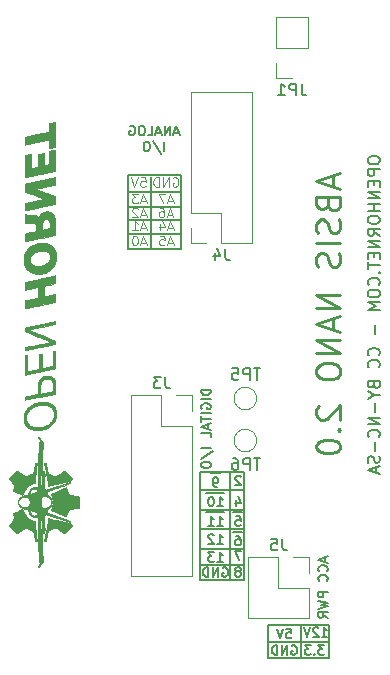
<source format=gbr>
G04 #@! TF.GenerationSoftware,KiCad,Pcbnew,(5.1.4)-1*
G04 #@! TF.CreationDate,2020-11-07T18:35:03-07:00*
G04 #@! TF.ProjectId,ABSIS_Nano,41425349-535f-44e6-916e-6f2e6b696361,1*
G04 #@! TF.SameCoordinates,Original*
G04 #@! TF.FileFunction,Legend,Bot*
G04 #@! TF.FilePolarity,Positive*
%FSLAX46Y46*%
G04 Gerber Fmt 4.6, Leading zero omitted, Abs format (unit mm)*
G04 Created by KiCad (PCBNEW (5.1.4)-1) date 2020-11-07 18:35:03*
%MOMM*%
%LPD*%
G04 APERTURE LIST*
%ADD10C,0.150000*%
%ADD11C,0.250000*%
%ADD12C,0.125000*%
%ADD13C,0.010000*%
%ADD14C,0.120000*%
G04 APERTURE END LIST*
D10*
X162012380Y-75733333D02*
X162012380Y-75923809D01*
X162060000Y-76019047D01*
X162155238Y-76114285D01*
X162345714Y-76161904D01*
X162679047Y-76161904D01*
X162869523Y-76114285D01*
X162964761Y-76019047D01*
X163012380Y-75923809D01*
X163012380Y-75733333D01*
X162964761Y-75638095D01*
X162869523Y-75542857D01*
X162679047Y-75495238D01*
X162345714Y-75495238D01*
X162155238Y-75542857D01*
X162060000Y-75638095D01*
X162012380Y-75733333D01*
X163012380Y-76590476D02*
X162012380Y-76590476D01*
X162012380Y-76971428D01*
X162060000Y-77066666D01*
X162107619Y-77114285D01*
X162202857Y-77161904D01*
X162345714Y-77161904D01*
X162440952Y-77114285D01*
X162488571Y-77066666D01*
X162536190Y-76971428D01*
X162536190Y-76590476D01*
X162488571Y-77590476D02*
X162488571Y-77923809D01*
X163012380Y-78066666D02*
X163012380Y-77590476D01*
X162012380Y-77590476D01*
X162012380Y-78066666D01*
X163012380Y-78495238D02*
X162012380Y-78495238D01*
X163012380Y-79066666D01*
X162012380Y-79066666D01*
X163012380Y-79542857D02*
X162012380Y-79542857D01*
X162488571Y-79542857D02*
X162488571Y-80114285D01*
X163012380Y-80114285D02*
X162012380Y-80114285D01*
X162012380Y-80780952D02*
X162012380Y-80971428D01*
X162060000Y-81066666D01*
X162155238Y-81161904D01*
X162345714Y-81209523D01*
X162679047Y-81209523D01*
X162869523Y-81161904D01*
X162964761Y-81066666D01*
X163012380Y-80971428D01*
X163012380Y-80780952D01*
X162964761Y-80685714D01*
X162869523Y-80590476D01*
X162679047Y-80542857D01*
X162345714Y-80542857D01*
X162155238Y-80590476D01*
X162060000Y-80685714D01*
X162012380Y-80780952D01*
X163012380Y-82209523D02*
X162536190Y-81876190D01*
X163012380Y-81638095D02*
X162012380Y-81638095D01*
X162012380Y-82019047D01*
X162060000Y-82114285D01*
X162107619Y-82161904D01*
X162202857Y-82209523D01*
X162345714Y-82209523D01*
X162440952Y-82161904D01*
X162488571Y-82114285D01*
X162536190Y-82019047D01*
X162536190Y-81638095D01*
X163012380Y-82638095D02*
X162012380Y-82638095D01*
X163012380Y-83209523D01*
X162012380Y-83209523D01*
X162488571Y-83685714D02*
X162488571Y-84019047D01*
X163012380Y-84161904D02*
X163012380Y-83685714D01*
X162012380Y-83685714D01*
X162012380Y-84161904D01*
X162012380Y-84447619D02*
X162012380Y-85019047D01*
X163012380Y-84733333D02*
X162012380Y-84733333D01*
X162917142Y-85352380D02*
X162964761Y-85400000D01*
X163012380Y-85352380D01*
X162964761Y-85304761D01*
X162917142Y-85352380D01*
X163012380Y-85352380D01*
X162917142Y-86400000D02*
X162964761Y-86352380D01*
X163012380Y-86209523D01*
X163012380Y-86114285D01*
X162964761Y-85971428D01*
X162869523Y-85876190D01*
X162774285Y-85828571D01*
X162583809Y-85780952D01*
X162440952Y-85780952D01*
X162250476Y-85828571D01*
X162155238Y-85876190D01*
X162060000Y-85971428D01*
X162012380Y-86114285D01*
X162012380Y-86209523D01*
X162060000Y-86352380D01*
X162107619Y-86400000D01*
X162012380Y-87019047D02*
X162012380Y-87209523D01*
X162060000Y-87304761D01*
X162155238Y-87400000D01*
X162345714Y-87447619D01*
X162679047Y-87447619D01*
X162869523Y-87400000D01*
X162964761Y-87304761D01*
X163012380Y-87209523D01*
X163012380Y-87019047D01*
X162964761Y-86923809D01*
X162869523Y-86828571D01*
X162679047Y-86780952D01*
X162345714Y-86780952D01*
X162155238Y-86828571D01*
X162060000Y-86923809D01*
X162012380Y-87019047D01*
X163012380Y-87876190D02*
X162012380Y-87876190D01*
X162726666Y-88209523D01*
X162012380Y-88542857D01*
X163012380Y-88542857D01*
X162631428Y-89780952D02*
X162631428Y-90542857D01*
X162917142Y-92352380D02*
X162964761Y-92304761D01*
X163012380Y-92161904D01*
X163012380Y-92066666D01*
X162964761Y-91923809D01*
X162869523Y-91828571D01*
X162774285Y-91780952D01*
X162583809Y-91733333D01*
X162440952Y-91733333D01*
X162250476Y-91780952D01*
X162155238Y-91828571D01*
X162060000Y-91923809D01*
X162012380Y-92066666D01*
X162012380Y-92161904D01*
X162060000Y-92304761D01*
X162107619Y-92352380D01*
X162917142Y-93352380D02*
X162964761Y-93304761D01*
X163012380Y-93161904D01*
X163012380Y-93066666D01*
X162964761Y-92923809D01*
X162869523Y-92828571D01*
X162774285Y-92780952D01*
X162583809Y-92733333D01*
X162440952Y-92733333D01*
X162250476Y-92780952D01*
X162155238Y-92828571D01*
X162060000Y-92923809D01*
X162012380Y-93066666D01*
X162012380Y-93161904D01*
X162060000Y-93304761D01*
X162107619Y-93352380D01*
X162488571Y-94876190D02*
X162536190Y-95019047D01*
X162583809Y-95066666D01*
X162679047Y-95114285D01*
X162821904Y-95114285D01*
X162917142Y-95066666D01*
X162964761Y-95019047D01*
X163012380Y-94923809D01*
X163012380Y-94542857D01*
X162012380Y-94542857D01*
X162012380Y-94876190D01*
X162060000Y-94971428D01*
X162107619Y-95019047D01*
X162202857Y-95066666D01*
X162298095Y-95066666D01*
X162393333Y-95019047D01*
X162440952Y-94971428D01*
X162488571Y-94876190D01*
X162488571Y-94542857D01*
X162536190Y-95733333D02*
X163012380Y-95733333D01*
X162012380Y-95400000D02*
X162536190Y-95733333D01*
X162012380Y-96066666D01*
X162631428Y-96400000D02*
X162631428Y-97161904D01*
X163012380Y-97638095D02*
X162012380Y-97638095D01*
X163012380Y-98209523D01*
X162012380Y-98209523D01*
X162917142Y-99257142D02*
X162964761Y-99209523D01*
X163012380Y-99066666D01*
X163012380Y-98971428D01*
X162964761Y-98828571D01*
X162869523Y-98733333D01*
X162774285Y-98685714D01*
X162583809Y-98638095D01*
X162440952Y-98638095D01*
X162250476Y-98685714D01*
X162155238Y-98733333D01*
X162060000Y-98828571D01*
X162012380Y-98971428D01*
X162012380Y-99066666D01*
X162060000Y-99209523D01*
X162107619Y-99257142D01*
X162631428Y-99685714D02*
X162631428Y-100447619D01*
X162964761Y-100876190D02*
X163012380Y-101019047D01*
X163012380Y-101257142D01*
X162964761Y-101352380D01*
X162917142Y-101400000D01*
X162821904Y-101447619D01*
X162726666Y-101447619D01*
X162631428Y-101400000D01*
X162583809Y-101352380D01*
X162536190Y-101257142D01*
X162488571Y-101066666D01*
X162440952Y-100971428D01*
X162393333Y-100923809D01*
X162298095Y-100876190D01*
X162202857Y-100876190D01*
X162107619Y-100923809D01*
X162060000Y-100971428D01*
X162012380Y-101066666D01*
X162012380Y-101304761D01*
X162060000Y-101447619D01*
X162726666Y-101828571D02*
X162726666Y-102304761D01*
X163012380Y-101733333D02*
X162012380Y-102066666D01*
X163012380Y-102400000D01*
D11*
X159083333Y-77138095D02*
X159083333Y-78090476D01*
X159654761Y-76947619D02*
X157654761Y-77614285D01*
X159654761Y-78280952D01*
X158607142Y-79614285D02*
X158702380Y-79900000D01*
X158797619Y-79995238D01*
X158988095Y-80090476D01*
X159273809Y-80090476D01*
X159464285Y-79995238D01*
X159559523Y-79900000D01*
X159654761Y-79709523D01*
X159654761Y-78947619D01*
X157654761Y-78947619D01*
X157654761Y-79614285D01*
X157750000Y-79804761D01*
X157845238Y-79900000D01*
X158035714Y-79995238D01*
X158226190Y-79995238D01*
X158416666Y-79900000D01*
X158511904Y-79804761D01*
X158607142Y-79614285D01*
X158607142Y-78947619D01*
X159559523Y-80852380D02*
X159654761Y-81138095D01*
X159654761Y-81614285D01*
X159559523Y-81804761D01*
X159464285Y-81900000D01*
X159273809Y-81995238D01*
X159083333Y-81995238D01*
X158892857Y-81900000D01*
X158797619Y-81804761D01*
X158702380Y-81614285D01*
X158607142Y-81233333D01*
X158511904Y-81042857D01*
X158416666Y-80947619D01*
X158226190Y-80852380D01*
X158035714Y-80852380D01*
X157845238Y-80947619D01*
X157750000Y-81042857D01*
X157654761Y-81233333D01*
X157654761Y-81709523D01*
X157750000Y-81995238D01*
X159654761Y-82852380D02*
X157654761Y-82852380D01*
X159559523Y-83709523D02*
X159654761Y-83995238D01*
X159654761Y-84471428D01*
X159559523Y-84661904D01*
X159464285Y-84757142D01*
X159273809Y-84852380D01*
X159083333Y-84852380D01*
X158892857Y-84757142D01*
X158797619Y-84661904D01*
X158702380Y-84471428D01*
X158607142Y-84090476D01*
X158511904Y-83900000D01*
X158416666Y-83804761D01*
X158226190Y-83709523D01*
X158035714Y-83709523D01*
X157845238Y-83804761D01*
X157750000Y-83900000D01*
X157654761Y-84090476D01*
X157654761Y-84566666D01*
X157750000Y-84852380D01*
X159654761Y-87233333D02*
X157654761Y-87233333D01*
X159654761Y-88376190D01*
X157654761Y-88376190D01*
X159083333Y-89233333D02*
X159083333Y-90185714D01*
X159654761Y-89042857D02*
X157654761Y-89709523D01*
X159654761Y-90376190D01*
X159654761Y-91042857D02*
X157654761Y-91042857D01*
X159654761Y-92185714D01*
X157654761Y-92185714D01*
X157654761Y-93519047D02*
X157654761Y-93900000D01*
X157750000Y-94090476D01*
X157940476Y-94280952D01*
X158321428Y-94376190D01*
X158988095Y-94376190D01*
X159369047Y-94280952D01*
X159559523Y-94090476D01*
X159654761Y-93900000D01*
X159654761Y-93519047D01*
X159559523Y-93328571D01*
X159369047Y-93138095D01*
X158988095Y-93042857D01*
X158321428Y-93042857D01*
X157940476Y-93138095D01*
X157750000Y-93328571D01*
X157654761Y-93519047D01*
X157845238Y-96661904D02*
X157750000Y-96757142D01*
X157654761Y-96947619D01*
X157654761Y-97423809D01*
X157750000Y-97614285D01*
X157845238Y-97709523D01*
X158035714Y-97804761D01*
X158226190Y-97804761D01*
X158511904Y-97709523D01*
X159654761Y-96566666D01*
X159654761Y-97804761D01*
X159464285Y-98661904D02*
X159559523Y-98757142D01*
X159654761Y-98661904D01*
X159559523Y-98566666D01*
X159464285Y-98661904D01*
X159654761Y-98661904D01*
X157654761Y-99995238D02*
X157654761Y-100185714D01*
X157750000Y-100376190D01*
X157845238Y-100471428D01*
X158035714Y-100566666D01*
X158416666Y-100661904D01*
X158892857Y-100661904D01*
X159273809Y-100566666D01*
X159464285Y-100471428D01*
X159559523Y-100376190D01*
X159654761Y-100185714D01*
X159654761Y-99995238D01*
X159559523Y-99804761D01*
X159464285Y-99709523D01*
X159273809Y-99614285D01*
X158892857Y-99519047D01*
X158416666Y-99519047D01*
X158035714Y-99614285D01*
X157845238Y-99709523D01*
X157750000Y-99804761D01*
X157654761Y-99995238D01*
D10*
X156337000Y-117983000D02*
X156337000Y-115189000D01*
X153543000Y-115189000D02*
X153543000Y-117983000D01*
X158750000Y-117983000D02*
X158750000Y-115189000D01*
X153543000Y-116586000D02*
X158750000Y-116586000D01*
X158750000Y-115189000D02*
X153543000Y-115189000D01*
X153543000Y-117983000D02*
X158750000Y-117983000D01*
X158318095Y-116909904D02*
X157822857Y-116909904D01*
X158089523Y-117214666D01*
X157975238Y-117214666D01*
X157899047Y-117252761D01*
X157860952Y-117290857D01*
X157822857Y-117367047D01*
X157822857Y-117557523D01*
X157860952Y-117633714D01*
X157899047Y-117671809D01*
X157975238Y-117709904D01*
X158203809Y-117709904D01*
X158280000Y-117671809D01*
X158318095Y-117633714D01*
X157480000Y-117633714D02*
X157441904Y-117671809D01*
X157480000Y-117709904D01*
X157518095Y-117671809D01*
X157480000Y-117633714D01*
X157480000Y-117709904D01*
X157175238Y-116909904D02*
X156680000Y-116909904D01*
X156946666Y-117214666D01*
X156832380Y-117214666D01*
X156756190Y-117252761D01*
X156718095Y-117290857D01*
X156680000Y-117367047D01*
X156680000Y-117557523D01*
X156718095Y-117633714D01*
X156756190Y-117671809D01*
X156832380Y-117709904D01*
X157060952Y-117709904D01*
X157137142Y-117671809D01*
X157175238Y-117633714D01*
X155549523Y-116948000D02*
X155625714Y-116909904D01*
X155740000Y-116909904D01*
X155854285Y-116948000D01*
X155930476Y-117024190D01*
X155968571Y-117100380D01*
X156006666Y-117252761D01*
X156006666Y-117367047D01*
X155968571Y-117519428D01*
X155930476Y-117595619D01*
X155854285Y-117671809D01*
X155740000Y-117709904D01*
X155663809Y-117709904D01*
X155549523Y-117671809D01*
X155511428Y-117633714D01*
X155511428Y-117367047D01*
X155663809Y-117367047D01*
X155168571Y-117709904D02*
X155168571Y-116909904D01*
X154711428Y-117709904D01*
X154711428Y-116909904D01*
X154330476Y-117709904D02*
X154330476Y-116909904D01*
X154140000Y-116909904D01*
X154025714Y-116948000D01*
X153949523Y-117024190D01*
X153911428Y-117100380D01*
X153873333Y-117252761D01*
X153873333Y-117367047D01*
X153911428Y-117519428D01*
X153949523Y-117595619D01*
X154025714Y-117671809D01*
X154140000Y-117709904D01*
X154330476Y-117709904D01*
X155092380Y-115512904D02*
X155473333Y-115512904D01*
X155511428Y-115893857D01*
X155473333Y-115855761D01*
X155397142Y-115817666D01*
X155206666Y-115817666D01*
X155130476Y-115855761D01*
X155092380Y-115893857D01*
X155054285Y-115970047D01*
X155054285Y-116160523D01*
X155092380Y-116236714D01*
X155130476Y-116274809D01*
X155206666Y-116312904D01*
X155397142Y-116312904D01*
X155473333Y-116274809D01*
X155511428Y-116236714D01*
X154825714Y-115512904D02*
X154559047Y-116312904D01*
X154292380Y-115512904D01*
X158102238Y-116185904D02*
X158559380Y-116185904D01*
X158330809Y-116185904D02*
X158330809Y-115385904D01*
X158407000Y-115500190D01*
X158483190Y-115576380D01*
X158559380Y-115614476D01*
X157797476Y-115462095D02*
X157759380Y-115424000D01*
X157683190Y-115385904D01*
X157492714Y-115385904D01*
X157416523Y-115424000D01*
X157378428Y-115462095D01*
X157340333Y-115538285D01*
X157340333Y-115614476D01*
X157378428Y-115728761D01*
X157835571Y-116185904D01*
X157340333Y-116185904D01*
X157111761Y-115385904D02*
X156845095Y-116185904D01*
X156578428Y-115385904D01*
X158375333Y-109461619D02*
X158375333Y-109842571D01*
X158603904Y-109385428D02*
X157803904Y-109652095D01*
X158603904Y-109918761D01*
X158527714Y-110642571D02*
X158565809Y-110604476D01*
X158603904Y-110490190D01*
X158603904Y-110414000D01*
X158565809Y-110299714D01*
X158489619Y-110223523D01*
X158413428Y-110185428D01*
X158261047Y-110147333D01*
X158146761Y-110147333D01*
X157994380Y-110185428D01*
X157918190Y-110223523D01*
X157842000Y-110299714D01*
X157803904Y-110414000D01*
X157803904Y-110490190D01*
X157842000Y-110604476D01*
X157880095Y-110642571D01*
X158527714Y-111442571D02*
X158565809Y-111404476D01*
X158603904Y-111290190D01*
X158603904Y-111214000D01*
X158565809Y-111099714D01*
X158489619Y-111023523D01*
X158413428Y-110985428D01*
X158261047Y-110947333D01*
X158146761Y-110947333D01*
X157994380Y-110985428D01*
X157918190Y-111023523D01*
X157842000Y-111099714D01*
X157803904Y-111214000D01*
X157803904Y-111290190D01*
X157842000Y-111404476D01*
X157880095Y-111442571D01*
X158603904Y-112394952D02*
X157803904Y-112394952D01*
X157803904Y-112699714D01*
X157842000Y-112775904D01*
X157880095Y-112814000D01*
X157956285Y-112852095D01*
X158070571Y-112852095D01*
X158146761Y-112814000D01*
X158184857Y-112775904D01*
X158222952Y-112699714D01*
X158222952Y-112394952D01*
X157803904Y-113118761D02*
X158603904Y-113309238D01*
X158032476Y-113461619D01*
X158603904Y-113614000D01*
X157803904Y-113804476D01*
X158603904Y-114566380D02*
X158222952Y-114299714D01*
X158603904Y-114109238D02*
X157803904Y-114109238D01*
X157803904Y-114414000D01*
X157842000Y-114490190D01*
X157880095Y-114528285D01*
X157956285Y-114566380D01*
X158070571Y-114566380D01*
X158146761Y-114528285D01*
X158184857Y-114490190D01*
X158222952Y-114414000D01*
X158222952Y-114109238D01*
X148697904Y-95256761D02*
X147897904Y-95256761D01*
X147897904Y-95447238D01*
X147936000Y-95561523D01*
X148012190Y-95637714D01*
X148088380Y-95675809D01*
X148240761Y-95713904D01*
X148355047Y-95713904D01*
X148507428Y-95675809D01*
X148583619Y-95637714D01*
X148659809Y-95561523D01*
X148697904Y-95447238D01*
X148697904Y-95256761D01*
X148697904Y-96056761D02*
X147897904Y-96056761D01*
X147936000Y-96856761D02*
X147897904Y-96780571D01*
X147897904Y-96666285D01*
X147936000Y-96552000D01*
X148012190Y-96475809D01*
X148088380Y-96437714D01*
X148240761Y-96399619D01*
X148355047Y-96399619D01*
X148507428Y-96437714D01*
X148583619Y-96475809D01*
X148659809Y-96552000D01*
X148697904Y-96666285D01*
X148697904Y-96742476D01*
X148659809Y-96856761D01*
X148621714Y-96894857D01*
X148355047Y-96894857D01*
X148355047Y-96742476D01*
X148697904Y-97237714D02*
X147897904Y-97237714D01*
X147897904Y-97504380D02*
X147897904Y-97961523D01*
X148697904Y-97732952D02*
X147897904Y-97732952D01*
X148469333Y-98190095D02*
X148469333Y-98571047D01*
X148697904Y-98113904D02*
X147897904Y-98380571D01*
X148697904Y-98647238D01*
X148697904Y-99294857D02*
X148697904Y-98913904D01*
X147897904Y-98913904D01*
X148697904Y-100171047D02*
X147897904Y-100171047D01*
X147859809Y-101123428D02*
X148888380Y-100437714D01*
X147897904Y-101542476D02*
X147897904Y-101694857D01*
X147936000Y-101771047D01*
X148012190Y-101847238D01*
X148164571Y-101885333D01*
X148431238Y-101885333D01*
X148583619Y-101847238D01*
X148659809Y-101771047D01*
X148697904Y-101694857D01*
X148697904Y-101542476D01*
X148659809Y-101466285D01*
X148583619Y-101390095D01*
X148431238Y-101352000D01*
X148164571Y-101352000D01*
X148012190Y-101390095D01*
X147936000Y-101466285D01*
X147897904Y-101542476D01*
X150368000Y-107061000D02*
X150368000Y-102235000D01*
X147828000Y-102235000D02*
X147828000Y-103759000D01*
X151511000Y-102235000D02*
X147828000Y-102235000D01*
X151511000Y-103632000D02*
X151511000Y-102235000D01*
X147828000Y-103759000D02*
X151511000Y-103759000D01*
X147828000Y-105410000D02*
X147828000Y-103759000D01*
X151511000Y-105410000D02*
X151511000Y-103632000D01*
X147828000Y-105410000D02*
X147828000Y-107061000D01*
X151511000Y-105410000D02*
X147828000Y-105410000D01*
X151511000Y-107061000D02*
X151511000Y-105410000D01*
X150368000Y-111379000D02*
X150368000Y-107061000D01*
X147828000Y-107061000D02*
X147828000Y-108585000D01*
X151511000Y-107061000D02*
X147828000Y-107061000D01*
X151511000Y-108585000D02*
X151511000Y-107061000D01*
X151511000Y-108712000D02*
X147828000Y-108712000D01*
X147828000Y-108585000D02*
X147828000Y-110109000D01*
X151511000Y-110109000D02*
X151511000Y-108585000D01*
X147828000Y-110109000D02*
X147828000Y-111379000D01*
X151511000Y-110109000D02*
X147828000Y-110109000D01*
X151511000Y-111379000D02*
X151511000Y-110109000D01*
X147828000Y-111379000D02*
X151511000Y-111379000D01*
X151079190Y-110648761D02*
X151155380Y-110610666D01*
X151193476Y-110572571D01*
X151231571Y-110496380D01*
X151231571Y-110458285D01*
X151193476Y-110382095D01*
X151155380Y-110344000D01*
X151079190Y-110305904D01*
X150926809Y-110305904D01*
X150850619Y-110344000D01*
X150812523Y-110382095D01*
X150774428Y-110458285D01*
X150774428Y-110496380D01*
X150812523Y-110572571D01*
X150850619Y-110610666D01*
X150926809Y-110648761D01*
X151079190Y-110648761D01*
X151155380Y-110686857D01*
X151193476Y-110724952D01*
X151231571Y-110801142D01*
X151231571Y-110953523D01*
X151193476Y-111029714D01*
X151155380Y-111067809D01*
X151079190Y-111105904D01*
X150926809Y-111105904D01*
X150850619Y-111067809D01*
X150812523Y-111029714D01*
X150774428Y-110953523D01*
X150774428Y-110801142D01*
X150812523Y-110724952D01*
X150850619Y-110686857D01*
X150926809Y-110648761D01*
X149707523Y-110344000D02*
X149783714Y-110305904D01*
X149898000Y-110305904D01*
X150012285Y-110344000D01*
X150088476Y-110420190D01*
X150126571Y-110496380D01*
X150164666Y-110648761D01*
X150164666Y-110763047D01*
X150126571Y-110915428D01*
X150088476Y-110991619D01*
X150012285Y-111067809D01*
X149898000Y-111105904D01*
X149821809Y-111105904D01*
X149707523Y-111067809D01*
X149669428Y-111029714D01*
X149669428Y-110763047D01*
X149821809Y-110763047D01*
X149326571Y-111105904D02*
X149326571Y-110305904D01*
X148869428Y-111105904D01*
X148869428Y-110305904D01*
X148488476Y-111105904D02*
X148488476Y-110305904D01*
X148298000Y-110305904D01*
X148183714Y-110344000D01*
X148107523Y-110420190D01*
X148069428Y-110496380D01*
X148031333Y-110648761D01*
X148031333Y-110763047D01*
X148069428Y-110915428D01*
X148107523Y-110991619D01*
X148183714Y-111067809D01*
X148298000Y-111105904D01*
X148488476Y-111105904D01*
X151269666Y-108908904D02*
X150736333Y-108908904D01*
X151079190Y-109708904D01*
X149250380Y-109835904D02*
X149707523Y-109835904D01*
X149478952Y-109835904D02*
X149478952Y-109035904D01*
X149555142Y-109150190D01*
X149631333Y-109226380D01*
X149707523Y-109264476D01*
X148983714Y-109035904D02*
X148488476Y-109035904D01*
X148755142Y-109340666D01*
X148640857Y-109340666D01*
X148564666Y-109378761D01*
X148526571Y-109416857D01*
X148488476Y-109493047D01*
X148488476Y-109683523D01*
X148526571Y-109759714D01*
X148564666Y-109797809D01*
X148640857Y-109835904D01*
X148869428Y-109835904D01*
X148945619Y-109797809D01*
X148983714Y-109759714D01*
X151383952Y-107306000D02*
X150622047Y-107306000D01*
X150850619Y-107638904D02*
X151003000Y-107638904D01*
X151079190Y-107677000D01*
X151117285Y-107715095D01*
X151193476Y-107829380D01*
X151231571Y-107981761D01*
X151231571Y-108286523D01*
X151193476Y-108362714D01*
X151155380Y-108400809D01*
X151079190Y-108438904D01*
X150926809Y-108438904D01*
X150850619Y-108400809D01*
X150812523Y-108362714D01*
X150774428Y-108286523D01*
X150774428Y-108096047D01*
X150812523Y-108019857D01*
X150850619Y-107981761D01*
X150926809Y-107943666D01*
X151079190Y-107943666D01*
X151155380Y-107981761D01*
X151193476Y-108019857D01*
X151231571Y-108096047D01*
X149250380Y-108311904D02*
X149707523Y-108311904D01*
X149478952Y-108311904D02*
X149478952Y-107511904D01*
X149555142Y-107626190D01*
X149631333Y-107702380D01*
X149707523Y-107740476D01*
X148945619Y-107588095D02*
X148907523Y-107550000D01*
X148831333Y-107511904D01*
X148640857Y-107511904D01*
X148564666Y-107550000D01*
X148526571Y-107588095D01*
X148488476Y-107664285D01*
X148488476Y-107740476D01*
X148526571Y-107854761D01*
X148983714Y-108311904D01*
X148488476Y-108311904D01*
X151383952Y-105655000D02*
X150622047Y-105655000D01*
X150812523Y-105987904D02*
X151193476Y-105987904D01*
X151231571Y-106368857D01*
X151193476Y-106330761D01*
X151117285Y-106292666D01*
X150926809Y-106292666D01*
X150850619Y-106330761D01*
X150812523Y-106368857D01*
X150774428Y-106445047D01*
X150774428Y-106635523D01*
X150812523Y-106711714D01*
X150850619Y-106749809D01*
X150926809Y-106787904D01*
X151117285Y-106787904D01*
X151193476Y-106749809D01*
X151231571Y-106711714D01*
X149859904Y-105655000D02*
X149098000Y-105655000D01*
X149250380Y-106787904D02*
X149707523Y-106787904D01*
X149478952Y-106787904D02*
X149478952Y-105987904D01*
X149555142Y-106102190D01*
X149631333Y-106178380D01*
X149707523Y-106216476D01*
X149098000Y-105655000D02*
X148336095Y-105655000D01*
X148488476Y-106787904D02*
X148945619Y-106787904D01*
X148717047Y-106787904D02*
X148717047Y-105987904D01*
X148793238Y-106102190D01*
X148869428Y-106178380D01*
X148945619Y-106216476D01*
X150850619Y-104603571D02*
X150850619Y-105136904D01*
X151041095Y-104298809D02*
X151231571Y-104870238D01*
X150736333Y-104870238D01*
X149859904Y-104004000D02*
X149098000Y-104004000D01*
X149250380Y-105136904D02*
X149707523Y-105136904D01*
X149478952Y-105136904D02*
X149478952Y-104336904D01*
X149555142Y-104451190D01*
X149631333Y-104527380D01*
X149707523Y-104565476D01*
X149098000Y-104004000D02*
X148336095Y-104004000D01*
X148755142Y-104336904D02*
X148678952Y-104336904D01*
X148602761Y-104375000D01*
X148564666Y-104413095D01*
X148526571Y-104489285D01*
X148488476Y-104641666D01*
X148488476Y-104832142D01*
X148526571Y-104984523D01*
X148564666Y-105060714D01*
X148602761Y-105098809D01*
X148678952Y-105136904D01*
X148755142Y-105136904D01*
X148831333Y-105098809D01*
X148869428Y-105060714D01*
X148907523Y-104984523D01*
X148945619Y-104832142D01*
X148945619Y-104641666D01*
X148907523Y-104489285D01*
X148869428Y-104413095D01*
X148831333Y-104375000D01*
X148755142Y-104336904D01*
X151231571Y-102635095D02*
X151193476Y-102597000D01*
X151117285Y-102558904D01*
X150926809Y-102558904D01*
X150850619Y-102597000D01*
X150812523Y-102635095D01*
X150774428Y-102711285D01*
X150774428Y-102787476D01*
X150812523Y-102901761D01*
X151269666Y-103358904D01*
X150774428Y-103358904D01*
X149478952Y-102353000D02*
X148717047Y-102353000D01*
X149250380Y-103485904D02*
X149098000Y-103485904D01*
X149021809Y-103447809D01*
X148983714Y-103409714D01*
X148907523Y-103295428D01*
X148869428Y-103143047D01*
X148869428Y-102838285D01*
X148907523Y-102762095D01*
X148945619Y-102724000D01*
X149021809Y-102685904D01*
X149174190Y-102685904D01*
X149250380Y-102724000D01*
X149288476Y-102762095D01*
X149326571Y-102838285D01*
X149326571Y-103028761D01*
X149288476Y-103104952D01*
X149250380Y-103143047D01*
X149174190Y-103181142D01*
X149021809Y-103181142D01*
X148945619Y-103143047D01*
X148907523Y-103104952D01*
X148869428Y-103028761D01*
X145986238Y-73499333D02*
X145605285Y-73499333D01*
X146062428Y-73727904D02*
X145795761Y-72927904D01*
X145529095Y-73727904D01*
X145262428Y-73727904D02*
X145262428Y-72927904D01*
X144805285Y-73727904D01*
X144805285Y-72927904D01*
X144462428Y-73499333D02*
X144081476Y-73499333D01*
X144538619Y-73727904D02*
X144271952Y-72927904D01*
X144005285Y-73727904D01*
X143357666Y-73727904D02*
X143738619Y-73727904D01*
X143738619Y-72927904D01*
X142938619Y-72927904D02*
X142786238Y-72927904D01*
X142710047Y-72966000D01*
X142633857Y-73042190D01*
X142595761Y-73194571D01*
X142595761Y-73461238D01*
X142633857Y-73613619D01*
X142710047Y-73689809D01*
X142786238Y-73727904D01*
X142938619Y-73727904D01*
X143014809Y-73689809D01*
X143091000Y-73613619D01*
X143129095Y-73461238D01*
X143129095Y-73194571D01*
X143091000Y-73042190D01*
X143014809Y-72966000D01*
X142938619Y-72927904D01*
X141833857Y-72966000D02*
X141910047Y-72927904D01*
X142024333Y-72927904D01*
X142138619Y-72966000D01*
X142214809Y-73042190D01*
X142252904Y-73118380D01*
X142291000Y-73270761D01*
X142291000Y-73385047D01*
X142252904Y-73537428D01*
X142214809Y-73613619D01*
X142138619Y-73689809D01*
X142024333Y-73727904D01*
X141948142Y-73727904D01*
X141833857Y-73689809D01*
X141795761Y-73651714D01*
X141795761Y-73385047D01*
X141948142Y-73385047D01*
X144729095Y-75077904D02*
X144729095Y-74277904D01*
X143776714Y-74239809D02*
X144462428Y-75268380D01*
X143357666Y-74277904D02*
X143205285Y-74277904D01*
X143129095Y-74316000D01*
X143052904Y-74392190D01*
X143014809Y-74544571D01*
X143014809Y-74811238D01*
X143052904Y-74963619D01*
X143129095Y-75039809D01*
X143205285Y-75077904D01*
X143357666Y-75077904D01*
X143433857Y-75039809D01*
X143510047Y-74963619D01*
X143548142Y-74811238D01*
X143548142Y-74544571D01*
X143510047Y-74392190D01*
X143433857Y-74316000D01*
X143357666Y-74277904D01*
X146177000Y-78486000D02*
X141732000Y-78486000D01*
X146177000Y-79756000D02*
X146177000Y-78486000D01*
X141732000Y-79756000D02*
X146177000Y-79756000D01*
X141732000Y-80899000D02*
X141732000Y-79756000D01*
X146177000Y-80899000D02*
X141732000Y-80899000D01*
X146177000Y-82042000D02*
X146177000Y-80899000D01*
X141732000Y-82042000D02*
X146177000Y-82042000D01*
X141732000Y-77089000D02*
X141732000Y-83312000D01*
X141859000Y-77089000D02*
X141732000Y-77089000D01*
X146177000Y-77089000D02*
X145923000Y-77089000D01*
X146177000Y-83312000D02*
X146177000Y-77089000D01*
X141732000Y-83312000D02*
X146177000Y-83312000D01*
X143637000Y-77216000D02*
X143637000Y-83312000D01*
X141859000Y-77089000D02*
X145923000Y-77089000D01*
D12*
X145478428Y-81540333D02*
X145097476Y-81540333D01*
X145554619Y-81768904D02*
X145287952Y-80968904D01*
X145021285Y-81768904D01*
X144411761Y-81235571D02*
X144411761Y-81768904D01*
X144602238Y-80930809D02*
X144792714Y-81502238D01*
X144297476Y-81502238D01*
X143192428Y-82810333D02*
X142811476Y-82810333D01*
X143268619Y-83038904D02*
X143001952Y-82238904D01*
X142735285Y-83038904D01*
X142316238Y-82238904D02*
X142240047Y-82238904D01*
X142163857Y-82277000D01*
X142125761Y-82315095D01*
X142087666Y-82391285D01*
X142049571Y-82543666D01*
X142049571Y-82734142D01*
X142087666Y-82886523D01*
X142125761Y-82962714D01*
X142163857Y-83000809D01*
X142240047Y-83038904D01*
X142316238Y-83038904D01*
X142392428Y-83000809D01*
X142430523Y-82962714D01*
X142468619Y-82886523D01*
X142506714Y-82734142D01*
X142506714Y-82543666D01*
X142468619Y-82391285D01*
X142430523Y-82315095D01*
X142392428Y-82277000D01*
X142316238Y-82238904D01*
X145478428Y-82810333D02*
X145097476Y-82810333D01*
X145554619Y-83038904D02*
X145287952Y-82238904D01*
X145021285Y-83038904D01*
X144373666Y-82238904D02*
X144754619Y-82238904D01*
X144792714Y-82619857D01*
X144754619Y-82581761D01*
X144678428Y-82543666D01*
X144487952Y-82543666D01*
X144411761Y-82581761D01*
X144373666Y-82619857D01*
X144335571Y-82696047D01*
X144335571Y-82886523D01*
X144373666Y-82962714D01*
X144411761Y-83000809D01*
X144487952Y-83038904D01*
X144678428Y-83038904D01*
X144754619Y-83000809D01*
X144792714Y-82962714D01*
X143192428Y-81540333D02*
X142811476Y-81540333D01*
X143268619Y-81768904D02*
X143001952Y-80968904D01*
X142735285Y-81768904D01*
X142049571Y-81768904D02*
X142506714Y-81768904D01*
X142278142Y-81768904D02*
X142278142Y-80968904D01*
X142354333Y-81083190D01*
X142430523Y-81159380D01*
X142506714Y-81197476D01*
X145458428Y-80437333D02*
X145077476Y-80437333D01*
X145534619Y-80665904D02*
X145267952Y-79865904D01*
X145001285Y-80665904D01*
X144391761Y-79865904D02*
X144544142Y-79865904D01*
X144620333Y-79904000D01*
X144658428Y-79942095D01*
X144734619Y-80056380D01*
X144772714Y-80208761D01*
X144772714Y-80513523D01*
X144734619Y-80589714D01*
X144696523Y-80627809D01*
X144620333Y-80665904D01*
X144467952Y-80665904D01*
X144391761Y-80627809D01*
X144353666Y-80589714D01*
X144315571Y-80513523D01*
X144315571Y-80323047D01*
X144353666Y-80246857D01*
X144391761Y-80208761D01*
X144467952Y-80170666D01*
X144620333Y-80170666D01*
X144696523Y-80208761D01*
X144734619Y-80246857D01*
X144772714Y-80323047D01*
X143192428Y-80437333D02*
X142811476Y-80437333D01*
X143268619Y-80665904D02*
X143001952Y-79865904D01*
X142735285Y-80665904D01*
X142506714Y-79942095D02*
X142468619Y-79904000D01*
X142392428Y-79865904D01*
X142201952Y-79865904D01*
X142125761Y-79904000D01*
X142087666Y-79942095D01*
X142049571Y-80018285D01*
X142049571Y-80094476D01*
X142087666Y-80208761D01*
X142544809Y-80665904D01*
X142049571Y-80665904D01*
X145478428Y-79254333D02*
X145097476Y-79254333D01*
X145554619Y-79482904D02*
X145287952Y-78682904D01*
X145021285Y-79482904D01*
X144830809Y-78682904D02*
X144297476Y-78682904D01*
X144640333Y-79482904D01*
X143192428Y-79254333D02*
X142811476Y-79254333D01*
X143268619Y-79482904D02*
X143001952Y-78682904D01*
X142735285Y-79482904D01*
X142544809Y-78682904D02*
X142049571Y-78682904D01*
X142316238Y-78987666D01*
X142201952Y-78987666D01*
X142125761Y-79025761D01*
X142087666Y-79063857D01*
X142049571Y-79140047D01*
X142049571Y-79330523D01*
X142087666Y-79406714D01*
X142125761Y-79444809D01*
X142201952Y-79482904D01*
X142430523Y-79482904D01*
X142506714Y-79444809D01*
X142544809Y-79406714D01*
X145516523Y-77324000D02*
X145592714Y-77285904D01*
X145707000Y-77285904D01*
X145821285Y-77324000D01*
X145897476Y-77400190D01*
X145935571Y-77476380D01*
X145973666Y-77628761D01*
X145973666Y-77743047D01*
X145935571Y-77895428D01*
X145897476Y-77971619D01*
X145821285Y-78047809D01*
X145707000Y-78085904D01*
X145630809Y-78085904D01*
X145516523Y-78047809D01*
X145478428Y-78009714D01*
X145478428Y-77743047D01*
X145630809Y-77743047D01*
X145135571Y-78085904D02*
X145135571Y-77285904D01*
X144678428Y-78085904D01*
X144678428Y-77285904D01*
X144297476Y-78085904D02*
X144297476Y-77285904D01*
X144107000Y-77285904D01*
X143992714Y-77324000D01*
X143916523Y-77400190D01*
X143878428Y-77476380D01*
X143840333Y-77628761D01*
X143840333Y-77743047D01*
X143878428Y-77895428D01*
X143916523Y-77971619D01*
X143992714Y-78047809D01*
X144107000Y-78085904D01*
X144297476Y-78085904D01*
X142773380Y-77285904D02*
X143154333Y-77285904D01*
X143192428Y-77666857D01*
X143154333Y-77628761D01*
X143078142Y-77590666D01*
X142887666Y-77590666D01*
X142811476Y-77628761D01*
X142773380Y-77666857D01*
X142735285Y-77743047D01*
X142735285Y-77933523D01*
X142773380Y-78009714D01*
X142811476Y-78047809D01*
X142887666Y-78085904D01*
X143078142Y-78085904D01*
X143154333Y-78047809D01*
X143192428Y-78009714D01*
X142506714Y-77285904D02*
X142240047Y-78085904D01*
X141973380Y-77285904D01*
D13*
G36*
X133971831Y-108058870D02*
G01*
X133970462Y-108046057D01*
X133968247Y-108025826D01*
X133965245Y-107998674D01*
X133961511Y-107965097D01*
X133957101Y-107925594D01*
X133952071Y-107880660D01*
X133946478Y-107830793D01*
X133940378Y-107776491D01*
X133933827Y-107718249D01*
X133926882Y-107656566D01*
X133919598Y-107591938D01*
X133912032Y-107524862D01*
X133904240Y-107455835D01*
X133896279Y-107385355D01*
X133888204Y-107313919D01*
X133880072Y-107242022D01*
X133871939Y-107170164D01*
X133863861Y-107098840D01*
X133855895Y-107028548D01*
X133848096Y-106959784D01*
X133840522Y-106893047D01*
X133833227Y-106828832D01*
X133826269Y-106767637D01*
X133819704Y-106709959D01*
X133813587Y-106656295D01*
X133807976Y-106607142D01*
X133802926Y-106562998D01*
X133798494Y-106524358D01*
X133794735Y-106491721D01*
X133791707Y-106465584D01*
X133789464Y-106446442D01*
X133788065Y-106434794D01*
X133787671Y-106431738D01*
X133785213Y-106420177D01*
X133780850Y-106414389D01*
X133773242Y-106411800D01*
X133766829Y-106409553D01*
X133753602Y-106404162D01*
X133734437Y-106396020D01*
X133710210Y-106385522D01*
X133681800Y-106373062D01*
X133650083Y-106359034D01*
X133615935Y-106343832D01*
X133580234Y-106327850D01*
X133543856Y-106311483D01*
X133507679Y-106295125D01*
X133472578Y-106279171D01*
X133439432Y-106264013D01*
X133409117Y-106250047D01*
X133382510Y-106237667D01*
X133360487Y-106227267D01*
X133343926Y-106219241D01*
X133336168Y-106215307D01*
X133300833Y-106194436D01*
X133262669Y-106167821D01*
X133223330Y-106136899D01*
X133184470Y-106103110D01*
X133147741Y-106067893D01*
X133114798Y-106032685D01*
X133087292Y-105998926D01*
X133086926Y-105998433D01*
X133081854Y-105990815D01*
X133072967Y-105976594D01*
X133060692Y-105956493D01*
X133045455Y-105931238D01*
X133027681Y-105901554D01*
X133007796Y-105868165D01*
X132986225Y-105831797D01*
X132963395Y-105793174D01*
X132939731Y-105753021D01*
X132915659Y-105712063D01*
X132891604Y-105671024D01*
X132867992Y-105630630D01*
X132845250Y-105591606D01*
X132823802Y-105554675D01*
X132804075Y-105520564D01*
X132786494Y-105489996D01*
X132771485Y-105463698D01*
X132759474Y-105442392D01*
X132750886Y-105426806D01*
X132748083Y-105421527D01*
X132738284Y-105402659D01*
X132350934Y-105562948D01*
X132282306Y-105591406D01*
X132219631Y-105617520D01*
X132163111Y-105641201D01*
X132112952Y-105662362D01*
X132069358Y-105680916D01*
X132032533Y-105696774D01*
X132002680Y-105709850D01*
X131980005Y-105720055D01*
X131964711Y-105727302D01*
X131957003Y-105731505D01*
X131956175Y-105732187D01*
X131950458Y-105743067D01*
X131948767Y-105751996D01*
X131950714Y-105758024D01*
X131956271Y-105770640D01*
X131965013Y-105788988D01*
X131976514Y-105812213D01*
X131990348Y-105839458D01*
X132006090Y-105869869D01*
X132023313Y-105902591D01*
X132029200Y-105913657D01*
X132050075Y-105952894D01*
X132067218Y-105985452D01*
X132080939Y-106012090D01*
X132091552Y-106033568D01*
X132099367Y-106050646D01*
X132104694Y-106064084D01*
X132107846Y-106074640D01*
X132109134Y-106083076D01*
X132108869Y-106090150D01*
X132107361Y-106096622D01*
X132105882Y-106100816D01*
X132102986Y-106105660D01*
X132095629Y-106116977D01*
X132084149Y-106134265D01*
X132068887Y-106157024D01*
X132050181Y-106184752D01*
X132028372Y-106216949D01*
X132003799Y-106253113D01*
X131976801Y-106292744D01*
X131947718Y-106335340D01*
X131916890Y-106380400D01*
X131884655Y-106427423D01*
X131877282Y-106438166D01*
X131838737Y-106494322D01*
X131804715Y-106543932D01*
X131774950Y-106587434D01*
X131749179Y-106625264D01*
X131727134Y-106657859D01*
X131708552Y-106685657D01*
X131693167Y-106709094D01*
X131680714Y-106728607D01*
X131670927Y-106744634D01*
X131663542Y-106757610D01*
X131658292Y-106767974D01*
X131654914Y-106776163D01*
X131653141Y-106782612D01*
X131652709Y-106787760D01*
X131653352Y-106792043D01*
X131654805Y-106795898D01*
X131656803Y-106799763D01*
X131657285Y-106800650D01*
X131661102Y-106805189D01*
X131670436Y-106815183D01*
X131684788Y-106830132D01*
X131703660Y-106849538D01*
X131726553Y-106872904D01*
X131752969Y-106899730D01*
X131782410Y-106929519D01*
X131814378Y-106961772D01*
X131848373Y-106995990D01*
X131883899Y-107031675D01*
X131920456Y-107068330D01*
X131957547Y-107105455D01*
X131994672Y-107142553D01*
X132031335Y-107179124D01*
X132067035Y-107214671D01*
X132101276Y-107248695D01*
X132133558Y-107280699D01*
X132163384Y-107310182D01*
X132190255Y-107336648D01*
X132213673Y-107359598D01*
X132233140Y-107378534D01*
X132248156Y-107392956D01*
X132258225Y-107402368D01*
X132262847Y-107406270D01*
X132262882Y-107406289D01*
X132272131Y-107410465D01*
X132281046Y-107412274D01*
X132290797Y-107411285D01*
X132302555Y-107407061D01*
X132317491Y-107399169D01*
X132336775Y-107387174D01*
X132361578Y-107370643D01*
X132364707Y-107368520D01*
X132378852Y-107358883D01*
X132399255Y-107344945D01*
X132425193Y-107327199D01*
X132455945Y-107306140D01*
X132490792Y-107282261D01*
X132529013Y-107256056D01*
X132569885Y-107228021D01*
X132612689Y-107198648D01*
X132656704Y-107168433D01*
X132695950Y-107141479D01*
X132738791Y-107112098D01*
X132779856Y-107084024D01*
X132818573Y-107057642D01*
X132854374Y-107033336D01*
X132886688Y-107011490D01*
X132914944Y-106992489D01*
X132938573Y-106976717D01*
X132957005Y-106964559D01*
X132969669Y-106956399D01*
X132975995Y-106952621D01*
X132976273Y-106952493D01*
X132989364Y-106948391D01*
X133001553Y-106946700D01*
X133007661Y-106948264D01*
X133020875Y-106952764D01*
X133040470Y-106959909D01*
X133065725Y-106969410D01*
X133095916Y-106980977D01*
X133130321Y-106994319D01*
X133168217Y-107009146D01*
X133208880Y-107025170D01*
X133251588Y-107042099D01*
X133295618Y-107059644D01*
X133340247Y-107077515D01*
X133384751Y-107095421D01*
X133428409Y-107113074D01*
X133470497Y-107130182D01*
X133510291Y-107146456D01*
X133547070Y-107161607D01*
X133580110Y-107175343D01*
X133608689Y-107187376D01*
X133632083Y-107197414D01*
X133649569Y-107205169D01*
X133660425Y-107210350D01*
X133663657Y-107212261D01*
X133672905Y-107221022D01*
X133679357Y-107228857D01*
X133679922Y-107229812D01*
X133681215Y-107234897D01*
X133683931Y-107247728D01*
X133687958Y-107267725D01*
X133693186Y-107294306D01*
X133699503Y-107326893D01*
X133706797Y-107364903D01*
X133714958Y-107407757D01*
X133723874Y-107454875D01*
X133733435Y-107505675D01*
X133743528Y-107559578D01*
X133754043Y-107616003D01*
X133758302Y-107638931D01*
X133771938Y-107712205D01*
X133784159Y-107777435D01*
X133795024Y-107834914D01*
X133804592Y-107884934D01*
X133812921Y-107927789D01*
X133820069Y-107963772D01*
X133826095Y-107993175D01*
X133831058Y-108016293D01*
X133835015Y-108033418D01*
X133838025Y-108044843D01*
X133840146Y-108050862D01*
X133840576Y-108051600D01*
X133847679Y-108059900D01*
X133856037Y-108065733D01*
X133867218Y-108069513D01*
X133882788Y-108071654D01*
X133904314Y-108072570D01*
X133920442Y-108072704D01*
X133942120Y-108072663D01*
X133956726Y-108072317D01*
X133965653Y-108071426D01*
X133970294Y-108069751D01*
X133972045Y-108067050D01*
X133972301Y-108063767D01*
X133971831Y-108058870D01*
X133971831Y-108058870D01*
G37*
X133971831Y-108058870D02*
X133970462Y-108046057D01*
X133968247Y-108025826D01*
X133965245Y-107998674D01*
X133961511Y-107965097D01*
X133957101Y-107925594D01*
X133952071Y-107880660D01*
X133946478Y-107830793D01*
X133940378Y-107776491D01*
X133933827Y-107718249D01*
X133926882Y-107656566D01*
X133919598Y-107591938D01*
X133912032Y-107524862D01*
X133904240Y-107455835D01*
X133896279Y-107385355D01*
X133888204Y-107313919D01*
X133880072Y-107242022D01*
X133871939Y-107170164D01*
X133863861Y-107098840D01*
X133855895Y-107028548D01*
X133848096Y-106959784D01*
X133840522Y-106893047D01*
X133833227Y-106828832D01*
X133826269Y-106767637D01*
X133819704Y-106709959D01*
X133813587Y-106656295D01*
X133807976Y-106607142D01*
X133802926Y-106562998D01*
X133798494Y-106524358D01*
X133794735Y-106491721D01*
X133791707Y-106465584D01*
X133789464Y-106446442D01*
X133788065Y-106434794D01*
X133787671Y-106431738D01*
X133785213Y-106420177D01*
X133780850Y-106414389D01*
X133773242Y-106411800D01*
X133766829Y-106409553D01*
X133753602Y-106404162D01*
X133734437Y-106396020D01*
X133710210Y-106385522D01*
X133681800Y-106373062D01*
X133650083Y-106359034D01*
X133615935Y-106343832D01*
X133580234Y-106327850D01*
X133543856Y-106311483D01*
X133507679Y-106295125D01*
X133472578Y-106279171D01*
X133439432Y-106264013D01*
X133409117Y-106250047D01*
X133382510Y-106237667D01*
X133360487Y-106227267D01*
X133343926Y-106219241D01*
X133336168Y-106215307D01*
X133300833Y-106194436D01*
X133262669Y-106167821D01*
X133223330Y-106136899D01*
X133184470Y-106103110D01*
X133147741Y-106067893D01*
X133114798Y-106032685D01*
X133087292Y-105998926D01*
X133086926Y-105998433D01*
X133081854Y-105990815D01*
X133072967Y-105976594D01*
X133060692Y-105956493D01*
X133045455Y-105931238D01*
X133027681Y-105901554D01*
X133007796Y-105868165D01*
X132986225Y-105831797D01*
X132963395Y-105793174D01*
X132939731Y-105753021D01*
X132915659Y-105712063D01*
X132891604Y-105671024D01*
X132867992Y-105630630D01*
X132845250Y-105591606D01*
X132823802Y-105554675D01*
X132804075Y-105520564D01*
X132786494Y-105489996D01*
X132771485Y-105463698D01*
X132759474Y-105442392D01*
X132750886Y-105426806D01*
X132748083Y-105421527D01*
X132738284Y-105402659D01*
X132350934Y-105562948D01*
X132282306Y-105591406D01*
X132219631Y-105617520D01*
X132163111Y-105641201D01*
X132112952Y-105662362D01*
X132069358Y-105680916D01*
X132032533Y-105696774D01*
X132002680Y-105709850D01*
X131980005Y-105720055D01*
X131964711Y-105727302D01*
X131957003Y-105731505D01*
X131956175Y-105732187D01*
X131950458Y-105743067D01*
X131948767Y-105751996D01*
X131950714Y-105758024D01*
X131956271Y-105770640D01*
X131965013Y-105788988D01*
X131976514Y-105812213D01*
X131990348Y-105839458D01*
X132006090Y-105869869D01*
X132023313Y-105902591D01*
X132029200Y-105913657D01*
X132050075Y-105952894D01*
X132067218Y-105985452D01*
X132080939Y-106012090D01*
X132091552Y-106033568D01*
X132099367Y-106050646D01*
X132104694Y-106064084D01*
X132107846Y-106074640D01*
X132109134Y-106083076D01*
X132108869Y-106090150D01*
X132107361Y-106096622D01*
X132105882Y-106100816D01*
X132102986Y-106105660D01*
X132095629Y-106116977D01*
X132084149Y-106134265D01*
X132068887Y-106157024D01*
X132050181Y-106184752D01*
X132028372Y-106216949D01*
X132003799Y-106253113D01*
X131976801Y-106292744D01*
X131947718Y-106335340D01*
X131916890Y-106380400D01*
X131884655Y-106427423D01*
X131877282Y-106438166D01*
X131838737Y-106494322D01*
X131804715Y-106543932D01*
X131774950Y-106587434D01*
X131749179Y-106625264D01*
X131727134Y-106657859D01*
X131708552Y-106685657D01*
X131693167Y-106709094D01*
X131680714Y-106728607D01*
X131670927Y-106744634D01*
X131663542Y-106757610D01*
X131658292Y-106767974D01*
X131654914Y-106776163D01*
X131653141Y-106782612D01*
X131652709Y-106787760D01*
X131653352Y-106792043D01*
X131654805Y-106795898D01*
X131656803Y-106799763D01*
X131657285Y-106800650D01*
X131661102Y-106805189D01*
X131670436Y-106815183D01*
X131684788Y-106830132D01*
X131703660Y-106849538D01*
X131726553Y-106872904D01*
X131752969Y-106899730D01*
X131782410Y-106929519D01*
X131814378Y-106961772D01*
X131848373Y-106995990D01*
X131883899Y-107031675D01*
X131920456Y-107068330D01*
X131957547Y-107105455D01*
X131994672Y-107142553D01*
X132031335Y-107179124D01*
X132067035Y-107214671D01*
X132101276Y-107248695D01*
X132133558Y-107280699D01*
X132163384Y-107310182D01*
X132190255Y-107336648D01*
X132213673Y-107359598D01*
X132233140Y-107378534D01*
X132248156Y-107392956D01*
X132258225Y-107402368D01*
X132262847Y-107406270D01*
X132262882Y-107406289D01*
X132272131Y-107410465D01*
X132281046Y-107412274D01*
X132290797Y-107411285D01*
X132302555Y-107407061D01*
X132317491Y-107399169D01*
X132336775Y-107387174D01*
X132361578Y-107370643D01*
X132364707Y-107368520D01*
X132378852Y-107358883D01*
X132399255Y-107344945D01*
X132425193Y-107327199D01*
X132455945Y-107306140D01*
X132490792Y-107282261D01*
X132529013Y-107256056D01*
X132569885Y-107228021D01*
X132612689Y-107198648D01*
X132656704Y-107168433D01*
X132695950Y-107141479D01*
X132738791Y-107112098D01*
X132779856Y-107084024D01*
X132818573Y-107057642D01*
X132854374Y-107033336D01*
X132886688Y-107011490D01*
X132914944Y-106992489D01*
X132938573Y-106976717D01*
X132957005Y-106964559D01*
X132969669Y-106956399D01*
X132975995Y-106952621D01*
X132976273Y-106952493D01*
X132989364Y-106948391D01*
X133001553Y-106946700D01*
X133007661Y-106948264D01*
X133020875Y-106952764D01*
X133040470Y-106959909D01*
X133065725Y-106969410D01*
X133095916Y-106980977D01*
X133130321Y-106994319D01*
X133168217Y-107009146D01*
X133208880Y-107025170D01*
X133251588Y-107042099D01*
X133295618Y-107059644D01*
X133340247Y-107077515D01*
X133384751Y-107095421D01*
X133428409Y-107113074D01*
X133470497Y-107130182D01*
X133510291Y-107146456D01*
X133547070Y-107161607D01*
X133580110Y-107175343D01*
X133608689Y-107187376D01*
X133632083Y-107197414D01*
X133649569Y-107205169D01*
X133660425Y-107210350D01*
X133663657Y-107212261D01*
X133672905Y-107221022D01*
X133679357Y-107228857D01*
X133679922Y-107229812D01*
X133681215Y-107234897D01*
X133683931Y-107247728D01*
X133687958Y-107267725D01*
X133693186Y-107294306D01*
X133699503Y-107326893D01*
X133706797Y-107364903D01*
X133714958Y-107407757D01*
X133723874Y-107454875D01*
X133733435Y-107505675D01*
X133743528Y-107559578D01*
X133754043Y-107616003D01*
X133758302Y-107638931D01*
X133771938Y-107712205D01*
X133784159Y-107777435D01*
X133795024Y-107834914D01*
X133804592Y-107884934D01*
X133812921Y-107927789D01*
X133820069Y-107963772D01*
X133826095Y-107993175D01*
X133831058Y-108016293D01*
X133835015Y-108033418D01*
X133838025Y-108044843D01*
X133840146Y-108050862D01*
X133840576Y-108051600D01*
X133847679Y-108059900D01*
X133856037Y-108065733D01*
X133867218Y-108069513D01*
X133882788Y-108071654D01*
X133904314Y-108072570D01*
X133920442Y-108072704D01*
X133942120Y-108072663D01*
X133956726Y-108072317D01*
X133965653Y-108071426D01*
X133970294Y-108069751D01*
X133972045Y-108067050D01*
X133972301Y-108063767D01*
X133971831Y-108058870D01*
G36*
X133972029Y-101478703D02*
G01*
X133970254Y-101475867D01*
X133965537Y-101474173D01*
X133956439Y-101473326D01*
X133941519Y-101473033D01*
X133923481Y-101473000D01*
X133894841Y-101473696D01*
X133873321Y-101476001D01*
X133857674Y-101480241D01*
X133846651Y-101486742D01*
X133839602Y-101494871D01*
X133837888Y-101500460D01*
X133834760Y-101513850D01*
X133830324Y-101534512D01*
X133824682Y-101561919D01*
X133817939Y-101595541D01*
X133810198Y-101634850D01*
X133801565Y-101679317D01*
X133792142Y-101728414D01*
X133782033Y-101781613D01*
X133771343Y-101838385D01*
X133760176Y-101898200D01*
X133758628Y-101906532D01*
X133747974Y-101963765D01*
X133737701Y-102018701D01*
X133727918Y-102070759D01*
X133718738Y-102119360D01*
X133710271Y-102163923D01*
X133702629Y-102203869D01*
X133695923Y-102238617D01*
X133690264Y-102267587D01*
X133685762Y-102290199D01*
X133682530Y-102305873D01*
X133680679Y-102314028D01*
X133680353Y-102315049D01*
X133677725Y-102319339D01*
X133674289Y-102323546D01*
X133669533Y-102327902D01*
X133662948Y-102332638D01*
X133654023Y-102337984D01*
X133642247Y-102344173D01*
X133627109Y-102351434D01*
X133608100Y-102359999D01*
X133584709Y-102370099D01*
X133556424Y-102381965D01*
X133522736Y-102395828D01*
X133483134Y-102411919D01*
X133437107Y-102430469D01*
X133384145Y-102451708D01*
X133334113Y-102471722D01*
X133268235Y-102497990D01*
X133210001Y-102521066D01*
X133159239Y-102541018D01*
X133115777Y-102557910D01*
X133079444Y-102571807D01*
X133050069Y-102582775D01*
X133027478Y-102590879D01*
X133011502Y-102596184D01*
X133001967Y-102598757D01*
X132999680Y-102599040D01*
X132985481Y-102597324D01*
X132972687Y-102593199D01*
X132972096Y-102592900D01*
X132966920Y-102589636D01*
X132955288Y-102581931D01*
X132937721Y-102570138D01*
X132914737Y-102554611D01*
X132886860Y-102535706D01*
X132854609Y-102513775D01*
X132818505Y-102489172D01*
X132779069Y-102462253D01*
X132736821Y-102433371D01*
X132692283Y-102402880D01*
X132650362Y-102374143D01*
X132603939Y-102342301D01*
X132559160Y-102311589D01*
X132516568Y-102282377D01*
X132476702Y-102255037D01*
X132440104Y-102229940D01*
X132407314Y-102207455D01*
X132378873Y-102187955D01*
X132355322Y-102171809D01*
X132337201Y-102159390D01*
X132325052Y-102151066D01*
X132319767Y-102147450D01*
X132300435Y-102136833D01*
X132283816Y-102133400D01*
X132281137Y-102133598D01*
X132278116Y-102134419D01*
X132274397Y-102136204D01*
X132269622Y-102139292D01*
X132263435Y-102144025D01*
X132255477Y-102150741D01*
X132245393Y-102159782D01*
X132232824Y-102171487D01*
X132217413Y-102186198D01*
X132198804Y-102204253D01*
X132176638Y-102225994D01*
X132150559Y-102251761D01*
X132120210Y-102281893D01*
X132085233Y-102316732D01*
X132045270Y-102356617D01*
X131999966Y-102401889D01*
X131960441Y-102441407D01*
X131909485Y-102492302D01*
X131864149Y-102537518D01*
X131824141Y-102577438D01*
X131789170Y-102612446D01*
X131758947Y-102642924D01*
X131733179Y-102669257D01*
X131711577Y-102691827D01*
X131693849Y-102711018D01*
X131679704Y-102727214D01*
X131668852Y-102740796D01*
X131661002Y-102752150D01*
X131655863Y-102761659D01*
X131653145Y-102769705D01*
X131652555Y-102776672D01*
X131653804Y-102782943D01*
X131656601Y-102788902D01*
X131660655Y-102794933D01*
X131665675Y-102801417D01*
X131671370Y-102808740D01*
X131676432Y-102815773D01*
X131682510Y-102824662D01*
X131692973Y-102839940D01*
X131707418Y-102861018D01*
X131725437Y-102887303D01*
X131746627Y-102918206D01*
X131770582Y-102953135D01*
X131796896Y-102991500D01*
X131825165Y-103032709D01*
X131854984Y-103076173D01*
X131885946Y-103121299D01*
X131903616Y-103147049D01*
X131939792Y-103199795D01*
X131971455Y-103246037D01*
X131998904Y-103286234D01*
X132022439Y-103320848D01*
X132042359Y-103350340D01*
X132058963Y-103375169D01*
X132072551Y-103395798D01*
X132083422Y-103412687D01*
X132091874Y-103426297D01*
X132098209Y-103437089D01*
X132102725Y-103445523D01*
X132105721Y-103452061D01*
X132107496Y-103457163D01*
X132108351Y-103461290D01*
X132108475Y-103462432D01*
X132108705Y-103467592D01*
X132108245Y-103473032D01*
X132106739Y-103479519D01*
X132103830Y-103487821D01*
X132099165Y-103498702D01*
X132092386Y-103512931D01*
X132083138Y-103531275D01*
X132071067Y-103554500D01*
X132055816Y-103583372D01*
X132037029Y-103618659D01*
X132029457Y-103632846D01*
X132007546Y-103674194D01*
X131988821Y-103710181D01*
X131973459Y-103740442D01*
X131961640Y-103764616D01*
X131953543Y-103782340D01*
X131949348Y-103793253D01*
X131948767Y-103796150D01*
X131952384Y-103809310D01*
X131958292Y-103816977D01*
X131963263Y-103819594D01*
X131975517Y-103825206D01*
X131994508Y-103833584D01*
X132019690Y-103844499D01*
X132050517Y-103857723D01*
X132086444Y-103873025D01*
X132126925Y-103890178D01*
X132171413Y-103908951D01*
X132219364Y-103929117D01*
X132270232Y-103950445D01*
X132323469Y-103972707D01*
X132378532Y-103995673D01*
X132434873Y-104019115D01*
X132491948Y-104042804D01*
X132549210Y-104066510D01*
X132606113Y-104090004D01*
X132662112Y-104113058D01*
X132716661Y-104135442D01*
X132734726Y-104142837D01*
X132739807Y-104141167D01*
X132742085Y-104137128D01*
X132744959Y-104131149D01*
X132751754Y-104118585D01*
X132762064Y-104100125D01*
X132775484Y-104076463D01*
X132791609Y-104048291D01*
X132810034Y-104016299D01*
X132830354Y-103981180D01*
X132852163Y-103943627D01*
X132875056Y-103904330D01*
X132898629Y-103863981D01*
X132922475Y-103823273D01*
X132946190Y-103782897D01*
X132969369Y-103743546D01*
X132991607Y-103705911D01*
X133012498Y-103670683D01*
X133031637Y-103638556D01*
X133048619Y-103610220D01*
X133063039Y-103586368D01*
X133074491Y-103567691D01*
X133082572Y-103554882D01*
X133086165Y-103549555D01*
X133113222Y-103515894D01*
X133146190Y-103480354D01*
X133183269Y-103444549D01*
X133222657Y-103410093D01*
X133262555Y-103378602D01*
X133301161Y-103351690D01*
X133319435Y-103340444D01*
X133328764Y-103335512D01*
X133344757Y-103327641D01*
X133366511Y-103317241D01*
X133393123Y-103304724D01*
X133423688Y-103290498D01*
X133457303Y-103274975D01*
X133493065Y-103258566D01*
X133530070Y-103241679D01*
X133567413Y-103224727D01*
X133604193Y-103208118D01*
X133639504Y-103192263D01*
X133672444Y-103177574D01*
X133702108Y-103164459D01*
X133727594Y-103153330D01*
X133747997Y-103144597D01*
X133762414Y-103138669D01*
X133769383Y-103136115D01*
X133779711Y-103132922D01*
X133785549Y-103130927D01*
X133786034Y-103130673D01*
X133786505Y-103126488D01*
X133787887Y-103114294D01*
X133790134Y-103094496D01*
X133793201Y-103067498D01*
X133797042Y-103033703D01*
X133801609Y-102993515D01*
X133806859Y-102947338D01*
X133812744Y-102895577D01*
X133819219Y-102838635D01*
X133826237Y-102776917D01*
X133833753Y-102710825D01*
X133841722Y-102640764D01*
X133850096Y-102567139D01*
X133858831Y-102490352D01*
X133867879Y-102410809D01*
X133877196Y-102328912D01*
X133879167Y-102311584D01*
X133888546Y-102229096D01*
X133897665Y-102148789D01*
X133906479Y-102071075D01*
X133914941Y-101996363D01*
X133923006Y-101925063D01*
X133930627Y-101857586D01*
X133937758Y-101794342D01*
X133944353Y-101735741D01*
X133950366Y-101682193D01*
X133955750Y-101634109D01*
X133960461Y-101591899D01*
X133964450Y-101555973D01*
X133967674Y-101526741D01*
X133970085Y-101504614D01*
X133971637Y-101490001D01*
X133972284Y-101483313D01*
X133972301Y-101482975D01*
X133972029Y-101478703D01*
X133972029Y-101478703D01*
G37*
X133972029Y-101478703D02*
X133970254Y-101475867D01*
X133965537Y-101474173D01*
X133956439Y-101473326D01*
X133941519Y-101473033D01*
X133923481Y-101473000D01*
X133894841Y-101473696D01*
X133873321Y-101476001D01*
X133857674Y-101480241D01*
X133846651Y-101486742D01*
X133839602Y-101494871D01*
X133837888Y-101500460D01*
X133834760Y-101513850D01*
X133830324Y-101534512D01*
X133824682Y-101561919D01*
X133817939Y-101595541D01*
X133810198Y-101634850D01*
X133801565Y-101679317D01*
X133792142Y-101728414D01*
X133782033Y-101781613D01*
X133771343Y-101838385D01*
X133760176Y-101898200D01*
X133758628Y-101906532D01*
X133747974Y-101963765D01*
X133737701Y-102018701D01*
X133727918Y-102070759D01*
X133718738Y-102119360D01*
X133710271Y-102163923D01*
X133702629Y-102203869D01*
X133695923Y-102238617D01*
X133690264Y-102267587D01*
X133685762Y-102290199D01*
X133682530Y-102305873D01*
X133680679Y-102314028D01*
X133680353Y-102315049D01*
X133677725Y-102319339D01*
X133674289Y-102323546D01*
X133669533Y-102327902D01*
X133662948Y-102332638D01*
X133654023Y-102337984D01*
X133642247Y-102344173D01*
X133627109Y-102351434D01*
X133608100Y-102359999D01*
X133584709Y-102370099D01*
X133556424Y-102381965D01*
X133522736Y-102395828D01*
X133483134Y-102411919D01*
X133437107Y-102430469D01*
X133384145Y-102451708D01*
X133334113Y-102471722D01*
X133268235Y-102497990D01*
X133210001Y-102521066D01*
X133159239Y-102541018D01*
X133115777Y-102557910D01*
X133079444Y-102571807D01*
X133050069Y-102582775D01*
X133027478Y-102590879D01*
X133011502Y-102596184D01*
X133001967Y-102598757D01*
X132999680Y-102599040D01*
X132985481Y-102597324D01*
X132972687Y-102593199D01*
X132972096Y-102592900D01*
X132966920Y-102589636D01*
X132955288Y-102581931D01*
X132937721Y-102570138D01*
X132914737Y-102554611D01*
X132886860Y-102535706D01*
X132854609Y-102513775D01*
X132818505Y-102489172D01*
X132779069Y-102462253D01*
X132736821Y-102433371D01*
X132692283Y-102402880D01*
X132650362Y-102374143D01*
X132603939Y-102342301D01*
X132559160Y-102311589D01*
X132516568Y-102282377D01*
X132476702Y-102255037D01*
X132440104Y-102229940D01*
X132407314Y-102207455D01*
X132378873Y-102187955D01*
X132355322Y-102171809D01*
X132337201Y-102159390D01*
X132325052Y-102151066D01*
X132319767Y-102147450D01*
X132300435Y-102136833D01*
X132283816Y-102133400D01*
X132281137Y-102133598D01*
X132278116Y-102134419D01*
X132274397Y-102136204D01*
X132269622Y-102139292D01*
X132263435Y-102144025D01*
X132255477Y-102150741D01*
X132245393Y-102159782D01*
X132232824Y-102171487D01*
X132217413Y-102186198D01*
X132198804Y-102204253D01*
X132176638Y-102225994D01*
X132150559Y-102251761D01*
X132120210Y-102281893D01*
X132085233Y-102316732D01*
X132045270Y-102356617D01*
X131999966Y-102401889D01*
X131960441Y-102441407D01*
X131909485Y-102492302D01*
X131864149Y-102537518D01*
X131824141Y-102577438D01*
X131789170Y-102612446D01*
X131758947Y-102642924D01*
X131733179Y-102669257D01*
X131711577Y-102691827D01*
X131693849Y-102711018D01*
X131679704Y-102727214D01*
X131668852Y-102740796D01*
X131661002Y-102752150D01*
X131655863Y-102761659D01*
X131653145Y-102769705D01*
X131652555Y-102776672D01*
X131653804Y-102782943D01*
X131656601Y-102788902D01*
X131660655Y-102794933D01*
X131665675Y-102801417D01*
X131671370Y-102808740D01*
X131676432Y-102815773D01*
X131682510Y-102824662D01*
X131692973Y-102839940D01*
X131707418Y-102861018D01*
X131725437Y-102887303D01*
X131746627Y-102918206D01*
X131770582Y-102953135D01*
X131796896Y-102991500D01*
X131825165Y-103032709D01*
X131854984Y-103076173D01*
X131885946Y-103121299D01*
X131903616Y-103147049D01*
X131939792Y-103199795D01*
X131971455Y-103246037D01*
X131998904Y-103286234D01*
X132022439Y-103320848D01*
X132042359Y-103350340D01*
X132058963Y-103375169D01*
X132072551Y-103395798D01*
X132083422Y-103412687D01*
X132091874Y-103426297D01*
X132098209Y-103437089D01*
X132102725Y-103445523D01*
X132105721Y-103452061D01*
X132107496Y-103457163D01*
X132108351Y-103461290D01*
X132108475Y-103462432D01*
X132108705Y-103467592D01*
X132108245Y-103473032D01*
X132106739Y-103479519D01*
X132103830Y-103487821D01*
X132099165Y-103498702D01*
X132092386Y-103512931D01*
X132083138Y-103531275D01*
X132071067Y-103554500D01*
X132055816Y-103583372D01*
X132037029Y-103618659D01*
X132029457Y-103632846D01*
X132007546Y-103674194D01*
X131988821Y-103710181D01*
X131973459Y-103740442D01*
X131961640Y-103764616D01*
X131953543Y-103782340D01*
X131949348Y-103793253D01*
X131948767Y-103796150D01*
X131952384Y-103809310D01*
X131958292Y-103816977D01*
X131963263Y-103819594D01*
X131975517Y-103825206D01*
X131994508Y-103833584D01*
X132019690Y-103844499D01*
X132050517Y-103857723D01*
X132086444Y-103873025D01*
X132126925Y-103890178D01*
X132171413Y-103908951D01*
X132219364Y-103929117D01*
X132270232Y-103950445D01*
X132323469Y-103972707D01*
X132378532Y-103995673D01*
X132434873Y-104019115D01*
X132491948Y-104042804D01*
X132549210Y-104066510D01*
X132606113Y-104090004D01*
X132662112Y-104113058D01*
X132716661Y-104135442D01*
X132734726Y-104142837D01*
X132739807Y-104141167D01*
X132742085Y-104137128D01*
X132744959Y-104131149D01*
X132751754Y-104118585D01*
X132762064Y-104100125D01*
X132775484Y-104076463D01*
X132791609Y-104048291D01*
X132810034Y-104016299D01*
X132830354Y-103981180D01*
X132852163Y-103943627D01*
X132875056Y-103904330D01*
X132898629Y-103863981D01*
X132922475Y-103823273D01*
X132946190Y-103782897D01*
X132969369Y-103743546D01*
X132991607Y-103705911D01*
X133012498Y-103670683D01*
X133031637Y-103638556D01*
X133048619Y-103610220D01*
X133063039Y-103586368D01*
X133074491Y-103567691D01*
X133082572Y-103554882D01*
X133086165Y-103549555D01*
X133113222Y-103515894D01*
X133146190Y-103480354D01*
X133183269Y-103444549D01*
X133222657Y-103410093D01*
X133262555Y-103378602D01*
X133301161Y-103351690D01*
X133319435Y-103340444D01*
X133328764Y-103335512D01*
X133344757Y-103327641D01*
X133366511Y-103317241D01*
X133393123Y-103304724D01*
X133423688Y-103290498D01*
X133457303Y-103274975D01*
X133493065Y-103258566D01*
X133530070Y-103241679D01*
X133567413Y-103224727D01*
X133604193Y-103208118D01*
X133639504Y-103192263D01*
X133672444Y-103177574D01*
X133702108Y-103164459D01*
X133727594Y-103153330D01*
X133747997Y-103144597D01*
X133762414Y-103138669D01*
X133769383Y-103136115D01*
X133779711Y-103132922D01*
X133785549Y-103130927D01*
X133786034Y-103130673D01*
X133786505Y-103126488D01*
X133787887Y-103114294D01*
X133790134Y-103094496D01*
X133793201Y-103067498D01*
X133797042Y-103033703D01*
X133801609Y-102993515D01*
X133806859Y-102947338D01*
X133812744Y-102895577D01*
X133819219Y-102838635D01*
X133826237Y-102776917D01*
X133833753Y-102710825D01*
X133841722Y-102640764D01*
X133850096Y-102567139D01*
X133858831Y-102490352D01*
X133867879Y-102410809D01*
X133877196Y-102328912D01*
X133879167Y-102311584D01*
X133888546Y-102229096D01*
X133897665Y-102148789D01*
X133906479Y-102071075D01*
X133914941Y-101996363D01*
X133923006Y-101925063D01*
X133930627Y-101857586D01*
X133937758Y-101794342D01*
X133944353Y-101735741D01*
X133950366Y-101682193D01*
X133955750Y-101634109D01*
X133960461Y-101591899D01*
X133964450Y-101555973D01*
X133967674Y-101526741D01*
X133970085Y-101504614D01*
X133971637Y-101490001D01*
X133972284Y-101483313D01*
X133972301Y-101482975D01*
X133972029Y-101478703D01*
G36*
X136803688Y-106386474D02*
G01*
X136800516Y-106380135D01*
X136793336Y-106376308D01*
X136792759Y-106376099D01*
X136785786Y-106373612D01*
X136771298Y-106368449D01*
X136749757Y-106360775D01*
X136721623Y-106350754D01*
X136687359Y-106338551D01*
X136647426Y-106324330D01*
X136602284Y-106308254D01*
X136552396Y-106290489D01*
X136498223Y-106271198D01*
X136440226Y-106250546D01*
X136378866Y-106228697D01*
X136314605Y-106205815D01*
X136247905Y-106182065D01*
X136179226Y-106157611D01*
X136109030Y-106132617D01*
X136037779Y-106107247D01*
X135965934Y-106081666D01*
X135893956Y-106056039D01*
X135822306Y-106030528D01*
X135751446Y-106005299D01*
X135681838Y-105980516D01*
X135613942Y-105956343D01*
X135548220Y-105932944D01*
X135485134Y-105910484D01*
X135425145Y-105889128D01*
X135368714Y-105869038D01*
X135316302Y-105850379D01*
X135268372Y-105833317D01*
X135225383Y-105818015D01*
X135187799Y-105804636D01*
X135156080Y-105793347D01*
X135149167Y-105790887D01*
X135099081Y-105773055D01*
X135051336Y-105756045D01*
X135006529Y-105740069D01*
X134965255Y-105725339D01*
X134928108Y-105712070D01*
X134895686Y-105700473D01*
X134868582Y-105690762D01*
X134847393Y-105683150D01*
X134832713Y-105677849D01*
X134825139Y-105675072D01*
X134824203Y-105674700D01*
X134824936Y-105670623D01*
X134828154Y-105661699D01*
X134829201Y-105659139D01*
X134834786Y-105641656D01*
X134840162Y-105617088D01*
X134845156Y-105586817D01*
X134849597Y-105552225D01*
X134853313Y-105514693D01*
X134856131Y-105475604D01*
X134857880Y-105436338D01*
X134858126Y-105426855D01*
X134859104Y-105382326D01*
X134893539Y-105361901D01*
X134931855Y-105337269D01*
X134970888Y-105308706D01*
X135008922Y-105277682D01*
X135044237Y-105245671D01*
X135075116Y-105214144D01*
X135098663Y-105186134D01*
X135118213Y-105156959D01*
X135138041Y-105120985D01*
X135157482Y-105079827D01*
X135175869Y-105035100D01*
X135192537Y-104988419D01*
X135206819Y-104941398D01*
X135217597Y-104897766D01*
X135223075Y-104864053D01*
X135226536Y-104824674D01*
X135227979Y-104782187D01*
X135227405Y-104739150D01*
X135224812Y-104698120D01*
X135220202Y-104661654D01*
X135217597Y-104648000D01*
X135204561Y-104595893D01*
X135188198Y-104543848D01*
X135169162Y-104493400D01*
X135148108Y-104446086D01*
X135125690Y-104403442D01*
X135102562Y-104367003D01*
X135091637Y-104352462D01*
X135064657Y-104321816D01*
X135031978Y-104289625D01*
X134995694Y-104257649D01*
X134957901Y-104227650D01*
X134920694Y-104201388D01*
X134889016Y-104182169D01*
X134859150Y-104165778D01*
X134858109Y-104117964D01*
X134855685Y-104062686D01*
X134850981Y-104008709D01*
X134844233Y-103957860D01*
X134835678Y-103911969D01*
X134827068Y-103877910D01*
X134827202Y-103877190D01*
X134828137Y-103876228D01*
X134830118Y-103874933D01*
X134833394Y-103873217D01*
X134838209Y-103870990D01*
X134844812Y-103868164D01*
X134853449Y-103864649D01*
X134864367Y-103860356D01*
X134877812Y-103855196D01*
X134894030Y-103849080D01*
X134913270Y-103841919D01*
X134935777Y-103833623D01*
X134961798Y-103824104D01*
X134991579Y-103813272D01*
X135025369Y-103801038D01*
X135063412Y-103787313D01*
X135105956Y-103772008D01*
X135153248Y-103755033D01*
X135205534Y-103736301D01*
X135263061Y-103715720D01*
X135326076Y-103693203D01*
X135394825Y-103668661D01*
X135469555Y-103642003D01*
X135550513Y-103613141D01*
X135637945Y-103581986D01*
X135732099Y-103548449D01*
X135833220Y-103512440D01*
X135941556Y-103473870D01*
X136057353Y-103432651D01*
X136180858Y-103388693D01*
X136192684Y-103384484D01*
X136802284Y-103167524D01*
X136803534Y-103148855D01*
X136803430Y-103135764D01*
X136799854Y-103126642D01*
X136792227Y-103118154D01*
X136779669Y-103106123D01*
X135732924Y-103416214D01*
X134686178Y-103726305D01*
X134677355Y-103715240D01*
X134672943Y-103708391D01*
X134665371Y-103695206D01*
X134655305Y-103676902D01*
X134643407Y-103654698D01*
X134630342Y-103629810D01*
X134622561Y-103614761D01*
X134576589Y-103525345D01*
X134594191Y-103222014D01*
X134599406Y-103132026D01*
X134604138Y-103050037D01*
X134608409Y-102975596D01*
X134612239Y-102908249D01*
X134615650Y-102847544D01*
X134618662Y-102793029D01*
X134621295Y-102744252D01*
X134623571Y-102700760D01*
X134625511Y-102662100D01*
X134627135Y-102627822D01*
X134628465Y-102597471D01*
X134629520Y-102570596D01*
X134630323Y-102546745D01*
X134630893Y-102525465D01*
X134631252Y-102506303D01*
X134631420Y-102488808D01*
X134631419Y-102472527D01*
X134631269Y-102457007D01*
X134630991Y-102441797D01*
X134630695Y-102429733D01*
X134628744Y-102370432D01*
X134626259Y-102318127D01*
X134623263Y-102273130D01*
X134619779Y-102235757D01*
X134615831Y-102206320D01*
X134612994Y-102191447D01*
X134604576Y-102166664D01*
X134591046Y-102147355D01*
X134571124Y-102131967D01*
X134558335Y-102125245D01*
X134549944Y-102121168D01*
X134543091Y-102118114D01*
X134537479Y-102116797D01*
X134532810Y-102117927D01*
X134528787Y-102122215D01*
X134525112Y-102130374D01*
X134521488Y-102143115D01*
X134517617Y-102161150D01*
X134513201Y-102185189D01*
X134507944Y-102215945D01*
X134501547Y-102254128D01*
X134499605Y-102265692D01*
X134492075Y-102310241D01*
X134485790Y-102346950D01*
X134480647Y-102376339D01*
X134476546Y-102398927D01*
X134473386Y-102415233D01*
X134471066Y-102425776D01*
X134469485Y-102431077D01*
X134468542Y-102431653D01*
X134468136Y-102428026D01*
X134468124Y-102427617D01*
X134467973Y-102422488D01*
X134467574Y-102409364D01*
X134466942Y-102388710D01*
X134466092Y-102360994D01*
X134465039Y-102326681D01*
X134463795Y-102286239D01*
X134462376Y-102240133D01*
X134460797Y-102188831D01*
X134459070Y-102132799D01*
X134457212Y-102072504D01*
X134455236Y-102008411D01*
X134453156Y-101940989D01*
X134450988Y-101870704D01*
X134448745Y-101798021D01*
X134447982Y-101773336D01*
X134428044Y-101127522D01*
X134450037Y-100537202D01*
X134452686Y-100466219D01*
X134455282Y-100396943D01*
X134457803Y-100329911D01*
X134460228Y-100265659D01*
X134462538Y-100204723D01*
X134464711Y-100147640D01*
X134466728Y-100094946D01*
X134468567Y-100047177D01*
X134470208Y-100004870D01*
X134471630Y-99968560D01*
X134472814Y-99938785D01*
X134473738Y-99916080D01*
X134474381Y-99900982D01*
X134474622Y-99895842D01*
X134477214Y-99844801D01*
X134489348Y-99846582D01*
X134505051Y-99845847D01*
X134515784Y-99838907D01*
X134521242Y-99826622D01*
X134521121Y-99809855D01*
X134515115Y-99789464D01*
X134512029Y-99782579D01*
X134508133Y-99776202D01*
X134499752Y-99763690D01*
X134487393Y-99745751D01*
X134471562Y-99723088D01*
X134452765Y-99696409D01*
X134431508Y-99666418D01*
X134408297Y-99633821D01*
X134383637Y-99599323D01*
X134358037Y-99563631D01*
X134332001Y-99527450D01*
X134306035Y-99491485D01*
X134280646Y-99456442D01*
X134256340Y-99423027D01*
X134233622Y-99391945D01*
X134213000Y-99363902D01*
X134194979Y-99339603D01*
X134180065Y-99319754D01*
X134179645Y-99319199D01*
X134160541Y-99297936D01*
X134140248Y-99283681D01*
X134119862Y-99275807D01*
X134104630Y-99273473D01*
X134094365Y-99276644D01*
X134088648Y-99285915D01*
X134087057Y-99301880D01*
X134088508Y-99320139D01*
X134089739Y-99327612D01*
X134091866Y-99335080D01*
X134095465Y-99343522D01*
X134101111Y-99353918D01*
X134109380Y-99367248D01*
X134120846Y-99384491D01*
X134136087Y-99406627D01*
X134155676Y-99434636D01*
X134156227Y-99435420D01*
X134221082Y-99527783D01*
X134213151Y-99612450D01*
X134210019Y-99646041D01*
X134206343Y-99685724D01*
X134202187Y-99730799D01*
X134197614Y-99780567D01*
X134192688Y-99834328D01*
X134187471Y-99891384D01*
X134182028Y-99951035D01*
X134176422Y-100012583D01*
X134170715Y-100075328D01*
X134164972Y-100138572D01*
X134159256Y-100201614D01*
X134153629Y-100263756D01*
X134148156Y-100324299D01*
X134142900Y-100382543D01*
X134137924Y-100437790D01*
X134133292Y-100489341D01*
X134129066Y-100536495D01*
X134125311Y-100578555D01*
X134122089Y-100614821D01*
X134119464Y-100644594D01*
X134117499Y-100667174D01*
X134116474Y-100679250D01*
X134114918Y-100699042D01*
X134113521Y-100719433D01*
X134112264Y-100741089D01*
X134111129Y-100764677D01*
X134110099Y-100790863D01*
X134109155Y-100820312D01*
X134108280Y-100853691D01*
X134107457Y-100891666D01*
X134106667Y-100934903D01*
X134105893Y-100984068D01*
X134105116Y-101039827D01*
X134104320Y-101102847D01*
X134103648Y-101159733D01*
X134103078Y-101208889D01*
X134102525Y-101256140D01*
X134101983Y-101301975D01*
X134101445Y-101346883D01*
X134100903Y-101391355D01*
X134100352Y-101435881D01*
X134099785Y-101480950D01*
X134099196Y-101527052D01*
X134098577Y-101574677D01*
X134097923Y-101624315D01*
X134097226Y-101676455D01*
X134096480Y-101731587D01*
X134095678Y-101790200D01*
X134094814Y-101852786D01*
X134093882Y-101919833D01*
X134092874Y-101991831D01*
X134091784Y-102069270D01*
X134090605Y-102152639D01*
X134089331Y-102242430D01*
X134087956Y-102339130D01*
X134086472Y-102443231D01*
X134084873Y-102555221D01*
X134084579Y-102575783D01*
X134083251Y-102668679D01*
X134082035Y-102753490D01*
X134080921Y-102830601D01*
X134079899Y-102900392D01*
X134078960Y-102963246D01*
X134078095Y-103019545D01*
X134077293Y-103069672D01*
X134076546Y-103114009D01*
X134075843Y-103152937D01*
X134075175Y-103186839D01*
X134074533Y-103216097D01*
X134073906Y-103241094D01*
X134073285Y-103262211D01*
X134072661Y-103279831D01*
X134072024Y-103294337D01*
X134071365Y-103306109D01*
X134070673Y-103315531D01*
X134069940Y-103322984D01*
X134069155Y-103328851D01*
X134068309Y-103333514D01*
X134067393Y-103337355D01*
X134066397Y-103340757D01*
X134065311Y-103344101D01*
X134065300Y-103344133D01*
X134059510Y-103366976D01*
X134054742Y-103396435D01*
X134051193Y-103430701D01*
X134049058Y-103467963D01*
X134048501Y-103498936D01*
X134048403Y-103519974D01*
X134047969Y-103533866D01*
X134046990Y-103541929D01*
X134045254Y-103545482D01*
X134042551Y-103545844D01*
X134041092Y-103545368D01*
X134017807Y-103536911D01*
X133990830Y-103528013D01*
X133962595Y-103519395D01*
X133935532Y-103511777D01*
X133912075Y-103505879D01*
X133897950Y-103502955D01*
X133877280Y-103500176D01*
X133852108Y-103498002D01*
X133826391Y-103496735D01*
X133813368Y-103496533D01*
X133780444Y-103497392D01*
X133749784Y-103500243D01*
X133720261Y-103505497D01*
X133690745Y-103513564D01*
X133660107Y-103524856D01*
X133627216Y-103539783D01*
X133590944Y-103558757D01*
X133550162Y-103582187D01*
X133508825Y-103607328D01*
X133490280Y-103620542D01*
X133468306Y-103638910D01*
X133444543Y-103660804D01*
X133420630Y-103684595D01*
X133398204Y-103708655D01*
X133378905Y-103731354D01*
X133364722Y-103750533D01*
X133331974Y-103806078D01*
X133306014Y-103863194D01*
X133287015Y-103921062D01*
X133275150Y-103978859D01*
X133270596Y-104035765D01*
X133273525Y-104090958D01*
X133282543Y-104137883D01*
X133286790Y-104154399D01*
X133290132Y-104168213D01*
X133291993Y-104176921D01*
X133292169Y-104178100D01*
X133291048Y-104180927D01*
X133286162Y-104183057D01*
X133276273Y-104184717D01*
X133260141Y-104186131D01*
X133242050Y-104187230D01*
X133203439Y-104189211D01*
X133171694Y-104190503D01*
X133145243Y-104191121D01*
X133122515Y-104191081D01*
X133101939Y-104190399D01*
X133081944Y-104189089D01*
X133078664Y-104188819D01*
X133039387Y-104188225D01*
X132994448Y-104192327D01*
X132945038Y-104200853D01*
X132892349Y-104213529D01*
X132837573Y-104230080D01*
X132781902Y-104250234D01*
X132745460Y-104265285D01*
X132694120Y-104289712D01*
X132647685Y-104316659D01*
X132604021Y-104347592D01*
X132560996Y-104383976D01*
X132530584Y-104413008D01*
X132479518Y-104468577D01*
X132436794Y-104525406D01*
X132402372Y-104583557D01*
X132376214Y-104643094D01*
X132365605Y-104675516D01*
X132358992Y-104704899D01*
X132354506Y-104738361D01*
X132352352Y-104772820D01*
X132352731Y-104805193D01*
X132355414Y-104830033D01*
X132367013Y-104877204D01*
X132385445Y-104926703D01*
X132410017Y-104976977D01*
X132440035Y-105026470D01*
X132448291Y-105038513D01*
X132466898Y-105062760D01*
X132490627Y-105090268D01*
X132517766Y-105119300D01*
X132546604Y-105148118D01*
X132575430Y-105174984D01*
X132602531Y-105198161D01*
X132615517Y-105208286D01*
X132652530Y-105233060D01*
X132696385Y-105257449D01*
X132745466Y-105280667D01*
X132798159Y-105301928D01*
X132833534Y-105314311D01*
X132874114Y-105327297D01*
X132909427Y-105337571D01*
X132941301Y-105345382D01*
X132971567Y-105350978D01*
X132977467Y-105351680D01*
X132977467Y-105238333D01*
X132943180Y-105237340D01*
X132909649Y-105233870D01*
X132874920Y-105227551D01*
X132837039Y-105218013D01*
X132794050Y-105204887D01*
X132784850Y-105201860D01*
X132720912Y-105177620D01*
X132664206Y-105149749D01*
X132614191Y-105117976D01*
X132606353Y-105112195D01*
X132559543Y-105073335D01*
X132517491Y-105031178D01*
X132480817Y-104986620D01*
X132450139Y-104940556D01*
X132426075Y-104893883D01*
X132409242Y-104847497D01*
X132402201Y-104816328D01*
X132399050Y-104792828D01*
X132398326Y-104771960D01*
X132400007Y-104749448D01*
X132401808Y-104735791D01*
X132412378Y-104689969D01*
X132430524Y-104643487D01*
X132455500Y-104597252D01*
X132486562Y-104552171D01*
X132522963Y-104509150D01*
X132563960Y-104469097D01*
X132608806Y-104432919D01*
X132656758Y-104401521D01*
X132691717Y-104382901D01*
X132748110Y-104358124D01*
X132804429Y-104338125D01*
X132859685Y-104323081D01*
X132912889Y-104313175D01*
X132963051Y-104308587D01*
X133009183Y-104309496D01*
X133050295Y-104316083D01*
X133053667Y-104316948D01*
X133090754Y-104329047D01*
X133129103Y-104345633D01*
X133167208Y-104365739D01*
X133203558Y-104388398D01*
X133236647Y-104412645D01*
X133264964Y-104437512D01*
X133287002Y-104462032D01*
X133292845Y-104470191D01*
X133316598Y-104512009D01*
X133336848Y-104560015D01*
X133353187Y-104612514D01*
X133365208Y-104667814D01*
X133372502Y-104724221D01*
X133374662Y-104780042D01*
X133373752Y-104806205D01*
X133368481Y-104857867D01*
X133359222Y-104908935D01*
X133346430Y-104958032D01*
X133330560Y-105003781D01*
X133312064Y-105044806D01*
X133291398Y-105079730D01*
X133277465Y-105097985D01*
X133254618Y-105120863D01*
X133225241Y-105144325D01*
X133191103Y-105167272D01*
X133153973Y-105188604D01*
X133115618Y-105207223D01*
X133078047Y-105221947D01*
X133057252Y-105228837D01*
X133041126Y-105233446D01*
X133026817Y-105236238D01*
X133011476Y-105237679D01*
X132992252Y-105238233D01*
X132977467Y-105238333D01*
X132977467Y-105351680D01*
X133002051Y-105354607D01*
X133034583Y-105356519D01*
X133070991Y-105356961D01*
X133113105Y-105356183D01*
X133136217Y-105355436D01*
X133148276Y-105355394D01*
X133165452Y-105355837D01*
X133186121Y-105356668D01*
X133208661Y-105357793D01*
X133231448Y-105359113D01*
X133252860Y-105360533D01*
X133271272Y-105361956D01*
X133285063Y-105363286D01*
X133292608Y-105364426D01*
X133293488Y-105364776D01*
X133293163Y-105369341D01*
X133290819Y-105380107D01*
X133286897Y-105395172D01*
X133284440Y-105403865D01*
X133273823Y-105455287D01*
X133270714Y-105509740D01*
X133275074Y-105566418D01*
X133286864Y-105624515D01*
X133296795Y-105657659D01*
X133321182Y-105719139D01*
X133351649Y-105775300D01*
X133388969Y-105827423D01*
X133421841Y-105864550D01*
X133447429Y-105890189D01*
X133470920Y-105911232D01*
X133494950Y-105929749D01*
X133522157Y-105947809D01*
X133546851Y-105962659D01*
X133586276Y-105985178D01*
X133620182Y-106003337D01*
X133649951Y-106017679D01*
X133676968Y-106028746D01*
X133702616Y-106037080D01*
X133728278Y-106043225D01*
X133737744Y-106044798D01*
X133737744Y-105916783D01*
X133687472Y-105910317D01*
X133638627Y-105896148D01*
X133590584Y-105874229D01*
X133573425Y-105864467D01*
X133546596Y-105845947D01*
X133518111Y-105822045D01*
X133490190Y-105794909D01*
X133465052Y-105766686D01*
X133446020Y-105741201D01*
X133420352Y-105697636D01*
X133398732Y-105650948D01*
X133382176Y-105603651D01*
X133371696Y-105558259D01*
X133371344Y-105556050D01*
X133369142Y-105532223D01*
X133368907Y-105504520D01*
X133370475Y-105476077D01*
X133373682Y-105450028D01*
X133377853Y-105431166D01*
X133382306Y-105418237D01*
X133388489Y-105402678D01*
X133395305Y-105386989D01*
X133401659Y-105373670D01*
X133406453Y-105365220D01*
X133407228Y-105364218D01*
X133410078Y-105365903D01*
X133410078Y-104178603D01*
X133404910Y-104177113D01*
X133400289Y-104171131D01*
X133394869Y-104161166D01*
X133380383Y-104125521D01*
X133371788Y-104084931D01*
X133369160Y-104040604D01*
X133372576Y-103993750D01*
X133381431Y-103948223D01*
X133399732Y-103892733D01*
X133425658Y-103839288D01*
X133458393Y-103789323D01*
X133497118Y-103744270D01*
X133498793Y-103742577D01*
X133541202Y-103705411D01*
X133587644Y-103674768D01*
X133636953Y-103651330D01*
X133678084Y-103638119D01*
X133708225Y-103632856D01*
X133743481Y-103630557D01*
X133781047Y-103631182D01*
X133818122Y-103634693D01*
X133849534Y-103640475D01*
X133870216Y-103646055D01*
X133893798Y-103653469D01*
X133919018Y-103662202D01*
X133944612Y-103671742D01*
X133969319Y-103681574D01*
X133991877Y-103691185D01*
X134011023Y-103700062D01*
X134025495Y-103707690D01*
X134034031Y-103713557D01*
X134035801Y-103716263D01*
X134034426Y-103721791D01*
X134030715Y-103733381D01*
X134025285Y-103749160D01*
X134020696Y-103761965D01*
X134013986Y-103781140D01*
X134005772Y-103805752D01*
X133996930Y-103833115D01*
X133988336Y-103860541D01*
X133985172Y-103870902D01*
X133964752Y-103938355D01*
X133865868Y-103960349D01*
X133817916Y-103971121D01*
X133777324Y-103980521D01*
X133743147Y-103988835D01*
X133714442Y-103996350D01*
X133690266Y-104003353D01*
X133669676Y-104010131D01*
X133651727Y-104016970D01*
X133635477Y-104024157D01*
X133619982Y-104031979D01*
X133607538Y-104038863D01*
X133574791Y-104058717D01*
X133538752Y-104082548D01*
X133502184Y-104108416D01*
X133467848Y-104134378D01*
X133443848Y-104153909D01*
X133428050Y-104167223D01*
X133417292Y-104175380D01*
X133410078Y-104178603D01*
X133410078Y-105365903D01*
X133410710Y-105366277D01*
X133419424Y-105372853D01*
X133432144Y-105382984D01*
X133447647Y-105395711D01*
X133451590Y-105398998D01*
X133483215Y-105424190D01*
X133518392Y-105450085D01*
X133554713Y-105475029D01*
X133589766Y-105497366D01*
X133620934Y-105515328D01*
X133639405Y-105524234D01*
X133661772Y-105533105D01*
X133688796Y-105542166D01*
X133721238Y-105551640D01*
X133759859Y-105561751D01*
X133805422Y-105572724D01*
X133851651Y-105583224D01*
X133879675Y-105589451D01*
X133905324Y-105595150D01*
X133927310Y-105600037D01*
X133944349Y-105603823D01*
X133955155Y-105606226D01*
X133958064Y-105606873D01*
X133965268Y-105611450D01*
X133969555Y-105622315D01*
X133970057Y-105624802D01*
X133972216Y-105633325D01*
X133976655Y-105648505D01*
X133982949Y-105668976D01*
X133990675Y-105693371D01*
X133999409Y-105720324D01*
X134004403Y-105735485D01*
X134013244Y-105762244D01*
X134021121Y-105786230D01*
X134027667Y-105806308D01*
X134032510Y-105821341D01*
X134035283Y-105830194D01*
X134035801Y-105832087D01*
X134032108Y-105835050D01*
X134022013Y-105840473D01*
X134006985Y-105847709D01*
X133988497Y-105856109D01*
X133968020Y-105865026D01*
X133947025Y-105873809D01*
X133926984Y-105881811D01*
X133909368Y-105888384D01*
X133903344Y-105890463D01*
X133845056Y-105906807D01*
X133790064Y-105915597D01*
X133737744Y-105916783D01*
X133737744Y-106044798D01*
X133755337Y-106047723D01*
X133767717Y-106049282D01*
X133818418Y-106051590D01*
X133872836Y-106047432D01*
X133929500Y-106037037D01*
X133986943Y-106020630D01*
X134012540Y-106011391D01*
X134027906Y-106005523D01*
X134039883Y-106001040D01*
X134046580Y-105998648D01*
X134047346Y-105998433D01*
X134047800Y-106002388D01*
X134048170Y-106013142D01*
X134048416Y-106029025D01*
X134048501Y-106047283D01*
X134049352Y-106085369D01*
X134051774Y-106122017D01*
X134055567Y-106155395D01*
X134060531Y-106183668D01*
X134065294Y-106201633D01*
X134066089Y-106203867D01*
X134066833Y-106205741D01*
X134067529Y-106207520D01*
X134068184Y-106209470D01*
X134068802Y-106211854D01*
X134069389Y-106214938D01*
X134069949Y-106218986D01*
X134070490Y-106224263D01*
X134071014Y-106231032D01*
X134071528Y-106239560D01*
X134072037Y-106250111D01*
X134072546Y-106262948D01*
X134073061Y-106278338D01*
X134073586Y-106296545D01*
X134074127Y-106317832D01*
X134074688Y-106342466D01*
X134075277Y-106370710D01*
X134075896Y-106402830D01*
X134076552Y-106439089D01*
X134077250Y-106479753D01*
X134077996Y-106525086D01*
X134078793Y-106575353D01*
X134079649Y-106630819D01*
X134080567Y-106691748D01*
X134081553Y-106758405D01*
X134082612Y-106831054D01*
X134083750Y-106909960D01*
X134084972Y-106995388D01*
X134086283Y-107087603D01*
X134087687Y-107186869D01*
X134089192Y-107293451D01*
X134090801Y-107407613D01*
X134092519Y-107529620D01*
X134094353Y-107659737D01*
X134095014Y-107706583D01*
X134095758Y-107760287D01*
X134096577Y-107821020D01*
X134097452Y-107887345D01*
X134098365Y-107957826D01*
X134099298Y-108031025D01*
X134100232Y-108105505D01*
X134101150Y-108179830D01*
X134102033Y-108252563D01*
X134102863Y-108322266D01*
X134103605Y-108386033D01*
X134104567Y-108465017D01*
X134105546Y-108535854D01*
X134106550Y-108598864D01*
X134107586Y-108654367D01*
X134108663Y-108702683D01*
X134109787Y-108744131D01*
X134110967Y-108779033D01*
X134112209Y-108807707D01*
X134113522Y-108830473D01*
X134114320Y-108841116D01*
X134116547Y-108867429D01*
X134119358Y-108900025D01*
X134122697Y-108938303D01*
X134126510Y-108981662D01*
X134130743Y-109029500D01*
X134135340Y-109081217D01*
X134140248Y-109136210D01*
X134145411Y-109193879D01*
X134150776Y-109253621D01*
X134156287Y-109314836D01*
X134161891Y-109376923D01*
X134167531Y-109439279D01*
X134173155Y-109501303D01*
X134178707Y-109562395D01*
X134184133Y-109621952D01*
X134189378Y-109679374D01*
X134194388Y-109734059D01*
X134199109Y-109785405D01*
X134203484Y-109832811D01*
X134207461Y-109875676D01*
X134210985Y-109913399D01*
X134214000Y-109945377D01*
X134216452Y-109971010D01*
X134218288Y-109989697D01*
X134219452Y-110000835D01*
X134219752Y-110003298D01*
X134220072Y-110008248D01*
X134219252Y-110013616D01*
X134216765Y-110020299D01*
X134212085Y-110029195D01*
X134204686Y-110041201D01*
X134194040Y-110057214D01*
X134179622Y-110078133D01*
X134160905Y-110104854D01*
X134156550Y-110111043D01*
X134136715Y-110139332D01*
X134121260Y-110161723D01*
X134109611Y-110179186D01*
X134101195Y-110192688D01*
X134095440Y-110203200D01*
X134091771Y-110211690D01*
X134089616Y-110219128D01*
X134088437Y-110226194D01*
X134087271Y-110247687D01*
X134089732Y-110263140D01*
X134095664Y-110271759D01*
X134097457Y-110272674D01*
X134105097Y-110273038D01*
X134117222Y-110271179D01*
X134123789Y-110269565D01*
X134138228Y-110263795D01*
X134152291Y-110253951D01*
X134166419Y-110240481D01*
X134173349Y-110232424D01*
X134184468Y-110218410D01*
X134199260Y-110199150D01*
X134217212Y-110175356D01*
X134237809Y-110147737D01*
X134260536Y-110117005D01*
X134284879Y-110083871D01*
X134310324Y-110049046D01*
X134333542Y-110017111D01*
X134333542Y-109726585D01*
X134333098Y-109722304D01*
X134332076Y-109710077D01*
X134330512Y-109690400D01*
X134328444Y-109663772D01*
X134325910Y-109630690D01*
X134322948Y-109591651D01*
X134319594Y-109547153D01*
X134315885Y-109497693D01*
X134311861Y-109443770D01*
X134307557Y-109385880D01*
X134303012Y-109324522D01*
X134298263Y-109260192D01*
X134293348Y-109193388D01*
X134292177Y-109177449D01*
X134251949Y-108629450D01*
X134241832Y-107583816D01*
X134240911Y-107488345D01*
X134240008Y-107394066D01*
X134239127Y-107301409D01*
X134238271Y-107210800D01*
X134237444Y-107122669D01*
X134236651Y-107037443D01*
X134235895Y-106955552D01*
X134235179Y-106877422D01*
X134234508Y-106803483D01*
X134233886Y-106734162D01*
X134233317Y-106669887D01*
X134232803Y-106611088D01*
X134232350Y-106558192D01*
X134231961Y-106511626D01*
X134231640Y-106471821D01*
X134231391Y-106439203D01*
X134231217Y-106414201D01*
X134231124Y-106397425D01*
X134230534Y-106256667D01*
X134271144Y-106256667D01*
X134301597Y-106255273D01*
X134334349Y-106251485D01*
X134354213Y-106248014D01*
X134371944Y-106244529D01*
X134386207Y-106241969D01*
X134395228Y-106240637D01*
X134397476Y-106240605D01*
X134397416Y-106244888D01*
X134397101Y-106257279D01*
X134396541Y-106277425D01*
X134395747Y-106304973D01*
X134394731Y-106339568D01*
X134393503Y-106380856D01*
X134392073Y-106428485D01*
X134390453Y-106482100D01*
X134388653Y-106541347D01*
X134386684Y-106605873D01*
X134384557Y-106675324D01*
X134382282Y-106749346D01*
X134379871Y-106827586D01*
X134377334Y-106909689D01*
X134374682Y-106995302D01*
X134371926Y-107084072D01*
X134369077Y-107175644D01*
X134366144Y-107269664D01*
X134364253Y-107330192D01*
X134330227Y-108418535D01*
X134353717Y-109044692D01*
X134377207Y-109670850D01*
X134355942Y-109699286D01*
X134346156Y-109712081D01*
X134338456Y-109721600D01*
X134334074Y-109726341D01*
X134333542Y-109726585D01*
X134333542Y-110017111D01*
X134336356Y-110013240D01*
X134362461Y-109977165D01*
X134388123Y-109941531D01*
X134412830Y-109907049D01*
X134436065Y-109874430D01*
X134457315Y-109844386D01*
X134476065Y-109817626D01*
X134491801Y-109794863D01*
X134504008Y-109776806D01*
X134512171Y-109764167D01*
X134515705Y-109757844D01*
X134521151Y-109739153D01*
X134522220Y-109722600D01*
X134518912Y-109710243D01*
X134515749Y-109706389D01*
X134507035Y-109702562D01*
X134494756Y-109700708D01*
X134493031Y-109700676D01*
X134477197Y-109700676D01*
X134474607Y-109649779D01*
X134474139Y-109639450D01*
X134473377Y-109621198D01*
X134472343Y-109595558D01*
X134471057Y-109563070D01*
X134469539Y-109524269D01*
X134467811Y-109479694D01*
X134465893Y-109429880D01*
X134463805Y-109375366D01*
X134461569Y-109316689D01*
X134459204Y-109254385D01*
X134456733Y-109188992D01*
X134454174Y-109121047D01*
X134451549Y-109051088D01*
X134450029Y-109010450D01*
X134428041Y-108422017D01*
X134448296Y-107767966D01*
X134450584Y-107694255D01*
X134452812Y-107622868D01*
X134454965Y-107554262D01*
X134457027Y-107488892D01*
X134458985Y-107427217D01*
X134460822Y-107369692D01*
X134462525Y-107316774D01*
X134464079Y-107268920D01*
X134465469Y-107226587D01*
X134466680Y-107190231D01*
X134467697Y-107160308D01*
X134468505Y-107137277D01*
X134469091Y-107121592D01*
X134469438Y-107113711D01*
X134469512Y-107112833D01*
X134470482Y-107116453D01*
X134472623Y-107127181D01*
X134475704Y-107143773D01*
X134479496Y-107164987D01*
X134483768Y-107189581D01*
X134484398Y-107193266D01*
X134493050Y-107243967D01*
X134500386Y-107286955D01*
X134506543Y-107322859D01*
X134511655Y-107352307D01*
X134515860Y-107375927D01*
X134519293Y-107394348D01*
X134522090Y-107408199D01*
X134524388Y-107418108D01*
X134526322Y-107424703D01*
X134528028Y-107428613D01*
X134529643Y-107430466D01*
X134531303Y-107430891D01*
X134533143Y-107430516D01*
X134535300Y-107429969D01*
X134535630Y-107429916D01*
X134553085Y-107424587D01*
X134571852Y-107414508D01*
X134589104Y-107401603D01*
X134602016Y-107387792D01*
X134605290Y-107382529D01*
X134610318Y-107368700D01*
X134614819Y-107347567D01*
X134618816Y-107318914D01*
X134622332Y-107282527D01*
X134625392Y-107238190D01*
X134628017Y-107185689D01*
X134628865Y-107164616D01*
X134630257Y-107124466D01*
X134631123Y-107089317D01*
X134631443Y-107056968D01*
X134631199Y-107025218D01*
X134630372Y-106991868D01*
X134628943Y-106954718D01*
X134626892Y-106911566D01*
X134626629Y-106906383D01*
X134624915Y-106873429D01*
X134622758Y-106833030D01*
X134620216Y-106786189D01*
X134617344Y-106733912D01*
X134614200Y-106677205D01*
X134610840Y-106617073D01*
X134607322Y-106554521D01*
X134603701Y-106490555D01*
X134600034Y-106426180D01*
X134596378Y-106362402D01*
X134592790Y-106300226D01*
X134589327Y-106240657D01*
X134586045Y-106184701D01*
X134583527Y-106142185D01*
X134576585Y-106025586D01*
X134623612Y-105932635D01*
X134637026Y-105906335D01*
X134649577Y-105882126D01*
X134660641Y-105861179D01*
X134669598Y-105844661D01*
X134675823Y-105833743D01*
X134678201Y-105830087D01*
X134685761Y-105820491D01*
X134691571Y-105822212D01*
X134691571Y-105265589D01*
X134653998Y-105264781D01*
X134613862Y-105262790D01*
X134572601Y-105259711D01*
X134531656Y-105255641D01*
X134492465Y-105250676D01*
X134456466Y-105244912D01*
X134425101Y-105238446D01*
X134415073Y-105235925D01*
X134395262Y-105226483D01*
X134379643Y-105210724D01*
X134370385Y-105191650D01*
X134368663Y-105182301D01*
X134366759Y-105166111D01*
X134364821Y-105144699D01*
X134362992Y-105119681D01*
X134361419Y-105092679D01*
X134361303Y-105090383D01*
X134360033Y-105065156D01*
X134358533Y-105036002D01*
X134356870Y-105004124D01*
X134355108Y-104970727D01*
X134353312Y-104937015D01*
X134351547Y-104904192D01*
X134349877Y-104873462D01*
X134348368Y-104846029D01*
X134347084Y-104823097D01*
X134346090Y-104805871D01*
X134345451Y-104795553D01*
X134345344Y-104794050D01*
X134345399Y-104788122D01*
X134345828Y-104774661D01*
X134346590Y-104754590D01*
X134347648Y-104728831D01*
X134348963Y-104698308D01*
X134350497Y-104663944D01*
X134352211Y-104626662D01*
X134353196Y-104605666D01*
X134355811Y-104551209D01*
X134358175Y-104504557D01*
X134360382Y-104465055D01*
X134362521Y-104432049D01*
X134364686Y-104404883D01*
X134366967Y-104382904D01*
X134369458Y-104365457D01*
X134372248Y-104351886D01*
X134375430Y-104341537D01*
X134379096Y-104333756D01*
X134383338Y-104327888D01*
X134388247Y-104323277D01*
X134392833Y-104320001D01*
X134392833Y-103306596D01*
X134382427Y-103304893D01*
X134368034Y-103301637D01*
X134365127Y-103300900D01*
X134347979Y-103297425D01*
X134325561Y-103294208D01*
X134301069Y-103291655D01*
X134282392Y-103290376D01*
X134230534Y-103287813D01*
X134230455Y-103268348D01*
X134230487Y-103262506D01*
X134230596Y-103248547D01*
X134230779Y-103226818D01*
X134231031Y-103197670D01*
X134231351Y-103161450D01*
X134231734Y-103118508D01*
X134232178Y-103069192D01*
X134232679Y-103013851D01*
X134233234Y-102952834D01*
X134233840Y-102886489D01*
X134234495Y-102815165D01*
X134235193Y-102739211D01*
X134235934Y-102658976D01*
X134236712Y-102574808D01*
X134237525Y-102487056D01*
X134238371Y-102396070D01*
X134239245Y-102302197D01*
X134240144Y-102205786D01*
X134241066Y-102107186D01*
X134241316Y-102080483D01*
X134252257Y-100912083D01*
X134292172Y-100368476D01*
X134297108Y-100301426D01*
X134301894Y-100236727D01*
X134306494Y-100174879D01*
X134310869Y-100116383D01*
X134314980Y-100061738D01*
X134318789Y-100011446D01*
X134322258Y-99966006D01*
X134325349Y-99925919D01*
X134328024Y-99891685D01*
X134330244Y-99863805D01*
X134331971Y-99842778D01*
X134333167Y-99829106D01*
X134333793Y-99823288D01*
X134333843Y-99823113D01*
X134336991Y-99825429D01*
X134343878Y-99833118D01*
X134353237Y-99844728D01*
X134357202Y-99849897D01*
X134367800Y-99864276D01*
X134374049Y-99874387D01*
X134376899Y-99882566D01*
X134377300Y-99891146D01*
X134376720Y-99897843D01*
X134376322Y-99904302D01*
X134375638Y-99918728D01*
X134374686Y-99940629D01*
X134373487Y-99969510D01*
X134372058Y-100004877D01*
X134370420Y-100046238D01*
X134368592Y-100093098D01*
X134366592Y-100144964D01*
X134364440Y-100201342D01*
X134362155Y-100261739D01*
X134359756Y-100325660D01*
X134357262Y-100392613D01*
X134354692Y-100462104D01*
X134352444Y-100523334D01*
X134330253Y-101129418D01*
X134364293Y-102216667D01*
X134367273Y-102312021D01*
X134370175Y-102405158D01*
X134372988Y-102495724D01*
X134375700Y-102583364D01*
X134378302Y-102667724D01*
X134380782Y-102748450D01*
X134383130Y-102825186D01*
X134385336Y-102897580D01*
X134387388Y-102965275D01*
X134389275Y-103027918D01*
X134390988Y-103085153D01*
X134392515Y-103136628D01*
X134393846Y-103181987D01*
X134394969Y-103220875D01*
X134395876Y-103252939D01*
X134396553Y-103277824D01*
X134396992Y-103295175D01*
X134397181Y-103304638D01*
X134397168Y-103306388D01*
X134392833Y-103306596D01*
X134392833Y-104320001D01*
X134393258Y-104319697D01*
X134406230Y-104313835D01*
X134426511Y-104308050D01*
X134452947Y-104302494D01*
X134484379Y-104297315D01*
X134519653Y-104292661D01*
X134557611Y-104288684D01*
X134597096Y-104285531D01*
X134636954Y-104283352D01*
X134676027Y-104282296D01*
X134683500Y-104282234D01*
X134712162Y-104282138D01*
X134733936Y-104282282D01*
X134750401Y-104282821D01*
X134763136Y-104283906D01*
X134773720Y-104285692D01*
X134783730Y-104288332D01*
X134794746Y-104291980D01*
X134798934Y-104293454D01*
X134842185Y-104311202D01*
X134888273Y-104334495D01*
X134935032Y-104362051D01*
X134980294Y-104392584D01*
X135021893Y-104424812D01*
X135024681Y-104427157D01*
X135059099Y-104461245D01*
X135090873Y-104502842D01*
X135119562Y-104551277D01*
X135144723Y-104605885D01*
X135147299Y-104612350D01*
X135165914Y-104667776D01*
X135177185Y-104721236D01*
X135181054Y-104773657D01*
X135177461Y-104825968D01*
X135166348Y-104879096D01*
X135147654Y-104933970D01*
X135123466Y-104987283D01*
X135101883Y-105027011D01*
X135079692Y-105060553D01*
X135055064Y-105090104D01*
X135026174Y-105117858D01*
X134991487Y-105145789D01*
X134949744Y-105175319D01*
X134907134Y-105201888D01*
X134865115Y-105224727D01*
X134825145Y-105243071D01*
X134788683Y-105256150D01*
X134774517Y-105259948D01*
X134753270Y-105263268D01*
X134725141Y-105265117D01*
X134691571Y-105265589D01*
X134691571Y-105822212D01*
X135722856Y-106127726D01*
X135814186Y-106154779D01*
X135903452Y-106181212D01*
X135990309Y-106206924D01*
X136074413Y-106231813D01*
X136155419Y-106255778D01*
X136232980Y-106278716D01*
X136306754Y-106300526D01*
X136376394Y-106321105D01*
X136441555Y-106340353D01*
X136501894Y-106358167D01*
X136557064Y-106374445D01*
X136606721Y-106389085D01*
X136650520Y-106401986D01*
X136688116Y-106413046D01*
X136719164Y-106422162D01*
X136743319Y-106429234D01*
X136760237Y-106434159D01*
X136769572Y-106436835D01*
X136771349Y-106437311D01*
X136783787Y-106436018D01*
X136794376Y-106427925D01*
X136801714Y-106414687D01*
X136804401Y-106398279D01*
X136803688Y-106386474D01*
X136803688Y-106386474D01*
G37*
X136803688Y-106386474D02*
X136800516Y-106380135D01*
X136793336Y-106376308D01*
X136792759Y-106376099D01*
X136785786Y-106373612D01*
X136771298Y-106368449D01*
X136749757Y-106360775D01*
X136721623Y-106350754D01*
X136687359Y-106338551D01*
X136647426Y-106324330D01*
X136602284Y-106308254D01*
X136552396Y-106290489D01*
X136498223Y-106271198D01*
X136440226Y-106250546D01*
X136378866Y-106228697D01*
X136314605Y-106205815D01*
X136247905Y-106182065D01*
X136179226Y-106157611D01*
X136109030Y-106132617D01*
X136037779Y-106107247D01*
X135965934Y-106081666D01*
X135893956Y-106056039D01*
X135822306Y-106030528D01*
X135751446Y-106005299D01*
X135681838Y-105980516D01*
X135613942Y-105956343D01*
X135548220Y-105932944D01*
X135485134Y-105910484D01*
X135425145Y-105889128D01*
X135368714Y-105869038D01*
X135316302Y-105850379D01*
X135268372Y-105833317D01*
X135225383Y-105818015D01*
X135187799Y-105804636D01*
X135156080Y-105793347D01*
X135149167Y-105790887D01*
X135099081Y-105773055D01*
X135051336Y-105756045D01*
X135006529Y-105740069D01*
X134965255Y-105725339D01*
X134928108Y-105712070D01*
X134895686Y-105700473D01*
X134868582Y-105690762D01*
X134847393Y-105683150D01*
X134832713Y-105677849D01*
X134825139Y-105675072D01*
X134824203Y-105674700D01*
X134824936Y-105670623D01*
X134828154Y-105661699D01*
X134829201Y-105659139D01*
X134834786Y-105641656D01*
X134840162Y-105617088D01*
X134845156Y-105586817D01*
X134849597Y-105552225D01*
X134853313Y-105514693D01*
X134856131Y-105475604D01*
X134857880Y-105436338D01*
X134858126Y-105426855D01*
X134859104Y-105382326D01*
X134893539Y-105361901D01*
X134931855Y-105337269D01*
X134970888Y-105308706D01*
X135008922Y-105277682D01*
X135044237Y-105245671D01*
X135075116Y-105214144D01*
X135098663Y-105186134D01*
X135118213Y-105156959D01*
X135138041Y-105120985D01*
X135157482Y-105079827D01*
X135175869Y-105035100D01*
X135192537Y-104988419D01*
X135206819Y-104941398D01*
X135217597Y-104897766D01*
X135223075Y-104864053D01*
X135226536Y-104824674D01*
X135227979Y-104782187D01*
X135227405Y-104739150D01*
X135224812Y-104698120D01*
X135220202Y-104661654D01*
X135217597Y-104648000D01*
X135204561Y-104595893D01*
X135188198Y-104543848D01*
X135169162Y-104493400D01*
X135148108Y-104446086D01*
X135125690Y-104403442D01*
X135102562Y-104367003D01*
X135091637Y-104352462D01*
X135064657Y-104321816D01*
X135031978Y-104289625D01*
X134995694Y-104257649D01*
X134957901Y-104227650D01*
X134920694Y-104201388D01*
X134889016Y-104182169D01*
X134859150Y-104165778D01*
X134858109Y-104117964D01*
X134855685Y-104062686D01*
X134850981Y-104008709D01*
X134844233Y-103957860D01*
X134835678Y-103911969D01*
X134827068Y-103877910D01*
X134827202Y-103877190D01*
X134828137Y-103876228D01*
X134830118Y-103874933D01*
X134833394Y-103873217D01*
X134838209Y-103870990D01*
X134844812Y-103868164D01*
X134853449Y-103864649D01*
X134864367Y-103860356D01*
X134877812Y-103855196D01*
X134894030Y-103849080D01*
X134913270Y-103841919D01*
X134935777Y-103833623D01*
X134961798Y-103824104D01*
X134991579Y-103813272D01*
X135025369Y-103801038D01*
X135063412Y-103787313D01*
X135105956Y-103772008D01*
X135153248Y-103755033D01*
X135205534Y-103736301D01*
X135263061Y-103715720D01*
X135326076Y-103693203D01*
X135394825Y-103668661D01*
X135469555Y-103642003D01*
X135550513Y-103613141D01*
X135637945Y-103581986D01*
X135732099Y-103548449D01*
X135833220Y-103512440D01*
X135941556Y-103473870D01*
X136057353Y-103432651D01*
X136180858Y-103388693D01*
X136192684Y-103384484D01*
X136802284Y-103167524D01*
X136803534Y-103148855D01*
X136803430Y-103135764D01*
X136799854Y-103126642D01*
X136792227Y-103118154D01*
X136779669Y-103106123D01*
X135732924Y-103416214D01*
X134686178Y-103726305D01*
X134677355Y-103715240D01*
X134672943Y-103708391D01*
X134665371Y-103695206D01*
X134655305Y-103676902D01*
X134643407Y-103654698D01*
X134630342Y-103629810D01*
X134622561Y-103614761D01*
X134576589Y-103525345D01*
X134594191Y-103222014D01*
X134599406Y-103132026D01*
X134604138Y-103050037D01*
X134608409Y-102975596D01*
X134612239Y-102908249D01*
X134615650Y-102847544D01*
X134618662Y-102793029D01*
X134621295Y-102744252D01*
X134623571Y-102700760D01*
X134625511Y-102662100D01*
X134627135Y-102627822D01*
X134628465Y-102597471D01*
X134629520Y-102570596D01*
X134630323Y-102546745D01*
X134630893Y-102525465D01*
X134631252Y-102506303D01*
X134631420Y-102488808D01*
X134631419Y-102472527D01*
X134631269Y-102457007D01*
X134630991Y-102441797D01*
X134630695Y-102429733D01*
X134628744Y-102370432D01*
X134626259Y-102318127D01*
X134623263Y-102273130D01*
X134619779Y-102235757D01*
X134615831Y-102206320D01*
X134612994Y-102191447D01*
X134604576Y-102166664D01*
X134591046Y-102147355D01*
X134571124Y-102131967D01*
X134558335Y-102125245D01*
X134549944Y-102121168D01*
X134543091Y-102118114D01*
X134537479Y-102116797D01*
X134532810Y-102117927D01*
X134528787Y-102122215D01*
X134525112Y-102130374D01*
X134521488Y-102143115D01*
X134517617Y-102161150D01*
X134513201Y-102185189D01*
X134507944Y-102215945D01*
X134501547Y-102254128D01*
X134499605Y-102265692D01*
X134492075Y-102310241D01*
X134485790Y-102346950D01*
X134480647Y-102376339D01*
X134476546Y-102398927D01*
X134473386Y-102415233D01*
X134471066Y-102425776D01*
X134469485Y-102431077D01*
X134468542Y-102431653D01*
X134468136Y-102428026D01*
X134468124Y-102427617D01*
X134467973Y-102422488D01*
X134467574Y-102409364D01*
X134466942Y-102388710D01*
X134466092Y-102360994D01*
X134465039Y-102326681D01*
X134463795Y-102286239D01*
X134462376Y-102240133D01*
X134460797Y-102188831D01*
X134459070Y-102132799D01*
X134457212Y-102072504D01*
X134455236Y-102008411D01*
X134453156Y-101940989D01*
X134450988Y-101870704D01*
X134448745Y-101798021D01*
X134447982Y-101773336D01*
X134428044Y-101127522D01*
X134450037Y-100537202D01*
X134452686Y-100466219D01*
X134455282Y-100396943D01*
X134457803Y-100329911D01*
X134460228Y-100265659D01*
X134462538Y-100204723D01*
X134464711Y-100147640D01*
X134466728Y-100094946D01*
X134468567Y-100047177D01*
X134470208Y-100004870D01*
X134471630Y-99968560D01*
X134472814Y-99938785D01*
X134473738Y-99916080D01*
X134474381Y-99900982D01*
X134474622Y-99895842D01*
X134477214Y-99844801D01*
X134489348Y-99846582D01*
X134505051Y-99845847D01*
X134515784Y-99838907D01*
X134521242Y-99826622D01*
X134521121Y-99809855D01*
X134515115Y-99789464D01*
X134512029Y-99782579D01*
X134508133Y-99776202D01*
X134499752Y-99763690D01*
X134487393Y-99745751D01*
X134471562Y-99723088D01*
X134452765Y-99696409D01*
X134431508Y-99666418D01*
X134408297Y-99633821D01*
X134383637Y-99599323D01*
X134358037Y-99563631D01*
X134332001Y-99527450D01*
X134306035Y-99491485D01*
X134280646Y-99456442D01*
X134256340Y-99423027D01*
X134233622Y-99391945D01*
X134213000Y-99363902D01*
X134194979Y-99339603D01*
X134180065Y-99319754D01*
X134179645Y-99319199D01*
X134160541Y-99297936D01*
X134140248Y-99283681D01*
X134119862Y-99275807D01*
X134104630Y-99273473D01*
X134094365Y-99276644D01*
X134088648Y-99285915D01*
X134087057Y-99301880D01*
X134088508Y-99320139D01*
X134089739Y-99327612D01*
X134091866Y-99335080D01*
X134095465Y-99343522D01*
X134101111Y-99353918D01*
X134109380Y-99367248D01*
X134120846Y-99384491D01*
X134136087Y-99406627D01*
X134155676Y-99434636D01*
X134156227Y-99435420D01*
X134221082Y-99527783D01*
X134213151Y-99612450D01*
X134210019Y-99646041D01*
X134206343Y-99685724D01*
X134202187Y-99730799D01*
X134197614Y-99780567D01*
X134192688Y-99834328D01*
X134187471Y-99891384D01*
X134182028Y-99951035D01*
X134176422Y-100012583D01*
X134170715Y-100075328D01*
X134164972Y-100138572D01*
X134159256Y-100201614D01*
X134153629Y-100263756D01*
X134148156Y-100324299D01*
X134142900Y-100382543D01*
X134137924Y-100437790D01*
X134133292Y-100489341D01*
X134129066Y-100536495D01*
X134125311Y-100578555D01*
X134122089Y-100614821D01*
X134119464Y-100644594D01*
X134117499Y-100667174D01*
X134116474Y-100679250D01*
X134114918Y-100699042D01*
X134113521Y-100719433D01*
X134112264Y-100741089D01*
X134111129Y-100764677D01*
X134110099Y-100790863D01*
X134109155Y-100820312D01*
X134108280Y-100853691D01*
X134107457Y-100891666D01*
X134106667Y-100934903D01*
X134105893Y-100984068D01*
X134105116Y-101039827D01*
X134104320Y-101102847D01*
X134103648Y-101159733D01*
X134103078Y-101208889D01*
X134102525Y-101256140D01*
X134101983Y-101301975D01*
X134101445Y-101346883D01*
X134100903Y-101391355D01*
X134100352Y-101435881D01*
X134099785Y-101480950D01*
X134099196Y-101527052D01*
X134098577Y-101574677D01*
X134097923Y-101624315D01*
X134097226Y-101676455D01*
X134096480Y-101731587D01*
X134095678Y-101790200D01*
X134094814Y-101852786D01*
X134093882Y-101919833D01*
X134092874Y-101991831D01*
X134091784Y-102069270D01*
X134090605Y-102152639D01*
X134089331Y-102242430D01*
X134087956Y-102339130D01*
X134086472Y-102443231D01*
X134084873Y-102555221D01*
X134084579Y-102575783D01*
X134083251Y-102668679D01*
X134082035Y-102753490D01*
X134080921Y-102830601D01*
X134079899Y-102900392D01*
X134078960Y-102963246D01*
X134078095Y-103019545D01*
X134077293Y-103069672D01*
X134076546Y-103114009D01*
X134075843Y-103152937D01*
X134075175Y-103186839D01*
X134074533Y-103216097D01*
X134073906Y-103241094D01*
X134073285Y-103262211D01*
X134072661Y-103279831D01*
X134072024Y-103294337D01*
X134071365Y-103306109D01*
X134070673Y-103315531D01*
X134069940Y-103322984D01*
X134069155Y-103328851D01*
X134068309Y-103333514D01*
X134067393Y-103337355D01*
X134066397Y-103340757D01*
X134065311Y-103344101D01*
X134065300Y-103344133D01*
X134059510Y-103366976D01*
X134054742Y-103396435D01*
X134051193Y-103430701D01*
X134049058Y-103467963D01*
X134048501Y-103498936D01*
X134048403Y-103519974D01*
X134047969Y-103533866D01*
X134046990Y-103541929D01*
X134045254Y-103545482D01*
X134042551Y-103545844D01*
X134041092Y-103545368D01*
X134017807Y-103536911D01*
X133990830Y-103528013D01*
X133962595Y-103519395D01*
X133935532Y-103511777D01*
X133912075Y-103505879D01*
X133897950Y-103502955D01*
X133877280Y-103500176D01*
X133852108Y-103498002D01*
X133826391Y-103496735D01*
X133813368Y-103496533D01*
X133780444Y-103497392D01*
X133749784Y-103500243D01*
X133720261Y-103505497D01*
X133690745Y-103513564D01*
X133660107Y-103524856D01*
X133627216Y-103539783D01*
X133590944Y-103558757D01*
X133550162Y-103582187D01*
X133508825Y-103607328D01*
X133490280Y-103620542D01*
X133468306Y-103638910D01*
X133444543Y-103660804D01*
X133420630Y-103684595D01*
X133398204Y-103708655D01*
X133378905Y-103731354D01*
X133364722Y-103750533D01*
X133331974Y-103806078D01*
X133306014Y-103863194D01*
X133287015Y-103921062D01*
X133275150Y-103978859D01*
X133270596Y-104035765D01*
X133273525Y-104090958D01*
X133282543Y-104137883D01*
X133286790Y-104154399D01*
X133290132Y-104168213D01*
X133291993Y-104176921D01*
X133292169Y-104178100D01*
X133291048Y-104180927D01*
X133286162Y-104183057D01*
X133276273Y-104184717D01*
X133260141Y-104186131D01*
X133242050Y-104187230D01*
X133203439Y-104189211D01*
X133171694Y-104190503D01*
X133145243Y-104191121D01*
X133122515Y-104191081D01*
X133101939Y-104190399D01*
X133081944Y-104189089D01*
X133078664Y-104188819D01*
X133039387Y-104188225D01*
X132994448Y-104192327D01*
X132945038Y-104200853D01*
X132892349Y-104213529D01*
X132837573Y-104230080D01*
X132781902Y-104250234D01*
X132745460Y-104265285D01*
X132694120Y-104289712D01*
X132647685Y-104316659D01*
X132604021Y-104347592D01*
X132560996Y-104383976D01*
X132530584Y-104413008D01*
X132479518Y-104468577D01*
X132436794Y-104525406D01*
X132402372Y-104583557D01*
X132376214Y-104643094D01*
X132365605Y-104675516D01*
X132358992Y-104704899D01*
X132354506Y-104738361D01*
X132352352Y-104772820D01*
X132352731Y-104805193D01*
X132355414Y-104830033D01*
X132367013Y-104877204D01*
X132385445Y-104926703D01*
X132410017Y-104976977D01*
X132440035Y-105026470D01*
X132448291Y-105038513D01*
X132466898Y-105062760D01*
X132490627Y-105090268D01*
X132517766Y-105119300D01*
X132546604Y-105148118D01*
X132575430Y-105174984D01*
X132602531Y-105198161D01*
X132615517Y-105208286D01*
X132652530Y-105233060D01*
X132696385Y-105257449D01*
X132745466Y-105280667D01*
X132798159Y-105301928D01*
X132833534Y-105314311D01*
X132874114Y-105327297D01*
X132909427Y-105337571D01*
X132941301Y-105345382D01*
X132971567Y-105350978D01*
X132977467Y-105351680D01*
X132977467Y-105238333D01*
X132943180Y-105237340D01*
X132909649Y-105233870D01*
X132874920Y-105227551D01*
X132837039Y-105218013D01*
X132794050Y-105204887D01*
X132784850Y-105201860D01*
X132720912Y-105177620D01*
X132664206Y-105149749D01*
X132614191Y-105117976D01*
X132606353Y-105112195D01*
X132559543Y-105073335D01*
X132517491Y-105031178D01*
X132480817Y-104986620D01*
X132450139Y-104940556D01*
X132426075Y-104893883D01*
X132409242Y-104847497D01*
X132402201Y-104816328D01*
X132399050Y-104792828D01*
X132398326Y-104771960D01*
X132400007Y-104749448D01*
X132401808Y-104735791D01*
X132412378Y-104689969D01*
X132430524Y-104643487D01*
X132455500Y-104597252D01*
X132486562Y-104552171D01*
X132522963Y-104509150D01*
X132563960Y-104469097D01*
X132608806Y-104432919D01*
X132656758Y-104401521D01*
X132691717Y-104382901D01*
X132748110Y-104358124D01*
X132804429Y-104338125D01*
X132859685Y-104323081D01*
X132912889Y-104313175D01*
X132963051Y-104308587D01*
X133009183Y-104309496D01*
X133050295Y-104316083D01*
X133053667Y-104316948D01*
X133090754Y-104329047D01*
X133129103Y-104345633D01*
X133167208Y-104365739D01*
X133203558Y-104388398D01*
X133236647Y-104412645D01*
X133264964Y-104437512D01*
X133287002Y-104462032D01*
X133292845Y-104470191D01*
X133316598Y-104512009D01*
X133336848Y-104560015D01*
X133353187Y-104612514D01*
X133365208Y-104667814D01*
X133372502Y-104724221D01*
X133374662Y-104780042D01*
X133373752Y-104806205D01*
X133368481Y-104857867D01*
X133359222Y-104908935D01*
X133346430Y-104958032D01*
X133330560Y-105003781D01*
X133312064Y-105044806D01*
X133291398Y-105079730D01*
X133277465Y-105097985D01*
X133254618Y-105120863D01*
X133225241Y-105144325D01*
X133191103Y-105167272D01*
X133153973Y-105188604D01*
X133115618Y-105207223D01*
X133078047Y-105221947D01*
X133057252Y-105228837D01*
X133041126Y-105233446D01*
X133026817Y-105236238D01*
X133011476Y-105237679D01*
X132992252Y-105238233D01*
X132977467Y-105238333D01*
X132977467Y-105351680D01*
X133002051Y-105354607D01*
X133034583Y-105356519D01*
X133070991Y-105356961D01*
X133113105Y-105356183D01*
X133136217Y-105355436D01*
X133148276Y-105355394D01*
X133165452Y-105355837D01*
X133186121Y-105356668D01*
X133208661Y-105357793D01*
X133231448Y-105359113D01*
X133252860Y-105360533D01*
X133271272Y-105361956D01*
X133285063Y-105363286D01*
X133292608Y-105364426D01*
X133293488Y-105364776D01*
X133293163Y-105369341D01*
X133290819Y-105380107D01*
X133286897Y-105395172D01*
X133284440Y-105403865D01*
X133273823Y-105455287D01*
X133270714Y-105509740D01*
X133275074Y-105566418D01*
X133286864Y-105624515D01*
X133296795Y-105657659D01*
X133321182Y-105719139D01*
X133351649Y-105775300D01*
X133388969Y-105827423D01*
X133421841Y-105864550D01*
X133447429Y-105890189D01*
X133470920Y-105911232D01*
X133494950Y-105929749D01*
X133522157Y-105947809D01*
X133546851Y-105962659D01*
X133586276Y-105985178D01*
X133620182Y-106003337D01*
X133649951Y-106017679D01*
X133676968Y-106028746D01*
X133702616Y-106037080D01*
X133728278Y-106043225D01*
X133737744Y-106044798D01*
X133737744Y-105916783D01*
X133687472Y-105910317D01*
X133638627Y-105896148D01*
X133590584Y-105874229D01*
X133573425Y-105864467D01*
X133546596Y-105845947D01*
X133518111Y-105822045D01*
X133490190Y-105794909D01*
X133465052Y-105766686D01*
X133446020Y-105741201D01*
X133420352Y-105697636D01*
X133398732Y-105650948D01*
X133382176Y-105603651D01*
X133371696Y-105558259D01*
X133371344Y-105556050D01*
X133369142Y-105532223D01*
X133368907Y-105504520D01*
X133370475Y-105476077D01*
X133373682Y-105450028D01*
X133377853Y-105431166D01*
X133382306Y-105418237D01*
X133388489Y-105402678D01*
X133395305Y-105386989D01*
X133401659Y-105373670D01*
X133406453Y-105365220D01*
X133407228Y-105364218D01*
X133410078Y-105365903D01*
X133410078Y-104178603D01*
X133404910Y-104177113D01*
X133400289Y-104171131D01*
X133394869Y-104161166D01*
X133380383Y-104125521D01*
X133371788Y-104084931D01*
X133369160Y-104040604D01*
X133372576Y-103993750D01*
X133381431Y-103948223D01*
X133399732Y-103892733D01*
X133425658Y-103839288D01*
X133458393Y-103789323D01*
X133497118Y-103744270D01*
X133498793Y-103742577D01*
X133541202Y-103705411D01*
X133587644Y-103674768D01*
X133636953Y-103651330D01*
X133678084Y-103638119D01*
X133708225Y-103632856D01*
X133743481Y-103630557D01*
X133781047Y-103631182D01*
X133818122Y-103634693D01*
X133849534Y-103640475D01*
X133870216Y-103646055D01*
X133893798Y-103653469D01*
X133919018Y-103662202D01*
X133944612Y-103671742D01*
X133969319Y-103681574D01*
X133991877Y-103691185D01*
X134011023Y-103700062D01*
X134025495Y-103707690D01*
X134034031Y-103713557D01*
X134035801Y-103716263D01*
X134034426Y-103721791D01*
X134030715Y-103733381D01*
X134025285Y-103749160D01*
X134020696Y-103761965D01*
X134013986Y-103781140D01*
X134005772Y-103805752D01*
X133996930Y-103833115D01*
X133988336Y-103860541D01*
X133985172Y-103870902D01*
X133964752Y-103938355D01*
X133865868Y-103960349D01*
X133817916Y-103971121D01*
X133777324Y-103980521D01*
X133743147Y-103988835D01*
X133714442Y-103996350D01*
X133690266Y-104003353D01*
X133669676Y-104010131D01*
X133651727Y-104016970D01*
X133635477Y-104024157D01*
X133619982Y-104031979D01*
X133607538Y-104038863D01*
X133574791Y-104058717D01*
X133538752Y-104082548D01*
X133502184Y-104108416D01*
X133467848Y-104134378D01*
X133443848Y-104153909D01*
X133428050Y-104167223D01*
X133417292Y-104175380D01*
X133410078Y-104178603D01*
X133410078Y-105365903D01*
X133410710Y-105366277D01*
X133419424Y-105372853D01*
X133432144Y-105382984D01*
X133447647Y-105395711D01*
X133451590Y-105398998D01*
X133483215Y-105424190D01*
X133518392Y-105450085D01*
X133554713Y-105475029D01*
X133589766Y-105497366D01*
X133620934Y-105515328D01*
X133639405Y-105524234D01*
X133661772Y-105533105D01*
X133688796Y-105542166D01*
X133721238Y-105551640D01*
X133759859Y-105561751D01*
X133805422Y-105572724D01*
X133851651Y-105583224D01*
X133879675Y-105589451D01*
X133905324Y-105595150D01*
X133927310Y-105600037D01*
X133944349Y-105603823D01*
X133955155Y-105606226D01*
X133958064Y-105606873D01*
X133965268Y-105611450D01*
X133969555Y-105622315D01*
X133970057Y-105624802D01*
X133972216Y-105633325D01*
X133976655Y-105648505D01*
X133982949Y-105668976D01*
X133990675Y-105693371D01*
X133999409Y-105720324D01*
X134004403Y-105735485D01*
X134013244Y-105762244D01*
X134021121Y-105786230D01*
X134027667Y-105806308D01*
X134032510Y-105821341D01*
X134035283Y-105830194D01*
X134035801Y-105832087D01*
X134032108Y-105835050D01*
X134022013Y-105840473D01*
X134006985Y-105847709D01*
X133988497Y-105856109D01*
X133968020Y-105865026D01*
X133947025Y-105873809D01*
X133926984Y-105881811D01*
X133909368Y-105888384D01*
X133903344Y-105890463D01*
X133845056Y-105906807D01*
X133790064Y-105915597D01*
X133737744Y-105916783D01*
X133737744Y-106044798D01*
X133755337Y-106047723D01*
X133767717Y-106049282D01*
X133818418Y-106051590D01*
X133872836Y-106047432D01*
X133929500Y-106037037D01*
X133986943Y-106020630D01*
X134012540Y-106011391D01*
X134027906Y-106005523D01*
X134039883Y-106001040D01*
X134046580Y-105998648D01*
X134047346Y-105998433D01*
X134047800Y-106002388D01*
X134048170Y-106013142D01*
X134048416Y-106029025D01*
X134048501Y-106047283D01*
X134049352Y-106085369D01*
X134051774Y-106122017D01*
X134055567Y-106155395D01*
X134060531Y-106183668D01*
X134065294Y-106201633D01*
X134066089Y-106203867D01*
X134066833Y-106205741D01*
X134067529Y-106207520D01*
X134068184Y-106209470D01*
X134068802Y-106211854D01*
X134069389Y-106214938D01*
X134069949Y-106218986D01*
X134070490Y-106224263D01*
X134071014Y-106231032D01*
X134071528Y-106239560D01*
X134072037Y-106250111D01*
X134072546Y-106262948D01*
X134073061Y-106278338D01*
X134073586Y-106296545D01*
X134074127Y-106317832D01*
X134074688Y-106342466D01*
X134075277Y-106370710D01*
X134075896Y-106402830D01*
X134076552Y-106439089D01*
X134077250Y-106479753D01*
X134077996Y-106525086D01*
X134078793Y-106575353D01*
X134079649Y-106630819D01*
X134080567Y-106691748D01*
X134081553Y-106758405D01*
X134082612Y-106831054D01*
X134083750Y-106909960D01*
X134084972Y-106995388D01*
X134086283Y-107087603D01*
X134087687Y-107186869D01*
X134089192Y-107293451D01*
X134090801Y-107407613D01*
X134092519Y-107529620D01*
X134094353Y-107659737D01*
X134095014Y-107706583D01*
X134095758Y-107760287D01*
X134096577Y-107821020D01*
X134097452Y-107887345D01*
X134098365Y-107957826D01*
X134099298Y-108031025D01*
X134100232Y-108105505D01*
X134101150Y-108179830D01*
X134102033Y-108252563D01*
X134102863Y-108322266D01*
X134103605Y-108386033D01*
X134104567Y-108465017D01*
X134105546Y-108535854D01*
X134106550Y-108598864D01*
X134107586Y-108654367D01*
X134108663Y-108702683D01*
X134109787Y-108744131D01*
X134110967Y-108779033D01*
X134112209Y-108807707D01*
X134113522Y-108830473D01*
X134114320Y-108841116D01*
X134116547Y-108867429D01*
X134119358Y-108900025D01*
X134122697Y-108938303D01*
X134126510Y-108981662D01*
X134130743Y-109029500D01*
X134135340Y-109081217D01*
X134140248Y-109136210D01*
X134145411Y-109193879D01*
X134150776Y-109253621D01*
X134156287Y-109314836D01*
X134161891Y-109376923D01*
X134167531Y-109439279D01*
X134173155Y-109501303D01*
X134178707Y-109562395D01*
X134184133Y-109621952D01*
X134189378Y-109679374D01*
X134194388Y-109734059D01*
X134199109Y-109785405D01*
X134203484Y-109832811D01*
X134207461Y-109875676D01*
X134210985Y-109913399D01*
X134214000Y-109945377D01*
X134216452Y-109971010D01*
X134218288Y-109989697D01*
X134219452Y-110000835D01*
X134219752Y-110003298D01*
X134220072Y-110008248D01*
X134219252Y-110013616D01*
X134216765Y-110020299D01*
X134212085Y-110029195D01*
X134204686Y-110041201D01*
X134194040Y-110057214D01*
X134179622Y-110078133D01*
X134160905Y-110104854D01*
X134156550Y-110111043D01*
X134136715Y-110139332D01*
X134121260Y-110161723D01*
X134109611Y-110179186D01*
X134101195Y-110192688D01*
X134095440Y-110203200D01*
X134091771Y-110211690D01*
X134089616Y-110219128D01*
X134088437Y-110226194D01*
X134087271Y-110247687D01*
X134089732Y-110263140D01*
X134095664Y-110271759D01*
X134097457Y-110272674D01*
X134105097Y-110273038D01*
X134117222Y-110271179D01*
X134123789Y-110269565D01*
X134138228Y-110263795D01*
X134152291Y-110253951D01*
X134166419Y-110240481D01*
X134173349Y-110232424D01*
X134184468Y-110218410D01*
X134199260Y-110199150D01*
X134217212Y-110175356D01*
X134237809Y-110147737D01*
X134260536Y-110117005D01*
X134284879Y-110083871D01*
X134310324Y-110049046D01*
X134333542Y-110017111D01*
X134333542Y-109726585D01*
X134333098Y-109722304D01*
X134332076Y-109710077D01*
X134330512Y-109690400D01*
X134328444Y-109663772D01*
X134325910Y-109630690D01*
X134322948Y-109591651D01*
X134319594Y-109547153D01*
X134315885Y-109497693D01*
X134311861Y-109443770D01*
X134307557Y-109385880D01*
X134303012Y-109324522D01*
X134298263Y-109260192D01*
X134293348Y-109193388D01*
X134292177Y-109177449D01*
X134251949Y-108629450D01*
X134241832Y-107583816D01*
X134240911Y-107488345D01*
X134240008Y-107394066D01*
X134239127Y-107301409D01*
X134238271Y-107210800D01*
X134237444Y-107122669D01*
X134236651Y-107037443D01*
X134235895Y-106955552D01*
X134235179Y-106877422D01*
X134234508Y-106803483D01*
X134233886Y-106734162D01*
X134233317Y-106669887D01*
X134232803Y-106611088D01*
X134232350Y-106558192D01*
X134231961Y-106511626D01*
X134231640Y-106471821D01*
X134231391Y-106439203D01*
X134231217Y-106414201D01*
X134231124Y-106397425D01*
X134230534Y-106256667D01*
X134271144Y-106256667D01*
X134301597Y-106255273D01*
X134334349Y-106251485D01*
X134354213Y-106248014D01*
X134371944Y-106244529D01*
X134386207Y-106241969D01*
X134395228Y-106240637D01*
X134397476Y-106240605D01*
X134397416Y-106244888D01*
X134397101Y-106257279D01*
X134396541Y-106277425D01*
X134395747Y-106304973D01*
X134394731Y-106339568D01*
X134393503Y-106380856D01*
X134392073Y-106428485D01*
X134390453Y-106482100D01*
X134388653Y-106541347D01*
X134386684Y-106605873D01*
X134384557Y-106675324D01*
X134382282Y-106749346D01*
X134379871Y-106827586D01*
X134377334Y-106909689D01*
X134374682Y-106995302D01*
X134371926Y-107084072D01*
X134369077Y-107175644D01*
X134366144Y-107269664D01*
X134364253Y-107330192D01*
X134330227Y-108418535D01*
X134353717Y-109044692D01*
X134377207Y-109670850D01*
X134355942Y-109699286D01*
X134346156Y-109712081D01*
X134338456Y-109721600D01*
X134334074Y-109726341D01*
X134333542Y-109726585D01*
X134333542Y-110017111D01*
X134336356Y-110013240D01*
X134362461Y-109977165D01*
X134388123Y-109941531D01*
X134412830Y-109907049D01*
X134436065Y-109874430D01*
X134457315Y-109844386D01*
X134476065Y-109817626D01*
X134491801Y-109794863D01*
X134504008Y-109776806D01*
X134512171Y-109764167D01*
X134515705Y-109757844D01*
X134521151Y-109739153D01*
X134522220Y-109722600D01*
X134518912Y-109710243D01*
X134515749Y-109706389D01*
X134507035Y-109702562D01*
X134494756Y-109700708D01*
X134493031Y-109700676D01*
X134477197Y-109700676D01*
X134474607Y-109649779D01*
X134474139Y-109639450D01*
X134473377Y-109621198D01*
X134472343Y-109595558D01*
X134471057Y-109563070D01*
X134469539Y-109524269D01*
X134467811Y-109479694D01*
X134465893Y-109429880D01*
X134463805Y-109375366D01*
X134461569Y-109316689D01*
X134459204Y-109254385D01*
X134456733Y-109188992D01*
X134454174Y-109121047D01*
X134451549Y-109051088D01*
X134450029Y-109010450D01*
X134428041Y-108422017D01*
X134448296Y-107767966D01*
X134450584Y-107694255D01*
X134452812Y-107622868D01*
X134454965Y-107554262D01*
X134457027Y-107488892D01*
X134458985Y-107427217D01*
X134460822Y-107369692D01*
X134462525Y-107316774D01*
X134464079Y-107268920D01*
X134465469Y-107226587D01*
X134466680Y-107190231D01*
X134467697Y-107160308D01*
X134468505Y-107137277D01*
X134469091Y-107121592D01*
X134469438Y-107113711D01*
X134469512Y-107112833D01*
X134470482Y-107116453D01*
X134472623Y-107127181D01*
X134475704Y-107143773D01*
X134479496Y-107164987D01*
X134483768Y-107189581D01*
X134484398Y-107193266D01*
X134493050Y-107243967D01*
X134500386Y-107286955D01*
X134506543Y-107322859D01*
X134511655Y-107352307D01*
X134515860Y-107375927D01*
X134519293Y-107394348D01*
X134522090Y-107408199D01*
X134524388Y-107418108D01*
X134526322Y-107424703D01*
X134528028Y-107428613D01*
X134529643Y-107430466D01*
X134531303Y-107430891D01*
X134533143Y-107430516D01*
X134535300Y-107429969D01*
X134535630Y-107429916D01*
X134553085Y-107424587D01*
X134571852Y-107414508D01*
X134589104Y-107401603D01*
X134602016Y-107387792D01*
X134605290Y-107382529D01*
X134610318Y-107368700D01*
X134614819Y-107347567D01*
X134618816Y-107318914D01*
X134622332Y-107282527D01*
X134625392Y-107238190D01*
X134628017Y-107185689D01*
X134628865Y-107164616D01*
X134630257Y-107124466D01*
X134631123Y-107089317D01*
X134631443Y-107056968D01*
X134631199Y-107025218D01*
X134630372Y-106991868D01*
X134628943Y-106954718D01*
X134626892Y-106911566D01*
X134626629Y-106906383D01*
X134624915Y-106873429D01*
X134622758Y-106833030D01*
X134620216Y-106786189D01*
X134617344Y-106733912D01*
X134614200Y-106677205D01*
X134610840Y-106617073D01*
X134607322Y-106554521D01*
X134603701Y-106490555D01*
X134600034Y-106426180D01*
X134596378Y-106362402D01*
X134592790Y-106300226D01*
X134589327Y-106240657D01*
X134586045Y-106184701D01*
X134583527Y-106142185D01*
X134576585Y-106025586D01*
X134623612Y-105932635D01*
X134637026Y-105906335D01*
X134649577Y-105882126D01*
X134660641Y-105861179D01*
X134669598Y-105844661D01*
X134675823Y-105833743D01*
X134678201Y-105830087D01*
X134685761Y-105820491D01*
X134691571Y-105822212D01*
X134691571Y-105265589D01*
X134653998Y-105264781D01*
X134613862Y-105262790D01*
X134572601Y-105259711D01*
X134531656Y-105255641D01*
X134492465Y-105250676D01*
X134456466Y-105244912D01*
X134425101Y-105238446D01*
X134415073Y-105235925D01*
X134395262Y-105226483D01*
X134379643Y-105210724D01*
X134370385Y-105191650D01*
X134368663Y-105182301D01*
X134366759Y-105166111D01*
X134364821Y-105144699D01*
X134362992Y-105119681D01*
X134361419Y-105092679D01*
X134361303Y-105090383D01*
X134360033Y-105065156D01*
X134358533Y-105036002D01*
X134356870Y-105004124D01*
X134355108Y-104970727D01*
X134353312Y-104937015D01*
X134351547Y-104904192D01*
X134349877Y-104873462D01*
X134348368Y-104846029D01*
X134347084Y-104823097D01*
X134346090Y-104805871D01*
X134345451Y-104795553D01*
X134345344Y-104794050D01*
X134345399Y-104788122D01*
X134345828Y-104774661D01*
X134346590Y-104754590D01*
X134347648Y-104728831D01*
X134348963Y-104698308D01*
X134350497Y-104663944D01*
X134352211Y-104626662D01*
X134353196Y-104605666D01*
X134355811Y-104551209D01*
X134358175Y-104504557D01*
X134360382Y-104465055D01*
X134362521Y-104432049D01*
X134364686Y-104404883D01*
X134366967Y-104382904D01*
X134369458Y-104365457D01*
X134372248Y-104351886D01*
X134375430Y-104341537D01*
X134379096Y-104333756D01*
X134383338Y-104327888D01*
X134388247Y-104323277D01*
X134392833Y-104320001D01*
X134392833Y-103306596D01*
X134382427Y-103304893D01*
X134368034Y-103301637D01*
X134365127Y-103300900D01*
X134347979Y-103297425D01*
X134325561Y-103294208D01*
X134301069Y-103291655D01*
X134282392Y-103290376D01*
X134230534Y-103287813D01*
X134230455Y-103268348D01*
X134230487Y-103262506D01*
X134230596Y-103248547D01*
X134230779Y-103226818D01*
X134231031Y-103197670D01*
X134231351Y-103161450D01*
X134231734Y-103118508D01*
X134232178Y-103069192D01*
X134232679Y-103013851D01*
X134233234Y-102952834D01*
X134233840Y-102886489D01*
X134234495Y-102815165D01*
X134235193Y-102739211D01*
X134235934Y-102658976D01*
X134236712Y-102574808D01*
X134237525Y-102487056D01*
X134238371Y-102396070D01*
X134239245Y-102302197D01*
X134240144Y-102205786D01*
X134241066Y-102107186D01*
X134241316Y-102080483D01*
X134252257Y-100912083D01*
X134292172Y-100368476D01*
X134297108Y-100301426D01*
X134301894Y-100236727D01*
X134306494Y-100174879D01*
X134310869Y-100116383D01*
X134314980Y-100061738D01*
X134318789Y-100011446D01*
X134322258Y-99966006D01*
X134325349Y-99925919D01*
X134328024Y-99891685D01*
X134330244Y-99863805D01*
X134331971Y-99842778D01*
X134333167Y-99829106D01*
X134333793Y-99823288D01*
X134333843Y-99823113D01*
X134336991Y-99825429D01*
X134343878Y-99833118D01*
X134353237Y-99844728D01*
X134357202Y-99849897D01*
X134367800Y-99864276D01*
X134374049Y-99874387D01*
X134376899Y-99882566D01*
X134377300Y-99891146D01*
X134376720Y-99897843D01*
X134376322Y-99904302D01*
X134375638Y-99918728D01*
X134374686Y-99940629D01*
X134373487Y-99969510D01*
X134372058Y-100004877D01*
X134370420Y-100046238D01*
X134368592Y-100093098D01*
X134366592Y-100144964D01*
X134364440Y-100201342D01*
X134362155Y-100261739D01*
X134359756Y-100325660D01*
X134357262Y-100392613D01*
X134354692Y-100462104D01*
X134352444Y-100523334D01*
X134330253Y-101129418D01*
X134364293Y-102216667D01*
X134367273Y-102312021D01*
X134370175Y-102405158D01*
X134372988Y-102495724D01*
X134375700Y-102583364D01*
X134378302Y-102667724D01*
X134380782Y-102748450D01*
X134383130Y-102825186D01*
X134385336Y-102897580D01*
X134387388Y-102965275D01*
X134389275Y-103027918D01*
X134390988Y-103085153D01*
X134392515Y-103136628D01*
X134393846Y-103181987D01*
X134394969Y-103220875D01*
X134395876Y-103252939D01*
X134396553Y-103277824D01*
X134396992Y-103295175D01*
X134397181Y-103304638D01*
X134397168Y-103306388D01*
X134392833Y-103306596D01*
X134392833Y-104320001D01*
X134393258Y-104319697D01*
X134406230Y-104313835D01*
X134426511Y-104308050D01*
X134452947Y-104302494D01*
X134484379Y-104297315D01*
X134519653Y-104292661D01*
X134557611Y-104288684D01*
X134597096Y-104285531D01*
X134636954Y-104283352D01*
X134676027Y-104282296D01*
X134683500Y-104282234D01*
X134712162Y-104282138D01*
X134733936Y-104282282D01*
X134750401Y-104282821D01*
X134763136Y-104283906D01*
X134773720Y-104285692D01*
X134783730Y-104288332D01*
X134794746Y-104291980D01*
X134798934Y-104293454D01*
X134842185Y-104311202D01*
X134888273Y-104334495D01*
X134935032Y-104362051D01*
X134980294Y-104392584D01*
X135021893Y-104424812D01*
X135024681Y-104427157D01*
X135059099Y-104461245D01*
X135090873Y-104502842D01*
X135119562Y-104551277D01*
X135144723Y-104605885D01*
X135147299Y-104612350D01*
X135165914Y-104667776D01*
X135177185Y-104721236D01*
X135181054Y-104773657D01*
X135177461Y-104825968D01*
X135166348Y-104879096D01*
X135147654Y-104933970D01*
X135123466Y-104987283D01*
X135101883Y-105027011D01*
X135079692Y-105060553D01*
X135055064Y-105090104D01*
X135026174Y-105117858D01*
X134991487Y-105145789D01*
X134949744Y-105175319D01*
X134907134Y-105201888D01*
X134865115Y-105224727D01*
X134825145Y-105243071D01*
X134788683Y-105256150D01*
X134774517Y-105259948D01*
X134753270Y-105263268D01*
X134725141Y-105265117D01*
X134691571Y-105265589D01*
X134691571Y-105822212D01*
X135722856Y-106127726D01*
X135814186Y-106154779D01*
X135903452Y-106181212D01*
X135990309Y-106206924D01*
X136074413Y-106231813D01*
X136155419Y-106255778D01*
X136232980Y-106278716D01*
X136306754Y-106300526D01*
X136376394Y-106321105D01*
X136441555Y-106340353D01*
X136501894Y-106358167D01*
X136557064Y-106374445D01*
X136606721Y-106389085D01*
X136650520Y-106401986D01*
X136688116Y-106413046D01*
X136719164Y-106422162D01*
X136743319Y-106429234D01*
X136760237Y-106434159D01*
X136769572Y-106436835D01*
X136771349Y-106437311D01*
X136783787Y-106436018D01*
X136794376Y-106427925D01*
X136801714Y-106414687D01*
X136804401Y-106398279D01*
X136803688Y-106386474D01*
G36*
X135625087Y-97293076D02*
G01*
X135624817Y-97260483D01*
X135624331Y-97233685D01*
X135623564Y-97211346D01*
X135622449Y-97192131D01*
X135620921Y-97174704D01*
X135618915Y-97157729D01*
X135616365Y-97139871D01*
X135615437Y-97133833D01*
X135598903Y-97045421D01*
X135577726Y-96963451D01*
X135551587Y-96887087D01*
X135520170Y-96815491D01*
X135483156Y-96747829D01*
X135449046Y-96695604D01*
X135433099Y-96674874D01*
X135411996Y-96650332D01*
X135387202Y-96623443D01*
X135360182Y-96595673D01*
X135332399Y-96568485D01*
X135305321Y-96543345D01*
X135280410Y-96521719D01*
X135259132Y-96505072D01*
X135257117Y-96503636D01*
X135189530Y-96459638D01*
X135120217Y-96421868D01*
X135047677Y-96389659D01*
X134970412Y-96362341D01*
X134889842Y-96339962D01*
X134803652Y-96322010D01*
X134711696Y-96308881D01*
X134615180Y-96300595D01*
X134515311Y-96297172D01*
X134413295Y-96298630D01*
X134310337Y-96304990D01*
X134207644Y-96316271D01*
X134133232Y-96327677D01*
X134011760Y-96352696D01*
X133894205Y-96385207D01*
X133780421Y-96425277D01*
X133670264Y-96472969D01*
X133563587Y-96528350D01*
X133460246Y-96591484D01*
X133360093Y-96662436D01*
X133328834Y-96686692D01*
X133303756Y-96707541D01*
X133275321Y-96732810D01*
X133244960Y-96761089D01*
X133214106Y-96790967D01*
X133184192Y-96821032D01*
X133156649Y-96849873D01*
X133132910Y-96876081D01*
X133115571Y-96896767D01*
X133057360Y-96976907D01*
X133006741Y-97060776D01*
X132963706Y-97148392D01*
X132928249Y-97239770D01*
X132900363Y-97334930D01*
X132880040Y-97433888D01*
X132869660Y-97511538D01*
X132867237Y-97541534D01*
X132865446Y-97577576D01*
X132864301Y-97617497D01*
X132863815Y-97659135D01*
X132864001Y-97700324D01*
X132864873Y-97738900D01*
X132866444Y-97772699D01*
X132867943Y-97792116D01*
X132880607Y-97886281D01*
X132900203Y-97975611D01*
X132926763Y-98060178D01*
X132960316Y-98140052D01*
X133000893Y-98215301D01*
X133048524Y-98285996D01*
X133103239Y-98352206D01*
X133118432Y-98368489D01*
X133179897Y-98426710D01*
X133247639Y-98479476D01*
X133321339Y-98526640D01*
X133400675Y-98568053D01*
X133485328Y-98603566D01*
X133574976Y-98633031D01*
X133669300Y-98656299D01*
X133767978Y-98673222D01*
X133778977Y-98674676D01*
X133884548Y-98684905D01*
X133974905Y-98688417D01*
X133974905Y-98440828D01*
X133890006Y-98437251D01*
X133811075Y-98429856D01*
X133737241Y-98418487D01*
X133667633Y-98402985D01*
X133601381Y-98383194D01*
X133537616Y-98358956D01*
X133487584Y-98336149D01*
X133415215Y-98296456D01*
X133349491Y-98251560D01*
X133290483Y-98201559D01*
X133238266Y-98146555D01*
X133192913Y-98086648D01*
X133154495Y-98021938D01*
X133123088Y-97952527D01*
X133098763Y-97878513D01*
X133081593Y-97799998D01*
X133077473Y-97772847D01*
X133074472Y-97743403D01*
X133072419Y-97707817D01*
X133071318Y-97668362D01*
X133071169Y-97627311D01*
X133071973Y-97586934D01*
X133073731Y-97549506D01*
X133076446Y-97517297D01*
X133077325Y-97509930D01*
X133091811Y-97428494D01*
X133113964Y-97348016D01*
X133143281Y-97269876D01*
X133179256Y-97195452D01*
X133213196Y-97138433D01*
X133234415Y-97106852D01*
X133255016Y-97078486D01*
X133276465Y-97051568D01*
X133300228Y-97024331D01*
X133327774Y-96995006D01*
X133355989Y-96966389D01*
X133411643Y-96913519D01*
X133467439Y-96866197D01*
X133525222Y-96823092D01*
X133586838Y-96782873D01*
X133654133Y-96744208D01*
X133690784Y-96724889D01*
X133786529Y-96680001D01*
X133885894Y-96641855D01*
X133989248Y-96610360D01*
X134096961Y-96585429D01*
X134209403Y-96566971D01*
X134326943Y-96554898D01*
X134414193Y-96550135D01*
X134519524Y-96548587D01*
X134618108Y-96551766D01*
X134710268Y-96559741D01*
X134796329Y-96572580D01*
X134876612Y-96590351D01*
X134951442Y-96613124D01*
X135021142Y-96640968D01*
X135086035Y-96673949D01*
X135132395Y-96702533D01*
X135161084Y-96723800D01*
X135191976Y-96750339D01*
X135223036Y-96780130D01*
X135252229Y-96811151D01*
X135277520Y-96841380D01*
X135291676Y-96860783D01*
X135328423Y-96921679D01*
X135358861Y-96986471D01*
X135383103Y-97055585D01*
X135401262Y-97129446D01*
X135413451Y-97208479D01*
X135419782Y-97293110D01*
X135420816Y-97347616D01*
X135418245Y-97428107D01*
X135410377Y-97503209D01*
X135396876Y-97574396D01*
X135377401Y-97643142D01*
X135351616Y-97710922D01*
X135323829Y-97770168D01*
X135286536Y-97836532D01*
X135243329Y-97900153D01*
X135193371Y-97962158D01*
X135135827Y-98023671D01*
X135134507Y-98024991D01*
X135057613Y-98095761D01*
X134975007Y-98160450D01*
X134887050Y-98218876D01*
X134794101Y-98270858D01*
X134696522Y-98316216D01*
X134594672Y-98354767D01*
X134488913Y-98386330D01*
X134379604Y-98410724D01*
X134360920Y-98414105D01*
X134314807Y-98421746D01*
X134272117Y-98427805D01*
X134230675Y-98432481D01*
X134188302Y-98435970D01*
X134142822Y-98438470D01*
X134092058Y-98440177D01*
X134066641Y-98440745D01*
X133974905Y-98440828D01*
X133974905Y-98688417D01*
X133993505Y-98689141D01*
X134103256Y-98687384D01*
X134211207Y-98679635D01*
X134255934Y-98674523D01*
X134368335Y-98656585D01*
X134479574Y-98631783D01*
X134588933Y-98600437D01*
X134695694Y-98562866D01*
X134799139Y-98519391D01*
X134898551Y-98470333D01*
X134993212Y-98416010D01*
X135082404Y-98356745D01*
X135165409Y-98292856D01*
X135221134Y-98243992D01*
X135297228Y-98168565D01*
X135365207Y-98090961D01*
X135425185Y-98010987D01*
X135477280Y-97928448D01*
X135521607Y-97843150D01*
X135558281Y-97754899D01*
X135587419Y-97663500D01*
X135601601Y-97605850D01*
X135608009Y-97575754D01*
X135613171Y-97548922D01*
X135617215Y-97523871D01*
X135620270Y-97499114D01*
X135622464Y-97473168D01*
X135623926Y-97444546D01*
X135624783Y-97411765D01*
X135625164Y-97373338D01*
X135625207Y-97332800D01*
X135625087Y-97293076D01*
X135625087Y-97293076D01*
G37*
X135625087Y-97293076D02*
X135624817Y-97260483D01*
X135624331Y-97233685D01*
X135623564Y-97211346D01*
X135622449Y-97192131D01*
X135620921Y-97174704D01*
X135618915Y-97157729D01*
X135616365Y-97139871D01*
X135615437Y-97133833D01*
X135598903Y-97045421D01*
X135577726Y-96963451D01*
X135551587Y-96887087D01*
X135520170Y-96815491D01*
X135483156Y-96747829D01*
X135449046Y-96695604D01*
X135433099Y-96674874D01*
X135411996Y-96650332D01*
X135387202Y-96623443D01*
X135360182Y-96595673D01*
X135332399Y-96568485D01*
X135305321Y-96543345D01*
X135280410Y-96521719D01*
X135259132Y-96505072D01*
X135257117Y-96503636D01*
X135189530Y-96459638D01*
X135120217Y-96421868D01*
X135047677Y-96389659D01*
X134970412Y-96362341D01*
X134889842Y-96339962D01*
X134803652Y-96322010D01*
X134711696Y-96308881D01*
X134615180Y-96300595D01*
X134515311Y-96297172D01*
X134413295Y-96298630D01*
X134310337Y-96304990D01*
X134207644Y-96316271D01*
X134133232Y-96327677D01*
X134011760Y-96352696D01*
X133894205Y-96385207D01*
X133780421Y-96425277D01*
X133670264Y-96472969D01*
X133563587Y-96528350D01*
X133460246Y-96591484D01*
X133360093Y-96662436D01*
X133328834Y-96686692D01*
X133303756Y-96707541D01*
X133275321Y-96732810D01*
X133244960Y-96761089D01*
X133214106Y-96790967D01*
X133184192Y-96821032D01*
X133156649Y-96849873D01*
X133132910Y-96876081D01*
X133115571Y-96896767D01*
X133057360Y-96976907D01*
X133006741Y-97060776D01*
X132963706Y-97148392D01*
X132928249Y-97239770D01*
X132900363Y-97334930D01*
X132880040Y-97433888D01*
X132869660Y-97511538D01*
X132867237Y-97541534D01*
X132865446Y-97577576D01*
X132864301Y-97617497D01*
X132863815Y-97659135D01*
X132864001Y-97700324D01*
X132864873Y-97738900D01*
X132866444Y-97772699D01*
X132867943Y-97792116D01*
X132880607Y-97886281D01*
X132900203Y-97975611D01*
X132926763Y-98060178D01*
X132960316Y-98140052D01*
X133000893Y-98215301D01*
X133048524Y-98285996D01*
X133103239Y-98352206D01*
X133118432Y-98368489D01*
X133179897Y-98426710D01*
X133247639Y-98479476D01*
X133321339Y-98526640D01*
X133400675Y-98568053D01*
X133485328Y-98603566D01*
X133574976Y-98633031D01*
X133669300Y-98656299D01*
X133767978Y-98673222D01*
X133778977Y-98674676D01*
X133884548Y-98684905D01*
X133974905Y-98688417D01*
X133974905Y-98440828D01*
X133890006Y-98437251D01*
X133811075Y-98429856D01*
X133737241Y-98418487D01*
X133667633Y-98402985D01*
X133601381Y-98383194D01*
X133537616Y-98358956D01*
X133487584Y-98336149D01*
X133415215Y-98296456D01*
X133349491Y-98251560D01*
X133290483Y-98201559D01*
X133238266Y-98146555D01*
X133192913Y-98086648D01*
X133154495Y-98021938D01*
X133123088Y-97952527D01*
X133098763Y-97878513D01*
X133081593Y-97799998D01*
X133077473Y-97772847D01*
X133074472Y-97743403D01*
X133072419Y-97707817D01*
X133071318Y-97668362D01*
X133071169Y-97627311D01*
X133071973Y-97586934D01*
X133073731Y-97549506D01*
X133076446Y-97517297D01*
X133077325Y-97509930D01*
X133091811Y-97428494D01*
X133113964Y-97348016D01*
X133143281Y-97269876D01*
X133179256Y-97195452D01*
X133213196Y-97138433D01*
X133234415Y-97106852D01*
X133255016Y-97078486D01*
X133276465Y-97051568D01*
X133300228Y-97024331D01*
X133327774Y-96995006D01*
X133355989Y-96966389D01*
X133411643Y-96913519D01*
X133467439Y-96866197D01*
X133525222Y-96823092D01*
X133586838Y-96782873D01*
X133654133Y-96744208D01*
X133690784Y-96724889D01*
X133786529Y-96680001D01*
X133885894Y-96641855D01*
X133989248Y-96610360D01*
X134096961Y-96585429D01*
X134209403Y-96566971D01*
X134326943Y-96554898D01*
X134414193Y-96550135D01*
X134519524Y-96548587D01*
X134618108Y-96551766D01*
X134710268Y-96559741D01*
X134796329Y-96572580D01*
X134876612Y-96590351D01*
X134951442Y-96613124D01*
X135021142Y-96640968D01*
X135086035Y-96673949D01*
X135132395Y-96702533D01*
X135161084Y-96723800D01*
X135191976Y-96750339D01*
X135223036Y-96780130D01*
X135252229Y-96811151D01*
X135277520Y-96841380D01*
X135291676Y-96860783D01*
X135328423Y-96921679D01*
X135358861Y-96986471D01*
X135383103Y-97055585D01*
X135401262Y-97129446D01*
X135413451Y-97208479D01*
X135419782Y-97293110D01*
X135420816Y-97347616D01*
X135418245Y-97428107D01*
X135410377Y-97503209D01*
X135396876Y-97574396D01*
X135377401Y-97643142D01*
X135351616Y-97710922D01*
X135323829Y-97770168D01*
X135286536Y-97836532D01*
X135243329Y-97900153D01*
X135193371Y-97962158D01*
X135135827Y-98023671D01*
X135134507Y-98024991D01*
X135057613Y-98095761D01*
X134975007Y-98160450D01*
X134887050Y-98218876D01*
X134794101Y-98270858D01*
X134696522Y-98316216D01*
X134594672Y-98354767D01*
X134488913Y-98386330D01*
X134379604Y-98410724D01*
X134360920Y-98414105D01*
X134314807Y-98421746D01*
X134272117Y-98427805D01*
X134230675Y-98432481D01*
X134188302Y-98435970D01*
X134142822Y-98438470D01*
X134092058Y-98440177D01*
X134066641Y-98440745D01*
X133974905Y-98440828D01*
X133974905Y-98688417D01*
X133993505Y-98689141D01*
X134103256Y-98687384D01*
X134211207Y-98679635D01*
X134255934Y-98674523D01*
X134368335Y-98656585D01*
X134479574Y-98631783D01*
X134588933Y-98600437D01*
X134695694Y-98562866D01*
X134799139Y-98519391D01*
X134898551Y-98470333D01*
X134993212Y-98416010D01*
X135082404Y-98356745D01*
X135165409Y-98292856D01*
X135221134Y-98243992D01*
X135297228Y-98168565D01*
X135365207Y-98090961D01*
X135425185Y-98010987D01*
X135477280Y-97928448D01*
X135521607Y-97843150D01*
X135558281Y-97754899D01*
X135587419Y-97663500D01*
X135601601Y-97605850D01*
X135608009Y-97575754D01*
X135613171Y-97548922D01*
X135617215Y-97523871D01*
X135620270Y-97499114D01*
X135622464Y-97473168D01*
X135623926Y-97444546D01*
X135624783Y-97411765D01*
X135625164Y-97373338D01*
X135625207Y-97332800D01*
X135625087Y-97293076D01*
G36*
X135616678Y-83980299D02*
G01*
X135615743Y-83933458D01*
X135613990Y-83889573D01*
X135611418Y-83850543D01*
X135609041Y-83826350D01*
X135593398Y-83722240D01*
X135571436Y-83623730D01*
X135543105Y-83530728D01*
X135508356Y-83443144D01*
X135467142Y-83360889D01*
X135419413Y-83283873D01*
X135365120Y-83212005D01*
X135304214Y-83145195D01*
X135236647Y-83083354D01*
X135183573Y-83041652D01*
X135110686Y-82993103D01*
X135032002Y-82950636D01*
X134947672Y-82914304D01*
X134857841Y-82884160D01*
X134762660Y-82860256D01*
X134662275Y-82842645D01*
X134605184Y-82835690D01*
X134571990Y-82832973D01*
X134532378Y-82830916D01*
X134488375Y-82829531D01*
X134442005Y-82828833D01*
X134395293Y-82828836D01*
X134350264Y-82829553D01*
X134308943Y-82830999D01*
X134273356Y-82833186D01*
X134270751Y-82833400D01*
X134148251Y-82847244D01*
X134030717Y-82867907D01*
X133918017Y-82895448D01*
X133810018Y-82929924D01*
X133706591Y-82971395D01*
X133607602Y-83019919D01*
X133512921Y-83075554D01*
X133422415Y-83138359D01*
X133335954Y-83208391D01*
X133254745Y-83284367D01*
X133182320Y-83362585D01*
X133117424Y-83444584D01*
X133060019Y-83530440D01*
X133010073Y-83620227D01*
X132967549Y-83714020D01*
X132932413Y-83811895D01*
X132904629Y-83913926D01*
X132884163Y-84020189D01*
X132873837Y-84100338D01*
X132872115Y-84122174D01*
X132870659Y-84150712D01*
X132869490Y-84184189D01*
X132868629Y-84220843D01*
X132868098Y-84258912D01*
X132867916Y-84296634D01*
X132868104Y-84332248D01*
X132868684Y-84363990D01*
X132869676Y-84390100D01*
X132870294Y-84399966D01*
X132878639Y-84478365D01*
X132891910Y-84558222D01*
X132909617Y-84637522D01*
X132931268Y-84714251D01*
X132956370Y-84786396D01*
X132976418Y-84834624D01*
X133007990Y-84897959D01*
X133045580Y-84961510D01*
X133087529Y-85022755D01*
X133132176Y-85079171D01*
X133152247Y-85101813D01*
X133218361Y-85167732D01*
X133289041Y-85226786D01*
X133364360Y-85279004D01*
X133444393Y-85324409D01*
X133529211Y-85363029D01*
X133618889Y-85394889D01*
X133713499Y-85420016D01*
X133813116Y-85438435D01*
X133917812Y-85450172D01*
X134027661Y-85455255D01*
X134031866Y-85455199D01*
X134031866Y-84791263D01*
X133963592Y-84790480D01*
X133899735Y-84786285D01*
X133841764Y-84778602D01*
X133830324Y-84776508D01*
X133764554Y-84760849D01*
X133705093Y-84740295D01*
X133651048Y-84714410D01*
X133601529Y-84682755D01*
X133555645Y-84644892D01*
X133548243Y-84637904D01*
X133509825Y-84596584D01*
X133477830Y-84552358D01*
X133451809Y-84504298D01*
X133431313Y-84451472D01*
X133415892Y-84392951D01*
X133407720Y-84347050D01*
X133407215Y-84339065D01*
X133406884Y-84324099D01*
X133406738Y-84303634D01*
X133406784Y-84279153D01*
X133407032Y-84252139D01*
X133407122Y-84245450D01*
X133407769Y-84212004D01*
X133408720Y-84185423D01*
X133410099Y-84164108D01*
X133412033Y-84146457D01*
X133414645Y-84130871D01*
X133416890Y-84120567D01*
X133437497Y-84050559D01*
X133465448Y-83984227D01*
X133500846Y-83921438D01*
X133543789Y-83862057D01*
X133594379Y-83805951D01*
X133652716Y-83752986D01*
X133718900Y-83703028D01*
X133741584Y-83687766D01*
X133821849Y-83639914D01*
X133906551Y-83598650D01*
X133995997Y-83563863D01*
X134090493Y-83535447D01*
X134190344Y-83513292D01*
X134272867Y-83500193D01*
X134297958Y-83497513D01*
X134329176Y-83495205D01*
X134364874Y-83493304D01*
X134403406Y-83491841D01*
X134443123Y-83490848D01*
X134482378Y-83490358D01*
X134519524Y-83490405D01*
X134552912Y-83491019D01*
X134580897Y-83492235D01*
X134599083Y-83493750D01*
X134671546Y-83504766D01*
X134737283Y-83520610D01*
X134796608Y-83541415D01*
X134849840Y-83567312D01*
X134897295Y-83598433D01*
X134939290Y-83634910D01*
X134939924Y-83635543D01*
X134978266Y-83679850D01*
X135010371Y-83729781D01*
X135036189Y-83785178D01*
X135055668Y-83845881D01*
X135068755Y-83911732D01*
X135075401Y-83982573D01*
X135075752Y-84052833D01*
X135070589Y-84121181D01*
X135059713Y-84184284D01*
X135042717Y-84243494D01*
X135019195Y-84300165D01*
X134988738Y-84355649D01*
X134980818Y-84368216D01*
X134940606Y-84423296D01*
X134892795Y-84475989D01*
X134838018Y-84525892D01*
X134776909Y-84572601D01*
X134710100Y-84615711D01*
X134638225Y-84654819D01*
X134561915Y-84689519D01*
X134481805Y-84719409D01*
X134398528Y-84744084D01*
X134388005Y-84746762D01*
X134319710Y-84761856D01*
X134248478Y-84773932D01*
X134175779Y-84782911D01*
X134103085Y-84788714D01*
X134031866Y-84791263D01*
X134031866Y-85455199D01*
X134142342Y-85453724D01*
X134263607Y-85445419D01*
X134379711Y-85430612D01*
X134491041Y-85409192D01*
X134597984Y-85381054D01*
X134700926Y-85346089D01*
X134800256Y-85304188D01*
X134896359Y-85255244D01*
X134936457Y-85232203D01*
X135020732Y-85177830D01*
X135101983Y-85116958D01*
X135179207Y-85050527D01*
X135251402Y-84979478D01*
X135317566Y-84904750D01*
X135376696Y-84827285D01*
X135392515Y-84804250D01*
X135441773Y-84724887D01*
X135484526Y-84643423D01*
X135521071Y-84559018D01*
X135551704Y-84470837D01*
X135576722Y-84378041D01*
X135596421Y-84279793D01*
X135609073Y-84192453D01*
X135612232Y-84159287D01*
X135614572Y-84119591D01*
X135616093Y-84075263D01*
X135616795Y-84028200D01*
X135616678Y-83980299D01*
X135616678Y-83980299D01*
G37*
X135616678Y-83980299D02*
X135615743Y-83933458D01*
X135613990Y-83889573D01*
X135611418Y-83850543D01*
X135609041Y-83826350D01*
X135593398Y-83722240D01*
X135571436Y-83623730D01*
X135543105Y-83530728D01*
X135508356Y-83443144D01*
X135467142Y-83360889D01*
X135419413Y-83283873D01*
X135365120Y-83212005D01*
X135304214Y-83145195D01*
X135236647Y-83083354D01*
X135183573Y-83041652D01*
X135110686Y-82993103D01*
X135032002Y-82950636D01*
X134947672Y-82914304D01*
X134857841Y-82884160D01*
X134762660Y-82860256D01*
X134662275Y-82842645D01*
X134605184Y-82835690D01*
X134571990Y-82832973D01*
X134532378Y-82830916D01*
X134488375Y-82829531D01*
X134442005Y-82828833D01*
X134395293Y-82828836D01*
X134350264Y-82829553D01*
X134308943Y-82830999D01*
X134273356Y-82833186D01*
X134270751Y-82833400D01*
X134148251Y-82847244D01*
X134030717Y-82867907D01*
X133918017Y-82895448D01*
X133810018Y-82929924D01*
X133706591Y-82971395D01*
X133607602Y-83019919D01*
X133512921Y-83075554D01*
X133422415Y-83138359D01*
X133335954Y-83208391D01*
X133254745Y-83284367D01*
X133182320Y-83362585D01*
X133117424Y-83444584D01*
X133060019Y-83530440D01*
X133010073Y-83620227D01*
X132967549Y-83714020D01*
X132932413Y-83811895D01*
X132904629Y-83913926D01*
X132884163Y-84020189D01*
X132873837Y-84100338D01*
X132872115Y-84122174D01*
X132870659Y-84150712D01*
X132869490Y-84184189D01*
X132868629Y-84220843D01*
X132868098Y-84258912D01*
X132867916Y-84296634D01*
X132868104Y-84332248D01*
X132868684Y-84363990D01*
X132869676Y-84390100D01*
X132870294Y-84399966D01*
X132878639Y-84478365D01*
X132891910Y-84558222D01*
X132909617Y-84637522D01*
X132931268Y-84714251D01*
X132956370Y-84786396D01*
X132976418Y-84834624D01*
X133007990Y-84897959D01*
X133045580Y-84961510D01*
X133087529Y-85022755D01*
X133132176Y-85079171D01*
X133152247Y-85101813D01*
X133218361Y-85167732D01*
X133289041Y-85226786D01*
X133364360Y-85279004D01*
X133444393Y-85324409D01*
X133529211Y-85363029D01*
X133618889Y-85394889D01*
X133713499Y-85420016D01*
X133813116Y-85438435D01*
X133917812Y-85450172D01*
X134027661Y-85455255D01*
X134031866Y-85455199D01*
X134031866Y-84791263D01*
X133963592Y-84790480D01*
X133899735Y-84786285D01*
X133841764Y-84778602D01*
X133830324Y-84776508D01*
X133764554Y-84760849D01*
X133705093Y-84740295D01*
X133651048Y-84714410D01*
X133601529Y-84682755D01*
X133555645Y-84644892D01*
X133548243Y-84637904D01*
X133509825Y-84596584D01*
X133477830Y-84552358D01*
X133451809Y-84504298D01*
X133431313Y-84451472D01*
X133415892Y-84392951D01*
X133407720Y-84347050D01*
X133407215Y-84339065D01*
X133406884Y-84324099D01*
X133406738Y-84303634D01*
X133406784Y-84279153D01*
X133407032Y-84252139D01*
X133407122Y-84245450D01*
X133407769Y-84212004D01*
X133408720Y-84185423D01*
X133410099Y-84164108D01*
X133412033Y-84146457D01*
X133414645Y-84130871D01*
X133416890Y-84120567D01*
X133437497Y-84050559D01*
X133465448Y-83984227D01*
X133500846Y-83921438D01*
X133543789Y-83862057D01*
X133594379Y-83805951D01*
X133652716Y-83752986D01*
X133718900Y-83703028D01*
X133741584Y-83687766D01*
X133821849Y-83639914D01*
X133906551Y-83598650D01*
X133995997Y-83563863D01*
X134090493Y-83535447D01*
X134190344Y-83513292D01*
X134272867Y-83500193D01*
X134297958Y-83497513D01*
X134329176Y-83495205D01*
X134364874Y-83493304D01*
X134403406Y-83491841D01*
X134443123Y-83490848D01*
X134482378Y-83490358D01*
X134519524Y-83490405D01*
X134552912Y-83491019D01*
X134580897Y-83492235D01*
X134599083Y-83493750D01*
X134671546Y-83504766D01*
X134737283Y-83520610D01*
X134796608Y-83541415D01*
X134849840Y-83567312D01*
X134897295Y-83598433D01*
X134939290Y-83634910D01*
X134939924Y-83635543D01*
X134978266Y-83679850D01*
X135010371Y-83729781D01*
X135036189Y-83785178D01*
X135055668Y-83845881D01*
X135068755Y-83911732D01*
X135075401Y-83982573D01*
X135075752Y-84052833D01*
X135070589Y-84121181D01*
X135059713Y-84184284D01*
X135042717Y-84243494D01*
X135019195Y-84300165D01*
X134988738Y-84355649D01*
X134980818Y-84368216D01*
X134940606Y-84423296D01*
X134892795Y-84475989D01*
X134838018Y-84525892D01*
X134776909Y-84572601D01*
X134710100Y-84615711D01*
X134638225Y-84654819D01*
X134561915Y-84689519D01*
X134481805Y-84719409D01*
X134398528Y-84744084D01*
X134388005Y-84746762D01*
X134319710Y-84761856D01*
X134248478Y-84773932D01*
X134175779Y-84782911D01*
X134103085Y-84788714D01*
X134031866Y-84791263D01*
X134031866Y-85455199D01*
X134142342Y-85453724D01*
X134263607Y-85445419D01*
X134379711Y-85430612D01*
X134491041Y-85409192D01*
X134597984Y-85381054D01*
X134700926Y-85346089D01*
X134800256Y-85304188D01*
X134896359Y-85255244D01*
X134936457Y-85232203D01*
X135020732Y-85177830D01*
X135101983Y-85116958D01*
X135179207Y-85050527D01*
X135251402Y-84979478D01*
X135317566Y-84904750D01*
X135376696Y-84827285D01*
X135392515Y-84804250D01*
X135441773Y-84724887D01*
X135484526Y-84643423D01*
X135521071Y-84559018D01*
X135551704Y-84470837D01*
X135576722Y-84378041D01*
X135596421Y-84279793D01*
X135609073Y-84192453D01*
X135612232Y-84159287D01*
X135614572Y-84119591D01*
X135616093Y-84075263D01*
X135616795Y-84028200D01*
X135616678Y-83980299D01*
G36*
X135550796Y-95019890D02*
G01*
X135550655Y-94969237D01*
X135550359Y-94924477D01*
X135549887Y-94884966D01*
X135549222Y-94850059D01*
X135548344Y-94819114D01*
X135547235Y-94791486D01*
X135545874Y-94766533D01*
X135544245Y-94743610D01*
X135542327Y-94722075D01*
X135540102Y-94701283D01*
X135537551Y-94680591D01*
X135534655Y-94659355D01*
X135534066Y-94655217D01*
X135521589Y-94582171D01*
X135505911Y-94516236D01*
X135486625Y-94456530D01*
X135463326Y-94402172D01*
X135435607Y-94352280D01*
X135403063Y-94305973D01*
X135365287Y-94262370D01*
X135342704Y-94239767D01*
X135291624Y-94196311D01*
X135236421Y-94159756D01*
X135176889Y-94130034D01*
X135112818Y-94107078D01*
X135044001Y-94090819D01*
X134970229Y-94081189D01*
X134891293Y-94078120D01*
X134850650Y-94078991D01*
X134762620Y-94085361D01*
X134680577Y-94097291D01*
X134603997Y-94114932D01*
X134532352Y-94138437D01*
X134465115Y-94167959D01*
X134401760Y-94203650D01*
X134386967Y-94213222D01*
X134358147Y-94234480D01*
X134326906Y-94261174D01*
X134295104Y-94291433D01*
X134264602Y-94323388D01*
X134237259Y-94355168D01*
X134214935Y-94384904D01*
X134212286Y-94388843D01*
X134175415Y-94451730D01*
X134143679Y-94520995D01*
X134117247Y-94596157D01*
X134096285Y-94676737D01*
X134080962Y-94762255D01*
X134080536Y-94765283D01*
X134077803Y-94785633D01*
X134075385Y-94805470D01*
X134073260Y-94825456D01*
X134071405Y-94846251D01*
X134069796Y-94868516D01*
X134068412Y-94892912D01*
X134067228Y-94920100D01*
X134066221Y-94950740D01*
X134065370Y-94985493D01*
X134064650Y-95025021D01*
X134064038Y-95069983D01*
X134063513Y-95121040D01*
X134063049Y-95178854D01*
X134062626Y-95244085D01*
X134062386Y-95286203D01*
X134060389Y-95650490D01*
X133522103Y-95753383D01*
X133455498Y-95766117D01*
X133390957Y-95778460D01*
X133328995Y-95790314D01*
X133270124Y-95801581D01*
X133214860Y-95812162D01*
X133163715Y-95821959D01*
X133117205Y-95830873D01*
X133075842Y-95838805D01*
X133040142Y-95845658D01*
X133010617Y-95851332D01*
X132987782Y-95855729D01*
X132972150Y-95858751D01*
X132964237Y-95860298D01*
X132963709Y-95860405D01*
X132943600Y-95864535D01*
X132943600Y-95986951D01*
X132943679Y-96023984D01*
X132943936Y-96053282D01*
X132944403Y-96075573D01*
X132945112Y-96091588D01*
X132946094Y-96102055D01*
X132947380Y-96107705D01*
X132948892Y-96109276D01*
X132953414Y-96108441D01*
X132965920Y-96105995D01*
X132986093Y-96102001D01*
X133013617Y-96096521D01*
X133048178Y-96089620D01*
X133089458Y-96081362D01*
X133137142Y-96071809D01*
X133190914Y-96061024D01*
X133250458Y-96049073D01*
X133315459Y-96036017D01*
X133385600Y-96021921D01*
X133460565Y-96006848D01*
X133540039Y-95990861D01*
X133623706Y-95974024D01*
X133711249Y-95956401D01*
X133802354Y-95938054D01*
X133896703Y-95919048D01*
X133993982Y-95899445D01*
X134093874Y-95879310D01*
X134196063Y-95858705D01*
X134251701Y-95847485D01*
X134282240Y-95841326D01*
X134282240Y-95601367D01*
X134281303Y-95597262D01*
X134280455Y-95585462D01*
X134279696Y-95566739D01*
X134279027Y-95541863D01*
X134278450Y-95511605D01*
X134277965Y-95476737D01*
X134277574Y-95438030D01*
X134277277Y-95396254D01*
X134277075Y-95352182D01*
X134276970Y-95306584D01*
X134276962Y-95260232D01*
X134277053Y-95213896D01*
X134277243Y-95168349D01*
X134277534Y-95124360D01*
X134277927Y-95082701D01*
X134278422Y-95044144D01*
X134279021Y-95009459D01*
X134279725Y-94979418D01*
X134280534Y-94954792D01*
X134281355Y-94937872D01*
X134287848Y-94861145D01*
X134297679Y-94791305D01*
X134311068Y-94727366D01*
X134328233Y-94668343D01*
X134349395Y-94613252D01*
X134357615Y-94595079D01*
X134387692Y-94539372D01*
X134422580Y-94490119D01*
X134462472Y-94447210D01*
X134507558Y-94410535D01*
X134558032Y-94379983D01*
X134614085Y-94355442D01*
X134675909Y-94336804D01*
X134743695Y-94323957D01*
X134817636Y-94316790D01*
X134842250Y-94315690D01*
X134900465Y-94315437D01*
X134952283Y-94318905D01*
X134999011Y-94326304D01*
X135041955Y-94337842D01*
X135082423Y-94353729D01*
X135083940Y-94354426D01*
X135129554Y-94379210D01*
X135170303Y-94409316D01*
X135206375Y-94445061D01*
X135237957Y-94486759D01*
X135265240Y-94534727D01*
X135288410Y-94589282D01*
X135307658Y-94650738D01*
X135323170Y-94719412D01*
X135331553Y-94769517D01*
X135332317Y-94778533D01*
X135333085Y-94794700D01*
X135333849Y-94817212D01*
X135334601Y-94845261D01*
X135335331Y-94878042D01*
X135336033Y-94914748D01*
X135336697Y-94954572D01*
X135337316Y-94996709D01*
X135337881Y-95040351D01*
X135338383Y-95084692D01*
X135338816Y-95128927D01*
X135339169Y-95172247D01*
X135339435Y-95213848D01*
X135339606Y-95252922D01*
X135339674Y-95288662D01*
X135339629Y-95320264D01*
X135339465Y-95346919D01*
X135339172Y-95367822D01*
X135338742Y-95382167D01*
X135338167Y-95389146D01*
X135337921Y-95389700D01*
X135333545Y-95390522D01*
X135321368Y-95392922D01*
X135301887Y-95396800D01*
X135275600Y-95402055D01*
X135243003Y-95408588D01*
X135204594Y-95416299D01*
X135160872Y-95425088D01*
X135112332Y-95434854D01*
X135059472Y-95445499D01*
X135002791Y-95456921D01*
X134942784Y-95469021D01*
X134879951Y-95481699D01*
X134814787Y-95494855D01*
X134811427Y-95495533D01*
X134746103Y-95508718D01*
X134683045Y-95521429D01*
X134622755Y-95533566D01*
X134565735Y-95545030D01*
X134512484Y-95555720D01*
X134463503Y-95565536D01*
X134419294Y-95574378D01*
X134380357Y-95582146D01*
X134347192Y-95588739D01*
X134320301Y-95594058D01*
X134300184Y-95598002D01*
X134287342Y-95600471D01*
X134282276Y-95601365D01*
X134282240Y-95601367D01*
X134282240Y-95841326D01*
X135549217Y-95585784D01*
X135550471Y-95213634D01*
X135550685Y-95141444D01*
X135550800Y-95077077D01*
X135550796Y-95019890D01*
X135550796Y-95019890D01*
G37*
X135550796Y-95019890D02*
X135550655Y-94969237D01*
X135550359Y-94924477D01*
X135549887Y-94884966D01*
X135549222Y-94850059D01*
X135548344Y-94819114D01*
X135547235Y-94791486D01*
X135545874Y-94766533D01*
X135544245Y-94743610D01*
X135542327Y-94722075D01*
X135540102Y-94701283D01*
X135537551Y-94680591D01*
X135534655Y-94659355D01*
X135534066Y-94655217D01*
X135521589Y-94582171D01*
X135505911Y-94516236D01*
X135486625Y-94456530D01*
X135463326Y-94402172D01*
X135435607Y-94352280D01*
X135403063Y-94305973D01*
X135365287Y-94262370D01*
X135342704Y-94239767D01*
X135291624Y-94196311D01*
X135236421Y-94159756D01*
X135176889Y-94130034D01*
X135112818Y-94107078D01*
X135044001Y-94090819D01*
X134970229Y-94081189D01*
X134891293Y-94078120D01*
X134850650Y-94078991D01*
X134762620Y-94085361D01*
X134680577Y-94097291D01*
X134603997Y-94114932D01*
X134532352Y-94138437D01*
X134465115Y-94167959D01*
X134401760Y-94203650D01*
X134386967Y-94213222D01*
X134358147Y-94234480D01*
X134326906Y-94261174D01*
X134295104Y-94291433D01*
X134264602Y-94323388D01*
X134237259Y-94355168D01*
X134214935Y-94384904D01*
X134212286Y-94388843D01*
X134175415Y-94451730D01*
X134143679Y-94520995D01*
X134117247Y-94596157D01*
X134096285Y-94676737D01*
X134080962Y-94762255D01*
X134080536Y-94765283D01*
X134077803Y-94785633D01*
X134075385Y-94805470D01*
X134073260Y-94825456D01*
X134071405Y-94846251D01*
X134069796Y-94868516D01*
X134068412Y-94892912D01*
X134067228Y-94920100D01*
X134066221Y-94950740D01*
X134065370Y-94985493D01*
X134064650Y-95025021D01*
X134064038Y-95069983D01*
X134063513Y-95121040D01*
X134063049Y-95178854D01*
X134062626Y-95244085D01*
X134062386Y-95286203D01*
X134060389Y-95650490D01*
X133522103Y-95753383D01*
X133455498Y-95766117D01*
X133390957Y-95778460D01*
X133328995Y-95790314D01*
X133270124Y-95801581D01*
X133214860Y-95812162D01*
X133163715Y-95821959D01*
X133117205Y-95830873D01*
X133075842Y-95838805D01*
X133040142Y-95845658D01*
X133010617Y-95851332D01*
X132987782Y-95855729D01*
X132972150Y-95858751D01*
X132964237Y-95860298D01*
X132963709Y-95860405D01*
X132943600Y-95864535D01*
X132943600Y-95986951D01*
X132943679Y-96023984D01*
X132943936Y-96053282D01*
X132944403Y-96075573D01*
X132945112Y-96091588D01*
X132946094Y-96102055D01*
X132947380Y-96107705D01*
X132948892Y-96109276D01*
X132953414Y-96108441D01*
X132965920Y-96105995D01*
X132986093Y-96102001D01*
X133013617Y-96096521D01*
X133048178Y-96089620D01*
X133089458Y-96081362D01*
X133137142Y-96071809D01*
X133190914Y-96061024D01*
X133250458Y-96049073D01*
X133315459Y-96036017D01*
X133385600Y-96021921D01*
X133460565Y-96006848D01*
X133540039Y-95990861D01*
X133623706Y-95974024D01*
X133711249Y-95956401D01*
X133802354Y-95938054D01*
X133896703Y-95919048D01*
X133993982Y-95899445D01*
X134093874Y-95879310D01*
X134196063Y-95858705D01*
X134251701Y-95847485D01*
X134282240Y-95841326D01*
X134282240Y-95601367D01*
X134281303Y-95597262D01*
X134280455Y-95585462D01*
X134279696Y-95566739D01*
X134279027Y-95541863D01*
X134278450Y-95511605D01*
X134277965Y-95476737D01*
X134277574Y-95438030D01*
X134277277Y-95396254D01*
X134277075Y-95352182D01*
X134276970Y-95306584D01*
X134276962Y-95260232D01*
X134277053Y-95213896D01*
X134277243Y-95168349D01*
X134277534Y-95124360D01*
X134277927Y-95082701D01*
X134278422Y-95044144D01*
X134279021Y-95009459D01*
X134279725Y-94979418D01*
X134280534Y-94954792D01*
X134281355Y-94937872D01*
X134287848Y-94861145D01*
X134297679Y-94791305D01*
X134311068Y-94727366D01*
X134328233Y-94668343D01*
X134349395Y-94613252D01*
X134357615Y-94595079D01*
X134387692Y-94539372D01*
X134422580Y-94490119D01*
X134462472Y-94447210D01*
X134507558Y-94410535D01*
X134558032Y-94379983D01*
X134614085Y-94355442D01*
X134675909Y-94336804D01*
X134743695Y-94323957D01*
X134817636Y-94316790D01*
X134842250Y-94315690D01*
X134900465Y-94315437D01*
X134952283Y-94318905D01*
X134999011Y-94326304D01*
X135041955Y-94337842D01*
X135082423Y-94353729D01*
X135083940Y-94354426D01*
X135129554Y-94379210D01*
X135170303Y-94409316D01*
X135206375Y-94445061D01*
X135237957Y-94486759D01*
X135265240Y-94534727D01*
X135288410Y-94589282D01*
X135307658Y-94650738D01*
X135323170Y-94719412D01*
X135331553Y-94769517D01*
X135332317Y-94778533D01*
X135333085Y-94794700D01*
X135333849Y-94817212D01*
X135334601Y-94845261D01*
X135335331Y-94878042D01*
X135336033Y-94914748D01*
X135336697Y-94954572D01*
X135337316Y-94996709D01*
X135337881Y-95040351D01*
X135338383Y-95084692D01*
X135338816Y-95128927D01*
X135339169Y-95172247D01*
X135339435Y-95213848D01*
X135339606Y-95252922D01*
X135339674Y-95288662D01*
X135339629Y-95320264D01*
X135339465Y-95346919D01*
X135339172Y-95367822D01*
X135338742Y-95382167D01*
X135338167Y-95389146D01*
X135337921Y-95389700D01*
X135333545Y-95390522D01*
X135321368Y-95392922D01*
X135301887Y-95396800D01*
X135275600Y-95402055D01*
X135243003Y-95408588D01*
X135204594Y-95416299D01*
X135160872Y-95425088D01*
X135112332Y-95434854D01*
X135059472Y-95445499D01*
X135002791Y-95456921D01*
X134942784Y-95469021D01*
X134879951Y-95481699D01*
X134814787Y-95494855D01*
X134811427Y-95495533D01*
X134746103Y-95508718D01*
X134683045Y-95521429D01*
X134622755Y-95533566D01*
X134565735Y-95545030D01*
X134512484Y-95555720D01*
X134463503Y-95565536D01*
X134419294Y-95574378D01*
X134380357Y-95582146D01*
X134347192Y-95588739D01*
X134320301Y-95594058D01*
X134300184Y-95598002D01*
X134287342Y-95600471D01*
X134282276Y-95601365D01*
X134282240Y-95601367D01*
X134282240Y-95841326D01*
X135549217Y-95585784D01*
X135550471Y-95213634D01*
X135550685Y-95141444D01*
X135550800Y-95077077D01*
X135550796Y-95019890D01*
G36*
X135551331Y-92612232D02*
G01*
X135551320Y-92527085D01*
X135551296Y-92449673D01*
X135551257Y-92379631D01*
X135551199Y-92316593D01*
X135551118Y-92260195D01*
X135551010Y-92210071D01*
X135550872Y-92165854D01*
X135550701Y-92127180D01*
X135550492Y-92093683D01*
X135550241Y-92064998D01*
X135549946Y-92040758D01*
X135549602Y-92020600D01*
X135549207Y-92004156D01*
X135548755Y-91991061D01*
X135548245Y-91980951D01*
X135547671Y-91973459D01*
X135547030Y-91968220D01*
X135546320Y-91964869D01*
X135545535Y-91963039D01*
X135544673Y-91962366D01*
X135543925Y-91962414D01*
X135537762Y-91964024D01*
X135524660Y-91967252D01*
X135505925Y-91971781D01*
X135482863Y-91977299D01*
X135456777Y-91983489D01*
X135445500Y-91986150D01*
X135418553Y-91992523D01*
X135394094Y-91998347D01*
X135373428Y-92003310D01*
X135357860Y-92007096D01*
X135348695Y-92009393D01*
X135347090Y-92009831D01*
X135346079Y-92010465D01*
X135345163Y-92011996D01*
X135344336Y-92014827D01*
X135343593Y-92019361D01*
X135342928Y-92026002D01*
X135342335Y-92035151D01*
X135341809Y-92047212D01*
X135341345Y-92062588D01*
X135340937Y-92081683D01*
X135340580Y-92104898D01*
X135340268Y-92132637D01*
X135339996Y-92165302D01*
X135339757Y-92203298D01*
X135339548Y-92247026D01*
X135339362Y-92296890D01*
X135339194Y-92353293D01*
X135339038Y-92416637D01*
X135338889Y-92487326D01*
X135338741Y-92565762D01*
X135338623Y-92632980D01*
X135337550Y-93253899D01*
X134880350Y-93350087D01*
X134819338Y-93362907D01*
X134760544Y-93375228D01*
X134704511Y-93386940D01*
X134651782Y-93397929D01*
X134602900Y-93408084D01*
X134558406Y-93417293D01*
X134518843Y-93425444D01*
X134484754Y-93432425D01*
X134456682Y-93438123D01*
X134435168Y-93442427D01*
X134420757Y-93445226D01*
X134413989Y-93446406D01*
X134413625Y-93446437D01*
X134404100Y-93446600D01*
X134404100Y-92839116D01*
X134404097Y-92755315D01*
X134404082Y-92679574D01*
X134404051Y-92611488D01*
X134404000Y-92550650D01*
X134403922Y-92496656D01*
X134403814Y-92449099D01*
X134403670Y-92407573D01*
X134403486Y-92371673D01*
X134403256Y-92340992D01*
X134402975Y-92315124D01*
X134402639Y-92293665D01*
X134402242Y-92276206D01*
X134401780Y-92262344D01*
X134401247Y-92251672D01*
X134400639Y-92243783D01*
X134399951Y-92238273D01*
X134399178Y-92234735D01*
X134398314Y-92232763D01*
X134397355Y-92231952D01*
X134396692Y-92231854D01*
X134390572Y-92232751D01*
X134377429Y-92235148D01*
X134358528Y-92238798D01*
X134335130Y-92243454D01*
X134308499Y-92248871D01*
X134291917Y-92252296D01*
X134194551Y-92272517D01*
X134193478Y-92884958D01*
X134193340Y-92956248D01*
X134193182Y-93025184D01*
X134193006Y-93091297D01*
X134192814Y-93154115D01*
X134192608Y-93213166D01*
X134192391Y-93267980D01*
X134192165Y-93318086D01*
X134191933Y-93363011D01*
X134191695Y-93402285D01*
X134191456Y-93435437D01*
X134191216Y-93461995D01*
X134190979Y-93481489D01*
X134190746Y-93493447D01*
X134190526Y-93497400D01*
X134186226Y-93498249D01*
X134174138Y-93500729D01*
X134154762Y-93504734D01*
X134128597Y-93510160D01*
X134096142Y-93516905D01*
X134057896Y-93524863D01*
X134014359Y-93533931D01*
X133966030Y-93544005D01*
X133913409Y-93554980D01*
X133856994Y-93566753D01*
X133797285Y-93579220D01*
X133734782Y-93592277D01*
X133672230Y-93605350D01*
X133607447Y-93618885D01*
X133544939Y-93631929D01*
X133485209Y-93644380D01*
X133428760Y-93656133D01*
X133376094Y-93667083D01*
X133327714Y-93677127D01*
X133284123Y-93686159D01*
X133245823Y-93694078D01*
X133213318Y-93700777D01*
X133187109Y-93706152D01*
X133167700Y-93710101D01*
X133155593Y-93712517D01*
X133151307Y-93713300D01*
X133150665Y-93710179D01*
X133150076Y-93700710D01*
X133149540Y-93684733D01*
X133149055Y-93662086D01*
X133148620Y-93632610D01*
X133148234Y-93596144D01*
X133147897Y-93552527D01*
X133147607Y-93501599D01*
X133147363Y-93443200D01*
X133147165Y-93377169D01*
X133147010Y-93303346D01*
X133146899Y-93221570D01*
X133146830Y-93131680D01*
X133146801Y-93033517D01*
X133146800Y-93012683D01*
X133146798Y-92922431D01*
X133146786Y-92840266D01*
X133146763Y-92765811D01*
X133146722Y-92698685D01*
X133146661Y-92638512D01*
X133146576Y-92584911D01*
X133146461Y-92537505D01*
X133146313Y-92495914D01*
X133146129Y-92459759D01*
X133145903Y-92428662D01*
X133145631Y-92402244D01*
X133145311Y-92380127D01*
X133144937Y-92361931D01*
X133144505Y-92347278D01*
X133144011Y-92335789D01*
X133143452Y-92327085D01*
X133142823Y-92320787D01*
X133142120Y-92316518D01*
X133141339Y-92313897D01*
X133140476Y-92312546D01*
X133139526Y-92312087D01*
X133139216Y-92312066D01*
X133133250Y-92312769D01*
X133120477Y-92314704D01*
X133102422Y-92317610D01*
X133080613Y-92321224D01*
X133056576Y-92325288D01*
X133031838Y-92329539D01*
X133007924Y-92333715D01*
X132986362Y-92337557D01*
X132968678Y-92340803D01*
X132956398Y-92343192D01*
X132953125Y-92343899D01*
X132943600Y-92346094D01*
X132943600Y-93993758D01*
X132955242Y-93991425D01*
X132960271Y-93990384D01*
X132973270Y-93987680D01*
X132993921Y-93983379D01*
X133021905Y-93977548D01*
X133056904Y-93970254D01*
X133098601Y-93961562D01*
X133146676Y-93951540D01*
X133200812Y-93940252D01*
X133260689Y-93927767D01*
X133325991Y-93914150D01*
X133396399Y-93899467D01*
X133471594Y-93883785D01*
X133551259Y-93867170D01*
X133635074Y-93849689D01*
X133722722Y-93831408D01*
X133813885Y-93812393D01*
X133908244Y-93792711D01*
X134005481Y-93772428D01*
X134105278Y-93751610D01*
X134207317Y-93730325D01*
X134256987Y-93719963D01*
X134359874Y-93698501D01*
X134460616Y-93677489D01*
X134558900Y-93656993D01*
X134654409Y-93637078D01*
X134746829Y-93617810D01*
X134835844Y-93599254D01*
X134921140Y-93581477D01*
X135002401Y-93564543D01*
X135079312Y-93548519D01*
X135151558Y-93533470D01*
X135218824Y-93519461D01*
X135280795Y-93506559D01*
X135337155Y-93494829D01*
X135387589Y-93484336D01*
X135431783Y-93475147D01*
X135469421Y-93467326D01*
X135500187Y-93460940D01*
X135523768Y-93456054D01*
X135539848Y-93452734D01*
X135548111Y-93451045D01*
X135549212Y-93450833D01*
X135549436Y-93446671D01*
X135549654Y-93434469D01*
X135549864Y-93414655D01*
X135550064Y-93387656D01*
X135550255Y-93353898D01*
X135550434Y-93313810D01*
X135550601Y-93267818D01*
X135550754Y-93216348D01*
X135550891Y-93159830D01*
X135551012Y-93098688D01*
X135551116Y-93033352D01*
X135551201Y-92964247D01*
X135551266Y-92891801D01*
X135551310Y-92816441D01*
X135551332Y-92738595D01*
X135551334Y-92705481D01*
X135551331Y-92612232D01*
X135551331Y-92612232D01*
G37*
X135551331Y-92612232D02*
X135551320Y-92527085D01*
X135551296Y-92449673D01*
X135551257Y-92379631D01*
X135551199Y-92316593D01*
X135551118Y-92260195D01*
X135551010Y-92210071D01*
X135550872Y-92165854D01*
X135550701Y-92127180D01*
X135550492Y-92093683D01*
X135550241Y-92064998D01*
X135549946Y-92040758D01*
X135549602Y-92020600D01*
X135549207Y-92004156D01*
X135548755Y-91991061D01*
X135548245Y-91980951D01*
X135547671Y-91973459D01*
X135547030Y-91968220D01*
X135546320Y-91964869D01*
X135545535Y-91963039D01*
X135544673Y-91962366D01*
X135543925Y-91962414D01*
X135537762Y-91964024D01*
X135524660Y-91967252D01*
X135505925Y-91971781D01*
X135482863Y-91977299D01*
X135456777Y-91983489D01*
X135445500Y-91986150D01*
X135418553Y-91992523D01*
X135394094Y-91998347D01*
X135373428Y-92003310D01*
X135357860Y-92007096D01*
X135348695Y-92009393D01*
X135347090Y-92009831D01*
X135346079Y-92010465D01*
X135345163Y-92011996D01*
X135344336Y-92014827D01*
X135343593Y-92019361D01*
X135342928Y-92026002D01*
X135342335Y-92035151D01*
X135341809Y-92047212D01*
X135341345Y-92062588D01*
X135340937Y-92081683D01*
X135340580Y-92104898D01*
X135340268Y-92132637D01*
X135339996Y-92165302D01*
X135339757Y-92203298D01*
X135339548Y-92247026D01*
X135339362Y-92296890D01*
X135339194Y-92353293D01*
X135339038Y-92416637D01*
X135338889Y-92487326D01*
X135338741Y-92565762D01*
X135338623Y-92632980D01*
X135337550Y-93253899D01*
X134880350Y-93350087D01*
X134819338Y-93362907D01*
X134760544Y-93375228D01*
X134704511Y-93386940D01*
X134651782Y-93397929D01*
X134602900Y-93408084D01*
X134558406Y-93417293D01*
X134518843Y-93425444D01*
X134484754Y-93432425D01*
X134456682Y-93438123D01*
X134435168Y-93442427D01*
X134420757Y-93445226D01*
X134413989Y-93446406D01*
X134413625Y-93446437D01*
X134404100Y-93446600D01*
X134404100Y-92839116D01*
X134404097Y-92755315D01*
X134404082Y-92679574D01*
X134404051Y-92611488D01*
X134404000Y-92550650D01*
X134403922Y-92496656D01*
X134403814Y-92449099D01*
X134403670Y-92407573D01*
X134403486Y-92371673D01*
X134403256Y-92340992D01*
X134402975Y-92315124D01*
X134402639Y-92293665D01*
X134402242Y-92276206D01*
X134401780Y-92262344D01*
X134401247Y-92251672D01*
X134400639Y-92243783D01*
X134399951Y-92238273D01*
X134399178Y-92234735D01*
X134398314Y-92232763D01*
X134397355Y-92231952D01*
X134396692Y-92231854D01*
X134390572Y-92232751D01*
X134377429Y-92235148D01*
X134358528Y-92238798D01*
X134335130Y-92243454D01*
X134308499Y-92248871D01*
X134291917Y-92252296D01*
X134194551Y-92272517D01*
X134193478Y-92884958D01*
X134193340Y-92956248D01*
X134193182Y-93025184D01*
X134193006Y-93091297D01*
X134192814Y-93154115D01*
X134192608Y-93213166D01*
X134192391Y-93267980D01*
X134192165Y-93318086D01*
X134191933Y-93363011D01*
X134191695Y-93402285D01*
X134191456Y-93435437D01*
X134191216Y-93461995D01*
X134190979Y-93481489D01*
X134190746Y-93493447D01*
X134190526Y-93497400D01*
X134186226Y-93498249D01*
X134174138Y-93500729D01*
X134154762Y-93504734D01*
X134128597Y-93510160D01*
X134096142Y-93516905D01*
X134057896Y-93524863D01*
X134014359Y-93533931D01*
X133966030Y-93544005D01*
X133913409Y-93554980D01*
X133856994Y-93566753D01*
X133797285Y-93579220D01*
X133734782Y-93592277D01*
X133672230Y-93605350D01*
X133607447Y-93618885D01*
X133544939Y-93631929D01*
X133485209Y-93644380D01*
X133428760Y-93656133D01*
X133376094Y-93667083D01*
X133327714Y-93677127D01*
X133284123Y-93686159D01*
X133245823Y-93694078D01*
X133213318Y-93700777D01*
X133187109Y-93706152D01*
X133167700Y-93710101D01*
X133155593Y-93712517D01*
X133151307Y-93713300D01*
X133150665Y-93710179D01*
X133150076Y-93700710D01*
X133149540Y-93684733D01*
X133149055Y-93662086D01*
X133148620Y-93632610D01*
X133148234Y-93596144D01*
X133147897Y-93552527D01*
X133147607Y-93501599D01*
X133147363Y-93443200D01*
X133147165Y-93377169D01*
X133147010Y-93303346D01*
X133146899Y-93221570D01*
X133146830Y-93131680D01*
X133146801Y-93033517D01*
X133146800Y-93012683D01*
X133146798Y-92922431D01*
X133146786Y-92840266D01*
X133146763Y-92765811D01*
X133146722Y-92698685D01*
X133146661Y-92638512D01*
X133146576Y-92584911D01*
X133146461Y-92537505D01*
X133146313Y-92495914D01*
X133146129Y-92459759D01*
X133145903Y-92428662D01*
X133145631Y-92402244D01*
X133145311Y-92380127D01*
X133144937Y-92361931D01*
X133144505Y-92347278D01*
X133144011Y-92335789D01*
X133143452Y-92327085D01*
X133142823Y-92320787D01*
X133142120Y-92316518D01*
X133141339Y-92313897D01*
X133140476Y-92312546D01*
X133139526Y-92312087D01*
X133139216Y-92312066D01*
X133133250Y-92312769D01*
X133120477Y-92314704D01*
X133102422Y-92317610D01*
X133080613Y-92321224D01*
X133056576Y-92325288D01*
X133031838Y-92329539D01*
X133007924Y-92333715D01*
X132986362Y-92337557D01*
X132968678Y-92340803D01*
X132956398Y-92343192D01*
X132953125Y-92343899D01*
X132943600Y-92346094D01*
X132943600Y-93993758D01*
X132955242Y-93991425D01*
X132960271Y-93990384D01*
X132973270Y-93987680D01*
X132993921Y-93983379D01*
X133021905Y-93977548D01*
X133056904Y-93970254D01*
X133098601Y-93961562D01*
X133146676Y-93951540D01*
X133200812Y-93940252D01*
X133260689Y-93927767D01*
X133325991Y-93914150D01*
X133396399Y-93899467D01*
X133471594Y-93883785D01*
X133551259Y-93867170D01*
X133635074Y-93849689D01*
X133722722Y-93831408D01*
X133813885Y-93812393D01*
X133908244Y-93792711D01*
X134005481Y-93772428D01*
X134105278Y-93751610D01*
X134207317Y-93730325D01*
X134256987Y-93719963D01*
X134359874Y-93698501D01*
X134460616Y-93677489D01*
X134558900Y-93656993D01*
X134654409Y-93637078D01*
X134746829Y-93617810D01*
X134835844Y-93599254D01*
X134921140Y-93581477D01*
X135002401Y-93564543D01*
X135079312Y-93548519D01*
X135151558Y-93533470D01*
X135218824Y-93519461D01*
X135280795Y-93506559D01*
X135337155Y-93494829D01*
X135387589Y-93484336D01*
X135431783Y-93475147D01*
X135469421Y-93467326D01*
X135500187Y-93460940D01*
X135523768Y-93456054D01*
X135539848Y-93452734D01*
X135548111Y-93451045D01*
X135549212Y-93450833D01*
X135549436Y-93446671D01*
X135549654Y-93434469D01*
X135549864Y-93414655D01*
X135550064Y-93387656D01*
X135550255Y-93353898D01*
X135550434Y-93313810D01*
X135550601Y-93267818D01*
X135550754Y-93216348D01*
X135550891Y-93159830D01*
X135551012Y-93098688D01*
X135551116Y-93033352D01*
X135551201Y-92964247D01*
X135551266Y-92891801D01*
X135551310Y-92816441D01*
X135551332Y-92738595D01*
X135551334Y-92705481D01*
X135551331Y-92612232D01*
G36*
X135550333Y-91246221D02*
G01*
X135549217Y-91108668D01*
X134392735Y-90646665D01*
X134297876Y-90608766D01*
X134205059Y-90571674D01*
X134114591Y-90535512D01*
X134026779Y-90500404D01*
X133941931Y-90466472D01*
X133860356Y-90433841D01*
X133782359Y-90402633D01*
X133708250Y-90372971D01*
X133638336Y-90344979D01*
X133572924Y-90318780D01*
X133512322Y-90294498D01*
X133456838Y-90272255D01*
X133406780Y-90252175D01*
X133362455Y-90234380D01*
X133324170Y-90218996D01*
X133292234Y-90206143D01*
X133266954Y-90195947D01*
X133248638Y-90188529D01*
X133237593Y-90184013D01*
X133234117Y-90182528D01*
X133238028Y-90181505D01*
X133249900Y-90178846D01*
X133269402Y-90174619D01*
X133296205Y-90168893D01*
X133329976Y-90161738D01*
X133370384Y-90153222D01*
X133417099Y-90143415D01*
X133469788Y-90132385D01*
X133528122Y-90120201D01*
X133591768Y-90106932D01*
X133660396Y-90092648D01*
X133733675Y-90077418D01*
X133811273Y-90061309D01*
X133892859Y-90044393D01*
X133978103Y-90026736D01*
X134066672Y-90008409D01*
X134158236Y-89989481D01*
X134252464Y-89970020D01*
X134349024Y-89950095D01*
X134391653Y-89941305D01*
X135551323Y-89702216D01*
X135551329Y-89584741D01*
X135551239Y-89554193D01*
X135550983Y-89526602D01*
X135550586Y-89503044D01*
X135550070Y-89484595D01*
X135549461Y-89472331D01*
X135548782Y-89467328D01*
X135548696Y-89467266D01*
X135544393Y-89468120D01*
X135532116Y-89470639D01*
X135512179Y-89474756D01*
X135484897Y-89480407D01*
X135450584Y-89487526D01*
X135409554Y-89496047D01*
X135362121Y-89505906D01*
X135308600Y-89517036D01*
X135249305Y-89529373D01*
X135184550Y-89542851D01*
X135114649Y-89557404D01*
X135039917Y-89572968D01*
X134960667Y-89589476D01*
X134877215Y-89606863D01*
X134789874Y-89625065D01*
X134698959Y-89644014D01*
X134604783Y-89663647D01*
X134507662Y-89683897D01*
X134407908Y-89704700D01*
X134305838Y-89725989D01*
X134247302Y-89738200D01*
X134144063Y-89759735D01*
X134042965Y-89780820D01*
X133944321Y-89801390D01*
X133848447Y-89821379D01*
X133755656Y-89840723D01*
X133666262Y-89859355D01*
X133580580Y-89877209D01*
X133498924Y-89894222D01*
X133421608Y-89910327D01*
X133348947Y-89925459D01*
X133281254Y-89939552D01*
X133218843Y-89952541D01*
X133162030Y-89964360D01*
X133111128Y-89974945D01*
X133066451Y-89984230D01*
X133028314Y-89992149D01*
X132997031Y-89998637D01*
X132972916Y-90003628D01*
X132956283Y-90007057D01*
X132947446Y-90008859D01*
X132946019Y-90009133D01*
X132945462Y-90013207D01*
X132945010Y-90024790D01*
X132944672Y-90042926D01*
X132944456Y-90066658D01*
X132944373Y-90095029D01*
X132944430Y-90127083D01*
X132944605Y-90157679D01*
X132945717Y-90306226D01*
X134085059Y-90759871D01*
X134179181Y-90797357D01*
X134271233Y-90834038D01*
X134360907Y-90869790D01*
X134447893Y-90904489D01*
X134531884Y-90938013D01*
X134612569Y-90970236D01*
X134689642Y-91001036D01*
X134762792Y-91030289D01*
X134831711Y-91057871D01*
X134896090Y-91083658D01*
X134955621Y-91107526D01*
X135009994Y-91129352D01*
X135058901Y-91149012D01*
X135102033Y-91166383D01*
X135139081Y-91181340D01*
X135169737Y-91193760D01*
X135193692Y-91203519D01*
X135210637Y-91210494D01*
X135220263Y-91214560D01*
X135222492Y-91215633D01*
X135218237Y-91216652D01*
X135206023Y-91219297D01*
X135186186Y-91223501D01*
X135159062Y-91229194D01*
X135124988Y-91236306D01*
X135084299Y-91244768D01*
X135037332Y-91254511D01*
X134984422Y-91265465D01*
X134925905Y-91277561D01*
X134862118Y-91290729D01*
X134793396Y-91304901D01*
X134720076Y-91320007D01*
X134642494Y-91335976D01*
X134560986Y-91352741D01*
X134475887Y-91370232D01*
X134387534Y-91388379D01*
X134296262Y-91407113D01*
X134202409Y-91426365D01*
X134106310Y-91446065D01*
X134083150Y-91450811D01*
X132945717Y-91683872D01*
X132944595Y-91809891D01*
X132944300Y-91845860D01*
X132944158Y-91874235D01*
X132944213Y-91895890D01*
X132944511Y-91911699D01*
X132945096Y-91922533D01*
X132946012Y-91929265D01*
X132947306Y-91932770D01*
X132949020Y-91933919D01*
X132950945Y-91933665D01*
X132955463Y-91932671D01*
X132967880Y-91930008D01*
X132987812Y-91925758D01*
X133014873Y-91920001D01*
X133048679Y-91912819D01*
X133088845Y-91904294D01*
X133134987Y-91894507D01*
X133186719Y-91883538D01*
X133243658Y-91871471D01*
X133305418Y-91858385D01*
X133371615Y-91844363D01*
X133441864Y-91829486D01*
X133515781Y-91813834D01*
X133592980Y-91797490D01*
X133673077Y-91780535D01*
X133755688Y-91763050D01*
X133840427Y-91745117D01*
X133926910Y-91726817D01*
X134014752Y-91708231D01*
X134103568Y-91689441D01*
X134192975Y-91670527D01*
X134282586Y-91651573D01*
X134372018Y-91632658D01*
X134460886Y-91613864D01*
X134548804Y-91595273D01*
X134635389Y-91576966D01*
X134720255Y-91559024D01*
X134803019Y-91541529D01*
X134883294Y-91524562D01*
X134960697Y-91508204D01*
X135034843Y-91492538D01*
X135105347Y-91477643D01*
X135171825Y-91463602D01*
X135233891Y-91450496D01*
X135291161Y-91438406D01*
X135343250Y-91427414D01*
X135389774Y-91417601D01*
X135430348Y-91409049D01*
X135464587Y-91401838D01*
X135492107Y-91396050D01*
X135512523Y-91391767D01*
X135525449Y-91389070D01*
X135529166Y-91388305D01*
X135551448Y-91383775D01*
X135550333Y-91246221D01*
X135550333Y-91246221D01*
G37*
X135550333Y-91246221D02*
X135549217Y-91108668D01*
X134392735Y-90646665D01*
X134297876Y-90608766D01*
X134205059Y-90571674D01*
X134114591Y-90535512D01*
X134026779Y-90500404D01*
X133941931Y-90466472D01*
X133860356Y-90433841D01*
X133782359Y-90402633D01*
X133708250Y-90372971D01*
X133638336Y-90344979D01*
X133572924Y-90318780D01*
X133512322Y-90294498D01*
X133456838Y-90272255D01*
X133406780Y-90252175D01*
X133362455Y-90234380D01*
X133324170Y-90218996D01*
X133292234Y-90206143D01*
X133266954Y-90195947D01*
X133248638Y-90188529D01*
X133237593Y-90184013D01*
X133234117Y-90182528D01*
X133238028Y-90181505D01*
X133249900Y-90178846D01*
X133269402Y-90174619D01*
X133296205Y-90168893D01*
X133329976Y-90161738D01*
X133370384Y-90153222D01*
X133417099Y-90143415D01*
X133469788Y-90132385D01*
X133528122Y-90120201D01*
X133591768Y-90106932D01*
X133660396Y-90092648D01*
X133733675Y-90077418D01*
X133811273Y-90061309D01*
X133892859Y-90044393D01*
X133978103Y-90026736D01*
X134066672Y-90008409D01*
X134158236Y-89989481D01*
X134252464Y-89970020D01*
X134349024Y-89950095D01*
X134391653Y-89941305D01*
X135551323Y-89702216D01*
X135551329Y-89584741D01*
X135551239Y-89554193D01*
X135550983Y-89526602D01*
X135550586Y-89503044D01*
X135550070Y-89484595D01*
X135549461Y-89472331D01*
X135548782Y-89467328D01*
X135548696Y-89467266D01*
X135544393Y-89468120D01*
X135532116Y-89470639D01*
X135512179Y-89474756D01*
X135484897Y-89480407D01*
X135450584Y-89487526D01*
X135409554Y-89496047D01*
X135362121Y-89505906D01*
X135308600Y-89517036D01*
X135249305Y-89529373D01*
X135184550Y-89542851D01*
X135114649Y-89557404D01*
X135039917Y-89572968D01*
X134960667Y-89589476D01*
X134877215Y-89606863D01*
X134789874Y-89625065D01*
X134698959Y-89644014D01*
X134604783Y-89663647D01*
X134507662Y-89683897D01*
X134407908Y-89704700D01*
X134305838Y-89725989D01*
X134247302Y-89738200D01*
X134144063Y-89759735D01*
X134042965Y-89780820D01*
X133944321Y-89801390D01*
X133848447Y-89821379D01*
X133755656Y-89840723D01*
X133666262Y-89859355D01*
X133580580Y-89877209D01*
X133498924Y-89894222D01*
X133421608Y-89910327D01*
X133348947Y-89925459D01*
X133281254Y-89939552D01*
X133218843Y-89952541D01*
X133162030Y-89964360D01*
X133111128Y-89974945D01*
X133066451Y-89984230D01*
X133028314Y-89992149D01*
X132997031Y-89998637D01*
X132972916Y-90003628D01*
X132956283Y-90007057D01*
X132947446Y-90008859D01*
X132946019Y-90009133D01*
X132945462Y-90013207D01*
X132945010Y-90024790D01*
X132944672Y-90042926D01*
X132944456Y-90066658D01*
X132944373Y-90095029D01*
X132944430Y-90127083D01*
X132944605Y-90157679D01*
X132945717Y-90306226D01*
X134085059Y-90759871D01*
X134179181Y-90797357D01*
X134271233Y-90834038D01*
X134360907Y-90869790D01*
X134447893Y-90904489D01*
X134531884Y-90938013D01*
X134612569Y-90970236D01*
X134689642Y-91001036D01*
X134762792Y-91030289D01*
X134831711Y-91057871D01*
X134896090Y-91083658D01*
X134955621Y-91107526D01*
X135009994Y-91129352D01*
X135058901Y-91149012D01*
X135102033Y-91166383D01*
X135139081Y-91181340D01*
X135169737Y-91193760D01*
X135193692Y-91203519D01*
X135210637Y-91210494D01*
X135220263Y-91214560D01*
X135222492Y-91215633D01*
X135218237Y-91216652D01*
X135206023Y-91219297D01*
X135186186Y-91223501D01*
X135159062Y-91229194D01*
X135124988Y-91236306D01*
X135084299Y-91244768D01*
X135037332Y-91254511D01*
X134984422Y-91265465D01*
X134925905Y-91277561D01*
X134862118Y-91290729D01*
X134793396Y-91304901D01*
X134720076Y-91320007D01*
X134642494Y-91335976D01*
X134560986Y-91352741D01*
X134475887Y-91370232D01*
X134387534Y-91388379D01*
X134296262Y-91407113D01*
X134202409Y-91426365D01*
X134106310Y-91446065D01*
X134083150Y-91450811D01*
X132945717Y-91683872D01*
X132944595Y-91809891D01*
X132944300Y-91845860D01*
X132944158Y-91874235D01*
X132944213Y-91895890D01*
X132944511Y-91911699D01*
X132945096Y-91922533D01*
X132946012Y-91929265D01*
X132947306Y-91932770D01*
X132949020Y-91933919D01*
X132950945Y-91933665D01*
X132955463Y-91932671D01*
X132967880Y-91930008D01*
X132987812Y-91925758D01*
X133014873Y-91920001D01*
X133048679Y-91912819D01*
X133088845Y-91904294D01*
X133134987Y-91894507D01*
X133186719Y-91883538D01*
X133243658Y-91871471D01*
X133305418Y-91858385D01*
X133371615Y-91844363D01*
X133441864Y-91829486D01*
X133515781Y-91813834D01*
X133592980Y-91797490D01*
X133673077Y-91780535D01*
X133755688Y-91763050D01*
X133840427Y-91745117D01*
X133926910Y-91726817D01*
X134014752Y-91708231D01*
X134103568Y-91689441D01*
X134192975Y-91670527D01*
X134282586Y-91651573D01*
X134372018Y-91632658D01*
X134460886Y-91613864D01*
X134548804Y-91595273D01*
X134635389Y-91576966D01*
X134720255Y-91559024D01*
X134803019Y-91541529D01*
X134883294Y-91524562D01*
X134960697Y-91508204D01*
X135034843Y-91492538D01*
X135105347Y-91477643D01*
X135171825Y-91463602D01*
X135233891Y-91450496D01*
X135291161Y-91438406D01*
X135343250Y-91427414D01*
X135389774Y-91417601D01*
X135430348Y-91409049D01*
X135464587Y-91401838D01*
X135492107Y-91396050D01*
X135512523Y-91391767D01*
X135525449Y-91389070D01*
X135529166Y-91388305D01*
X135551448Y-91383775D01*
X135550333Y-91246221D01*
G36*
X135535484Y-85591517D02*
G01*
X135530113Y-85592602D01*
X135516778Y-85595372D01*
X135495800Y-85599760D01*
X135467497Y-85605697D01*
X135432190Y-85613116D01*
X135390198Y-85621950D01*
X135341842Y-85632131D01*
X135287440Y-85643593D01*
X135227314Y-85656267D01*
X135161781Y-85670085D01*
X135091163Y-85684982D01*
X135015779Y-85700888D01*
X134935949Y-85717738D01*
X134851992Y-85735462D01*
X134764229Y-85753994D01*
X134672979Y-85773267D01*
X134578561Y-85793213D01*
X134481297Y-85813763D01*
X134381504Y-85834852D01*
X134279504Y-85856412D01*
X134232651Y-85866317D01*
X132945717Y-86138380D01*
X132944633Y-86473557D01*
X132944457Y-86542255D01*
X132944400Y-86602660D01*
X132944464Y-86654943D01*
X132944651Y-86699278D01*
X132944963Y-86735836D01*
X132945401Y-86764789D01*
X132945967Y-86786310D01*
X132946663Y-86800572D01*
X132947491Y-86807746D01*
X132947990Y-86808733D01*
X132952602Y-86807874D01*
X132965007Y-86805364D01*
X132984714Y-86801307D01*
X133011233Y-86795804D01*
X133044073Y-86788960D01*
X133082745Y-86780877D01*
X133126756Y-86771657D01*
X133175618Y-86761403D01*
X133228839Y-86750218D01*
X133285930Y-86738206D01*
X133346399Y-86725467D01*
X133409756Y-86712107D01*
X133475511Y-86698226D01*
X133493466Y-86694433D01*
X133559789Y-86680429D01*
X133623851Y-86666918D01*
X133685162Y-86654002D01*
X133743231Y-86641784D01*
X133797566Y-86630367D01*
X133847677Y-86619853D01*
X133893072Y-86610346D01*
X133933262Y-86601948D01*
X133967754Y-86594762D01*
X133996057Y-86588891D01*
X134017682Y-86584438D01*
X134032136Y-86581505D01*
X134038929Y-86580195D01*
X134039384Y-86580133D01*
X134040208Y-86582320D01*
X134040945Y-86589101D01*
X134041597Y-86600812D01*
X134042169Y-86617784D01*
X134042662Y-86640351D01*
X134043083Y-86668847D01*
X134043433Y-86703604D01*
X134043716Y-86744957D01*
X134043937Y-86793238D01*
X134044099Y-86848781D01*
X134044204Y-86911920D01*
X134044258Y-86982987D01*
X134044267Y-87030698D01*
X134044262Y-87102333D01*
X134044239Y-87165975D01*
X134044193Y-87222098D01*
X134044115Y-87271175D01*
X134043996Y-87313680D01*
X134043831Y-87350088D01*
X134043610Y-87380871D01*
X134043326Y-87406503D01*
X134042971Y-87427458D01*
X134042538Y-87444210D01*
X134042019Y-87457233D01*
X134041405Y-87467000D01*
X134040690Y-87473984D01*
X134039866Y-87478661D01*
X134038924Y-87481502D01*
X134037857Y-87482983D01*
X134036859Y-87483521D01*
X134031871Y-87484659D01*
X134019096Y-87487438D01*
X133999032Y-87491750D01*
X133972177Y-87497492D01*
X133939028Y-87504556D01*
X133900083Y-87512837D01*
X133855841Y-87522230D01*
X133806799Y-87532630D01*
X133753454Y-87543929D01*
X133696306Y-87556023D01*
X133635850Y-87568805D01*
X133572586Y-87582171D01*
X133507011Y-87596015D01*
X133496051Y-87598328D01*
X133430099Y-87612246D01*
X133366348Y-87625705D01*
X133305298Y-87638599D01*
X133247449Y-87650822D01*
X133193301Y-87662269D01*
X133143355Y-87672832D01*
X133098111Y-87682407D01*
X133058070Y-87690887D01*
X133023732Y-87698166D01*
X132995598Y-87704139D01*
X132974167Y-87708700D01*
X132959941Y-87711743D01*
X132953419Y-87713161D01*
X132953125Y-87713230D01*
X132943600Y-87715584D01*
X132943600Y-88386695D01*
X133008159Y-88373085D01*
X133017574Y-88371098D01*
X133034930Y-88367432D01*
X133059883Y-88362160D01*
X133092090Y-88355355D01*
X133131208Y-88347089D01*
X133176894Y-88337434D01*
X133228804Y-88326463D01*
X133286595Y-88314249D01*
X133349924Y-88300864D01*
X133418447Y-88286381D01*
X133491823Y-88270872D01*
X133569706Y-88254410D01*
X133651755Y-88237067D01*
X133737626Y-88218916D01*
X133826975Y-88200029D01*
X133919461Y-88180480D01*
X134014738Y-88160340D01*
X134112464Y-88139682D01*
X134212297Y-88118578D01*
X134312026Y-88097497D01*
X135551334Y-87835517D01*
X135551334Y-87499925D01*
X135551317Y-87447446D01*
X135551269Y-87397485D01*
X135551193Y-87350679D01*
X135551090Y-87307663D01*
X135550963Y-87269076D01*
X135550815Y-87235552D01*
X135550649Y-87207730D01*
X135550466Y-87186245D01*
X135550270Y-87171733D01*
X135550063Y-87164833D01*
X135549990Y-87164333D01*
X135545715Y-87165189D01*
X135533798Y-87167666D01*
X135514876Y-87171630D01*
X135489590Y-87176944D01*
X135458579Y-87183474D01*
X135422482Y-87191084D01*
X135381937Y-87199639D01*
X135337586Y-87209004D01*
X135290066Y-87219044D01*
X135240017Y-87229622D01*
X135188078Y-87240605D01*
X135134889Y-87251856D01*
X135081089Y-87263240D01*
X135027317Y-87274622D01*
X134974212Y-87285867D01*
X134922414Y-87296839D01*
X134872562Y-87307404D01*
X134825296Y-87317425D01*
X134781253Y-87326768D01*
X134741075Y-87335297D01*
X134705399Y-87342877D01*
X134674866Y-87349372D01*
X134650114Y-87354648D01*
X134631783Y-87358569D01*
X134620512Y-87361000D01*
X134617027Y-87361776D01*
X134607300Y-87364218D01*
X134607300Y-86912776D01*
X134607310Y-86840646D01*
X134607343Y-86776519D01*
X134607405Y-86719929D01*
X134607504Y-86670411D01*
X134607647Y-86627502D01*
X134607840Y-86590737D01*
X134608089Y-86559651D01*
X134608402Y-86533779D01*
X134608786Y-86512657D01*
X134609246Y-86495820D01*
X134609789Y-86482804D01*
X134610423Y-86473145D01*
X134611154Y-86466376D01*
X134611989Y-86462035D01*
X134612934Y-86459655D01*
X134613853Y-86458820D01*
X134618786Y-86457627D01*
X134631470Y-86454799D01*
X134651371Y-86450452D01*
X134677955Y-86444698D01*
X134710688Y-86437653D01*
X134749038Y-86429430D01*
X134792470Y-86420144D01*
X134840451Y-86409908D01*
X134892448Y-86398838D01*
X134947926Y-86387047D01*
X135006352Y-86374649D01*
X135067192Y-86361759D01*
X135084811Y-86358030D01*
X135549217Y-86259754D01*
X135551385Y-85588780D01*
X135535484Y-85591517D01*
X135535484Y-85591517D01*
G37*
X135535484Y-85591517D02*
X135530113Y-85592602D01*
X135516778Y-85595372D01*
X135495800Y-85599760D01*
X135467497Y-85605697D01*
X135432190Y-85613116D01*
X135390198Y-85621950D01*
X135341842Y-85632131D01*
X135287440Y-85643593D01*
X135227314Y-85656267D01*
X135161781Y-85670085D01*
X135091163Y-85684982D01*
X135015779Y-85700888D01*
X134935949Y-85717738D01*
X134851992Y-85735462D01*
X134764229Y-85753994D01*
X134672979Y-85773267D01*
X134578561Y-85793213D01*
X134481297Y-85813763D01*
X134381504Y-85834852D01*
X134279504Y-85856412D01*
X134232651Y-85866317D01*
X132945717Y-86138380D01*
X132944633Y-86473557D01*
X132944457Y-86542255D01*
X132944400Y-86602660D01*
X132944464Y-86654943D01*
X132944651Y-86699278D01*
X132944963Y-86735836D01*
X132945401Y-86764789D01*
X132945967Y-86786310D01*
X132946663Y-86800572D01*
X132947491Y-86807746D01*
X132947990Y-86808733D01*
X132952602Y-86807874D01*
X132965007Y-86805364D01*
X132984714Y-86801307D01*
X133011233Y-86795804D01*
X133044073Y-86788960D01*
X133082745Y-86780877D01*
X133126756Y-86771657D01*
X133175618Y-86761403D01*
X133228839Y-86750218D01*
X133285930Y-86738206D01*
X133346399Y-86725467D01*
X133409756Y-86712107D01*
X133475511Y-86698226D01*
X133493466Y-86694433D01*
X133559789Y-86680429D01*
X133623851Y-86666918D01*
X133685162Y-86654002D01*
X133743231Y-86641784D01*
X133797566Y-86630367D01*
X133847677Y-86619853D01*
X133893072Y-86610346D01*
X133933262Y-86601948D01*
X133967754Y-86594762D01*
X133996057Y-86588891D01*
X134017682Y-86584438D01*
X134032136Y-86581505D01*
X134038929Y-86580195D01*
X134039384Y-86580133D01*
X134040208Y-86582320D01*
X134040945Y-86589101D01*
X134041597Y-86600812D01*
X134042169Y-86617784D01*
X134042662Y-86640351D01*
X134043083Y-86668847D01*
X134043433Y-86703604D01*
X134043716Y-86744957D01*
X134043937Y-86793238D01*
X134044099Y-86848781D01*
X134044204Y-86911920D01*
X134044258Y-86982987D01*
X134044267Y-87030698D01*
X134044262Y-87102333D01*
X134044239Y-87165975D01*
X134044193Y-87222098D01*
X134044115Y-87271175D01*
X134043996Y-87313680D01*
X134043831Y-87350088D01*
X134043610Y-87380871D01*
X134043326Y-87406503D01*
X134042971Y-87427458D01*
X134042538Y-87444210D01*
X134042019Y-87457233D01*
X134041405Y-87467000D01*
X134040690Y-87473984D01*
X134039866Y-87478661D01*
X134038924Y-87481502D01*
X134037857Y-87482983D01*
X134036859Y-87483521D01*
X134031871Y-87484659D01*
X134019096Y-87487438D01*
X133999032Y-87491750D01*
X133972177Y-87497492D01*
X133939028Y-87504556D01*
X133900083Y-87512837D01*
X133855841Y-87522230D01*
X133806799Y-87532630D01*
X133753454Y-87543929D01*
X133696306Y-87556023D01*
X133635850Y-87568805D01*
X133572586Y-87582171D01*
X133507011Y-87596015D01*
X133496051Y-87598328D01*
X133430099Y-87612246D01*
X133366348Y-87625705D01*
X133305298Y-87638599D01*
X133247449Y-87650822D01*
X133193301Y-87662269D01*
X133143355Y-87672832D01*
X133098111Y-87682407D01*
X133058070Y-87690887D01*
X133023732Y-87698166D01*
X132995598Y-87704139D01*
X132974167Y-87708700D01*
X132959941Y-87711743D01*
X132953419Y-87713161D01*
X132953125Y-87713230D01*
X132943600Y-87715584D01*
X132943600Y-88386695D01*
X133008159Y-88373085D01*
X133017574Y-88371098D01*
X133034930Y-88367432D01*
X133059883Y-88362160D01*
X133092090Y-88355355D01*
X133131208Y-88347089D01*
X133176894Y-88337434D01*
X133228804Y-88326463D01*
X133286595Y-88314249D01*
X133349924Y-88300864D01*
X133418447Y-88286381D01*
X133491823Y-88270872D01*
X133569706Y-88254410D01*
X133651755Y-88237067D01*
X133737626Y-88218916D01*
X133826975Y-88200029D01*
X133919461Y-88180480D01*
X134014738Y-88160340D01*
X134112464Y-88139682D01*
X134212297Y-88118578D01*
X134312026Y-88097497D01*
X135551334Y-87835517D01*
X135551334Y-87499925D01*
X135551317Y-87447446D01*
X135551269Y-87397485D01*
X135551193Y-87350679D01*
X135551090Y-87307663D01*
X135550963Y-87269076D01*
X135550815Y-87235552D01*
X135550649Y-87207730D01*
X135550466Y-87186245D01*
X135550270Y-87171733D01*
X135550063Y-87164833D01*
X135549990Y-87164333D01*
X135545715Y-87165189D01*
X135533798Y-87167666D01*
X135514876Y-87171630D01*
X135489590Y-87176944D01*
X135458579Y-87183474D01*
X135422482Y-87191084D01*
X135381937Y-87199639D01*
X135337586Y-87209004D01*
X135290066Y-87219044D01*
X135240017Y-87229622D01*
X135188078Y-87240605D01*
X135134889Y-87251856D01*
X135081089Y-87263240D01*
X135027317Y-87274622D01*
X134974212Y-87285867D01*
X134922414Y-87296839D01*
X134872562Y-87307404D01*
X134825296Y-87317425D01*
X134781253Y-87326768D01*
X134741075Y-87335297D01*
X134705399Y-87342877D01*
X134674866Y-87349372D01*
X134650114Y-87354648D01*
X134631783Y-87358569D01*
X134620512Y-87361000D01*
X134617027Y-87361776D01*
X134607300Y-87364218D01*
X134607300Y-86912776D01*
X134607310Y-86840646D01*
X134607343Y-86776519D01*
X134607405Y-86719929D01*
X134607504Y-86670411D01*
X134607647Y-86627502D01*
X134607840Y-86590737D01*
X134608089Y-86559651D01*
X134608402Y-86533779D01*
X134608786Y-86512657D01*
X134609246Y-86495820D01*
X134609789Y-86482804D01*
X134610423Y-86473145D01*
X134611154Y-86466376D01*
X134611989Y-86462035D01*
X134612934Y-86459655D01*
X134613853Y-86458820D01*
X134618786Y-86457627D01*
X134631470Y-86454799D01*
X134651371Y-86450452D01*
X134677955Y-86444698D01*
X134710688Y-86437653D01*
X134749038Y-86429430D01*
X134792470Y-86420144D01*
X134840451Y-86409908D01*
X134892448Y-86398838D01*
X134947926Y-86387047D01*
X135006352Y-86374649D01*
X135067192Y-86361759D01*
X135084811Y-86358030D01*
X135549217Y-86259754D01*
X135551385Y-85588780D01*
X135535484Y-85591517D01*
G36*
X135549197Y-81497866D02*
G01*
X135549134Y-81419281D01*
X135549026Y-81348408D01*
X135548868Y-81284871D01*
X135548658Y-81228290D01*
X135548391Y-81178290D01*
X135548065Y-81134493D01*
X135547677Y-81096522D01*
X135547223Y-81063999D01*
X135546699Y-81036547D01*
X135546102Y-81013789D01*
X135545430Y-80995348D01*
X135544678Y-80980846D01*
X135543843Y-80969906D01*
X135543740Y-80968850D01*
X135531462Y-80868358D01*
X135515329Y-80775295D01*
X135495266Y-80689514D01*
X135471197Y-80610868D01*
X135443047Y-80539209D01*
X135410742Y-80474390D01*
X135374206Y-80416265D01*
X135333365Y-80364687D01*
X135288142Y-80319507D01*
X135238463Y-80280580D01*
X135184253Y-80247757D01*
X135172450Y-80241708D01*
X135112919Y-80216308D01*
X135047448Y-80196437D01*
X134975739Y-80182003D01*
X134968076Y-80180835D01*
X134938892Y-80177602D01*
X134903622Y-80175420D01*
X134864583Y-80174286D01*
X134824090Y-80174201D01*
X134784458Y-80175163D01*
X134748004Y-80177169D01*
X134717043Y-80180220D01*
X134711563Y-80180978D01*
X134632571Y-80196320D01*
X134558709Y-80218395D01*
X134489965Y-80247209D01*
X134426324Y-80282770D01*
X134367773Y-80325086D01*
X134314297Y-80374164D01*
X134273646Y-80420178D01*
X134225487Y-80486589D01*
X134182933Y-80558979D01*
X134146389Y-80636641D01*
X134139550Y-80653467D01*
X134132843Y-80670322D01*
X134127366Y-80683904D01*
X134123812Y-80692510D01*
X134122837Y-80694661D01*
X134120384Y-80691744D01*
X134114353Y-80683087D01*
X134105703Y-80670099D01*
X134097278Y-80657126D01*
X134062705Y-80610154D01*
X134023898Y-80570401D01*
X133980534Y-80537650D01*
X133932287Y-80511685D01*
X133878833Y-80492290D01*
X133834482Y-80481801D01*
X133812322Y-80478917D01*
X133782712Y-80477093D01*
X133746597Y-80476306D01*
X133704926Y-80476535D01*
X133658644Y-80477758D01*
X133608699Y-80479953D01*
X133556037Y-80483098D01*
X133501605Y-80487172D01*
X133466417Y-80490244D01*
X133403114Y-80495743D01*
X133346581Y-80499942D01*
X133297088Y-80502831D01*
X133254902Y-80504400D01*
X133220292Y-80504639D01*
X133193527Y-80503537D01*
X133176249Y-80501368D01*
X133136481Y-80489464D01*
X133101098Y-80470334D01*
X133070339Y-80444136D01*
X133048711Y-80417458D01*
X133036327Y-80399467D01*
X132943600Y-80399467D01*
X132943600Y-81139598D01*
X132965825Y-81144409D01*
X133002177Y-81151439D01*
X133039173Y-81156803D01*
X133077699Y-81160495D01*
X133118640Y-81162513D01*
X133162883Y-81162852D01*
X133211313Y-81161509D01*
X133264816Y-81158480D01*
X133324278Y-81153761D01*
X133390584Y-81147348D01*
X133436784Y-81142380D01*
X133491887Y-81136426D01*
X133539447Y-81131688D01*
X133580297Y-81128141D01*
X133615270Y-81125764D01*
X133645200Y-81124532D01*
X133670917Y-81124424D01*
X133693257Y-81125417D01*
X133713051Y-81127487D01*
X133731133Y-81130612D01*
X133745089Y-81133898D01*
X133786491Y-81148652D01*
X133822273Y-81169739D01*
X133852436Y-81197159D01*
X133876980Y-81230912D01*
X133895903Y-81270996D01*
X133904297Y-81297124D01*
X133909080Y-81315157D01*
X133913150Y-81332169D01*
X133916572Y-81349037D01*
X133919410Y-81366639D01*
X133921731Y-81385851D01*
X133923600Y-81407553D01*
X133925080Y-81432621D01*
X133926238Y-81461933D01*
X133927139Y-81496366D01*
X133927847Y-81536798D01*
X133928427Y-81584106D01*
X133928850Y-81628192D01*
X133929192Y-81669948D01*
X133929458Y-81709029D01*
X133929647Y-81744641D01*
X133929757Y-81775987D01*
X133929787Y-81802271D01*
X133929735Y-81822698D01*
X133929599Y-81836470D01*
X133929377Y-81842793D01*
X133929300Y-81843120D01*
X133925056Y-81843997D01*
X133913043Y-81846533D01*
X133893772Y-81850620D01*
X133867754Y-81856148D01*
X133835499Y-81863009D01*
X133797519Y-81871094D01*
X133754324Y-81880294D01*
X133706426Y-81890500D01*
X133654335Y-81901604D01*
X133598563Y-81913496D01*
X133539620Y-81926068D01*
X133478017Y-81939212D01*
X133436784Y-81948011D01*
X132945717Y-82052816D01*
X132943547Y-82695024D01*
X132959449Y-82692293D01*
X132964820Y-82691208D01*
X132978155Y-82688437D01*
X132999133Y-82684049D01*
X133027435Y-82678110D01*
X133062742Y-82670688D01*
X133104733Y-82661851D01*
X133153089Y-82651665D01*
X133207489Y-82640199D01*
X133267615Y-82627521D01*
X133333146Y-82613696D01*
X133403763Y-82598794D01*
X133479146Y-82582881D01*
X133558975Y-82566025D01*
X133642930Y-82548293D01*
X133730692Y-82529753D01*
X133821941Y-82510473D01*
X133916357Y-82490519D01*
X134013621Y-82469959D01*
X134113412Y-82448861D01*
X134215411Y-82427293D01*
X134262284Y-82417379D01*
X134442947Y-82379170D01*
X134442947Y-81732697D01*
X134441613Y-81728675D01*
X134440498Y-81717030D01*
X134439595Y-81698603D01*
X134438895Y-81674235D01*
X134438393Y-81644768D01*
X134438079Y-81611041D01*
X134437948Y-81573896D01*
X134437991Y-81534173D01*
X134438202Y-81492715D01*
X134438572Y-81450361D01*
X134439096Y-81407952D01*
X134439764Y-81366330D01*
X134440571Y-81326334D01*
X134441509Y-81288808D01*
X134442570Y-81254590D01*
X134443747Y-81224522D01*
X134445032Y-81199445D01*
X134446419Y-81180200D01*
X134447869Y-81167817D01*
X134460265Y-81106285D01*
X134475769Y-81052073D01*
X134494674Y-81004514D01*
X134517272Y-80962944D01*
X134543856Y-80926695D01*
X134562776Y-80906297D01*
X134597625Y-80876498D01*
X134635726Y-80853008D01*
X134677973Y-80835470D01*
X134725257Y-80823527D01*
X134778471Y-80816820D01*
X134787217Y-80816231D01*
X134835854Y-80816490D01*
X134880173Y-80823279D01*
X134919740Y-80836463D01*
X134954124Y-80855907D01*
X134977000Y-80875264D01*
X134995475Y-80896268D01*
X135010171Y-80919084D01*
X135022326Y-80945976D01*
X135032521Y-80976935D01*
X135037487Y-80994757D01*
X135041761Y-81011967D01*
X135045396Y-81029346D01*
X135048442Y-81047674D01*
X135050952Y-81067731D01*
X135052977Y-81090299D01*
X135054569Y-81116157D01*
X135055779Y-81146087D01*
X135056660Y-81180868D01*
X135057263Y-81221282D01*
X135057640Y-81268109D01*
X135057841Y-81322128D01*
X135057902Y-81360255D01*
X135058150Y-81603493D01*
X134753350Y-81667961D01*
X134703752Y-81678439D01*
X134656511Y-81688395D01*
X134612290Y-81697692D01*
X134571750Y-81706191D01*
X134535555Y-81713754D01*
X134504365Y-81720243D01*
X134478843Y-81725520D01*
X134459652Y-81729447D01*
X134447453Y-81731885D01*
X134442947Y-81732697D01*
X134442947Y-82379170D01*
X135549217Y-82145196D01*
X135549217Y-81584540D01*
X135549197Y-81497866D01*
X135549197Y-81497866D01*
G37*
X135549197Y-81497866D02*
X135549134Y-81419281D01*
X135549026Y-81348408D01*
X135548868Y-81284871D01*
X135548658Y-81228290D01*
X135548391Y-81178290D01*
X135548065Y-81134493D01*
X135547677Y-81096522D01*
X135547223Y-81063999D01*
X135546699Y-81036547D01*
X135546102Y-81013789D01*
X135545430Y-80995348D01*
X135544678Y-80980846D01*
X135543843Y-80969906D01*
X135543740Y-80968850D01*
X135531462Y-80868358D01*
X135515329Y-80775295D01*
X135495266Y-80689514D01*
X135471197Y-80610868D01*
X135443047Y-80539209D01*
X135410742Y-80474390D01*
X135374206Y-80416265D01*
X135333365Y-80364687D01*
X135288142Y-80319507D01*
X135238463Y-80280580D01*
X135184253Y-80247757D01*
X135172450Y-80241708D01*
X135112919Y-80216308D01*
X135047448Y-80196437D01*
X134975739Y-80182003D01*
X134968076Y-80180835D01*
X134938892Y-80177602D01*
X134903622Y-80175420D01*
X134864583Y-80174286D01*
X134824090Y-80174201D01*
X134784458Y-80175163D01*
X134748004Y-80177169D01*
X134717043Y-80180220D01*
X134711563Y-80180978D01*
X134632571Y-80196320D01*
X134558709Y-80218395D01*
X134489965Y-80247209D01*
X134426324Y-80282770D01*
X134367773Y-80325086D01*
X134314297Y-80374164D01*
X134273646Y-80420178D01*
X134225487Y-80486589D01*
X134182933Y-80558979D01*
X134146389Y-80636641D01*
X134139550Y-80653467D01*
X134132843Y-80670322D01*
X134127366Y-80683904D01*
X134123812Y-80692510D01*
X134122837Y-80694661D01*
X134120384Y-80691744D01*
X134114353Y-80683087D01*
X134105703Y-80670099D01*
X134097278Y-80657126D01*
X134062705Y-80610154D01*
X134023898Y-80570401D01*
X133980534Y-80537650D01*
X133932287Y-80511685D01*
X133878833Y-80492290D01*
X133834482Y-80481801D01*
X133812322Y-80478917D01*
X133782712Y-80477093D01*
X133746597Y-80476306D01*
X133704926Y-80476535D01*
X133658644Y-80477758D01*
X133608699Y-80479953D01*
X133556037Y-80483098D01*
X133501605Y-80487172D01*
X133466417Y-80490244D01*
X133403114Y-80495743D01*
X133346581Y-80499942D01*
X133297088Y-80502831D01*
X133254902Y-80504400D01*
X133220292Y-80504639D01*
X133193527Y-80503537D01*
X133176249Y-80501368D01*
X133136481Y-80489464D01*
X133101098Y-80470334D01*
X133070339Y-80444136D01*
X133048711Y-80417458D01*
X133036327Y-80399467D01*
X132943600Y-80399467D01*
X132943600Y-81139598D01*
X132965825Y-81144409D01*
X133002177Y-81151439D01*
X133039173Y-81156803D01*
X133077699Y-81160495D01*
X133118640Y-81162513D01*
X133162883Y-81162852D01*
X133211313Y-81161509D01*
X133264816Y-81158480D01*
X133324278Y-81153761D01*
X133390584Y-81147348D01*
X133436784Y-81142380D01*
X133491887Y-81136426D01*
X133539447Y-81131688D01*
X133580297Y-81128141D01*
X133615270Y-81125764D01*
X133645200Y-81124532D01*
X133670917Y-81124424D01*
X133693257Y-81125417D01*
X133713051Y-81127487D01*
X133731133Y-81130612D01*
X133745089Y-81133898D01*
X133786491Y-81148652D01*
X133822273Y-81169739D01*
X133852436Y-81197159D01*
X133876980Y-81230912D01*
X133895903Y-81270996D01*
X133904297Y-81297124D01*
X133909080Y-81315157D01*
X133913150Y-81332169D01*
X133916572Y-81349037D01*
X133919410Y-81366639D01*
X133921731Y-81385851D01*
X133923600Y-81407553D01*
X133925080Y-81432621D01*
X133926238Y-81461933D01*
X133927139Y-81496366D01*
X133927847Y-81536798D01*
X133928427Y-81584106D01*
X133928850Y-81628192D01*
X133929192Y-81669948D01*
X133929458Y-81709029D01*
X133929647Y-81744641D01*
X133929757Y-81775987D01*
X133929787Y-81802271D01*
X133929735Y-81822698D01*
X133929599Y-81836470D01*
X133929377Y-81842793D01*
X133929300Y-81843120D01*
X133925056Y-81843997D01*
X133913043Y-81846533D01*
X133893772Y-81850620D01*
X133867754Y-81856148D01*
X133835499Y-81863009D01*
X133797519Y-81871094D01*
X133754324Y-81880294D01*
X133706426Y-81890500D01*
X133654335Y-81901604D01*
X133598563Y-81913496D01*
X133539620Y-81926068D01*
X133478017Y-81939212D01*
X133436784Y-81948011D01*
X132945717Y-82052816D01*
X132943547Y-82695024D01*
X132959449Y-82692293D01*
X132964820Y-82691208D01*
X132978155Y-82688437D01*
X132999133Y-82684049D01
... [72919 chars truncated]
</source>
